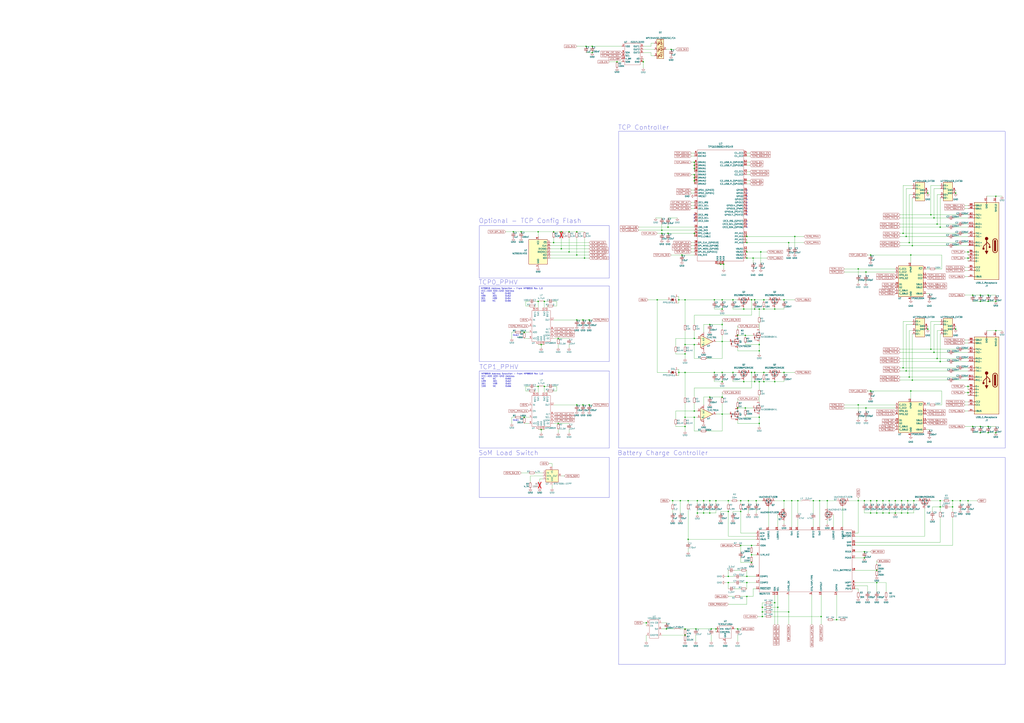
<source format=kicad_sch>
(kicad_sch (version 20231120) (generator "eeschema") (generator_version "8.0")
  (paper "A1")
  (title_block (title "MediaCow Touch 2 \"Curitiba\" - Power") (date "2025-03-23 - 2025-05-24") (company "CTCL 2021-2025"))
  (junction (at 636.27 254))
  (junction (at 772.16 411.48))
  (junction (at 735.33 411.48))
  (junction (at 617.22 246.38))
  (junction (at 598.17 420.37))
  (junction (at 613.41 473.71))
  (junction (at 627.38 306.07))
  (junction (at 720.09 478.79))
  (junction (at 447.04 247.65))
  (junction (at 593.09 246.38))
  (junction (at 650.24 411.48))
  (junction (at 715.01 321.31))
  (junction (at 715.01 209.55))
  (junction (at 454.66 190.5))
  (junction (at 725.17 421.64))
  (junction (at 506.73 50.8))
  (junction (at 562.61 516.89))
  (junction (at 655.32 411.48))
  (junction (at 571.5 516.89))
  (junction (at 467.36 207.01))
  (junction (at 749.3 201.93))
  (junction (at 480.06 212.09))
  (junction (at 570.23 148.59))
  (junction (at 444.5 283.21))
  (junction (at 562.61 283.21))
  (junction (at 613.41 194.31))
  (junction (at 593.09 326.39))
  (junction (at 636.27 495.3))
  (junction (at 741.68 302.26))
  (junction (at 623.57 288.29))
  (junction (at 740.41 421.64))
  (junction (at 617.22 306.07))
  (junction (at 704.85 220.98))
  (junction (at 582.93 266.7))
  (junction (at 795.02 322.58))
  (junction (at 427.99 190.5))
  (junction (at 586.74 246.38))
  (junction (at 570.23 283.21))
  (junction (at 673.1 411.48))
  (junction (at 614.68 411.48))
  (junction (at 577.85 411.48))
  (junction (at 572.77 411.48))
  (junction (at 593.09 266.7))
  (junction (at 562.61 306.07))
  (junction (at 772.16 186.69))
  (junction (at 817.88 355.6))
  (junction (at 811.53 242.57))
  (junction (at 643.89 246.38))
  (junction (at 798.83 350.52))
  (junction (at 483.87 332.74))
  (junction (at 805.18 355.6))
  (junction (at 605.79 516.89))
  (junction (at 547.37 516.89))
  (junction (at 570.23 342.9))
  (junction (at 584.2 516.89))
  (junction (at 627.38 313.69))
  (junction (at 610.87 254))
  (junction (at 570.23 143.51))
  (junction (at 643.89 411.48))
  (junction (at 748.03 209.55))
  (junction (at 608.33 411.48))
  (junction (at 795.02 212.09))
  (junction (at 467.36 190.5))
  (junction (at 744.22 194.31))
  (junction (at 608.33 420.37))
  (junction (at 709.93 411.48))
  (junction (at 626.11 499.11))
  (junction (at 528.32 50.8))
  (junction (at 784.86 270.51))
  (junction (at 430.53 342.9))
  (junction (at 767.08 289.56))
  (junction (at 486.41 38.1))
  (junction (at 798.83 242.57))
  (junction (at 447.04 317.5))
  (junction (at 711.2 223.52))
  (junction (at 627.38 246.38))
  (junction (at 782.32 411.48))
  (junction (at 562.61 290.83))
  (junction (at 623.57 342.9))
  (junction (at 709.93 453.39))
  (junction (at 548.64 191.77))
  (junction (at 552.45 411.48))
  (junction (at 767.08 179.07))
  (junction (at 619.76 313.69))
  (junction (at 601.98 306.07))
  (junction (at 744.22 304.8))
  (junction (at 557.53 306.07))
  (junction (at 430.53 273.05))
  (junction (at 591.82 217.17))
  (junction (at 605.79 335.28))
  (junction (at 562.61 521.97))
  (junction (at 795.02 207.01))
  (junction (at 746.76 309.88))
  (junction (at 613.41 207.01))
  (junction (at 715.01 411.48))
  (junction (at 572.77 421.64))
  (junction (at 619.76 306.07))
  (junction (at 588.01 411.48))
  (junction (at 551.18 40.64))
  (junction (at 750.57 411.48))
  (junction (at 605.79 275.59))
  (junction (at 570.23 133.35))
  (junction (at 720.09 468.63))
  (junction (at 788.67 411.48))
  (junction (at 441.96 190.5))
  (junction (at 562.61 342.9))
  (junction (at 626.11 506.73))
  (junction (at 570.23 138.43))
  (junction (at 795.02 317.5))
  (junction (at 593.09 280.67))
  (junction (at 562.61 246.38))
  (junction (at 612.14 335.28))
  (junction (at 769.62 294.64))
  (junction (at 735.33 421.64))
  (junction (at 741.68 191.77))
  (junction (at 617.22 462.28))
  (junction (at 570.23 146.05))
  (junction (at 627.38 254))
  (junction (at 621.03 411.48))
  (junction (at 539.75 246.38))
  (junction (at 730.25 421.64))
  (junction (at 709.93 458.47))
  (junction (at 473.71 209.55))
  (junction (at 613.41 212.09))
  (junction (at 811.53 355.6))
  (junction (at 638.81 499.11))
  (junction (at 558.8 411.48))
  (junction (at 473.71 190.5))
  (junction (at 454.66 199.39))
  (junction (at 421.64 190.5))
  (junction (at 762 270.51))
  (junction (at 473.71 332.74))
  (junction (at 548.64 186.69))
  (junction (at 668.02 411.48))
  (junction (at 570.23 135.89))
  (junction (at 725.17 411.48))
  (junction (at 617.22 455.93))
  (junction (at 588.01 516.89))
  (junction (at 461.01 204.47))
  (junction (at 782.32 416.56))
  (junction (at 619.76 254))
  (junction (at 624.84 207.01))
  (junction (at 481.33 38.1))
  (junction (at 461.01 190.5))
  (junction (at 617.22 448.31))
  (junction (at 582.93 421.64))
  (junction (at 745.49 411.48))
  (junction (at 746.76 199.39))
  (junction (at 647.7 502.92))
  (junction (at 715.01 421.64))
  (junction (at 636.27 313.69))
  (junction (at 764.54 176.53))
  (junction (at 570.23 191.77))
  (junction (at 764.54 287.02))
  (junction (at 623.57 347.98))
  (junction (at 817.88 271.78))
  (junction (at 601.98 246.38))
  (junction (at 458.47 278.13))
  (junction (at 565.15 443.23))
  (junction (at 817.88 247.65))
  (junction (at 623.57 283.21))
  (junction (at 473.71 262.89))
  (junction (at 769.62 184.15))
  (junction (at 704.85 332.74))
  (junction (at 674.37 506.73))
  (junction (at 598.17 411.48))
  (junction (at 811.53 247.65))
  (junction (at 748.03 321.31))
  (junction (at 441.96 317.5))
  (junction (at 593.09 306.07))
  (junction (at 582.93 411.48))
  (junction (at 740.41 411.48))
  (junction (at 593.09 254))
  (junction (at 643.89 306.07))
  (junction (at 458.47 347.98))
  (junction (at 805.18 242.57))
  (junction (at 795.02 411.48))
  (junction (at 598.17 473.71))
  (junction (at 720.09 411.48))
  (junction (at 608.33 448.31))
  (junction (at 543.56 191.77))
  (junction (at 478.79 262.89))
  (junction (at 679.45 411.48))
  (junction (at 613.41 199.39))
  (junction (at 478.79 332.74))
  (junction (at 762 158.75))
  (junction (at 687.07 509.27))
  (junction (at 483.87 262.89))
  (junction (at 582.93 326.39))
  (junction (at 619.76 246.38))
  (junction (at 805.18 350.52))
  (junction (at 593.09 340.36))
  (junction (at 772.16 297.18))
  (junction (at 610.87 313.69))
  (junction (at 704.85 411.48))
  (junction (at 623.57 254))
  (junction (at 557.53 246.38))
  (junction (at 805.18 247.65))
  (junction (at 560.07 209.55))
  (junction (at 626.11 502.92))
  (junction (at 586.74 306.07))
  (junction (at 593.09 313.69))
  (junction (at 652.78 194.31))
  (junction (at 565.15 411.48))
  (junction (at 784.86 158.75))
  (junction (at 613.41 478.79))
  (junction (at 594.36 217.17))
  (junction (at 749.3 312.42))
  (junction (at 562.61 350.52))
  (junction (at 577.85 421.64))
  (junction (at 811.53 350.52))
  (junction (at 444.5 353.06))
  (junction (at 613.41 490.22))
  (junction (at 486.41 43.18))
  (junction (at 570.23 337.82))
  (junction (at 612.14 275.59))
  (junction (at 570.23 278.13))
  (junction (at 530.86 511.81))
  (junction (at 618.49 212.09))
  (junction (at 772.16 416.56))
  (junction (at 543.56 189.23))
  (junction (at 745.49 421.64))
  (junction (at 441.96 247.65))
  (junction (at 730.25 411.48))
  (junction (at 647.7 199.39))
  (junction (at 598.17 478.79))
  (junction (at 623.57 313.69))
  (junction (at 711.2 335.28))
  (junction (at 817.88 161.29))
  (junction (at 720.09 421.64))
  (no_connect (at 613.41 176.53))
  (no_connect (at 570.23 181.61))
  (no_connect (at 613.41 184.15))
  (no_connect (at 613.41 181.61))
  (no_connect (at 613.41 163.83))
  (no_connect (at 613.41 171.45))
  (no_connect (at 613.41 186.69))
  (no_connect (at 613.41 166.37))
  (no_connect (at 613.41 173.99))
  (no_connect (at 613.41 156.21))
  (no_connect (at 613.41 168.91))
  (no_connect (at 570.23 176.53))
  (no_connect (at 613.41 161.29))
  (no_connect (at 613.41 158.75))
  (no_connect (at 570.23 179.07))
  (wire (pts (xy 795.02 414.02) (xy 795.02 411.48)))
  (wire (pts (xy 619.76 306.07) (xy 627.38 306.07)))
  (wire (pts (xy 610.87 254) (xy 610.87 252.73)))
  (wire (pts (xy 746.76 309.88) (xy 786.13 309.88)))
  (wire (pts (xy 614.68 421.64) (xy 614.68 419.1)))
  (wire (pts (xy 580.39 354.33) (xy 593.09 354.33)))
  (wire (pts (xy 643.89 252.73) (xy 643.89 254)))
  (wire (pts (xy 711.2 335.28) (xy 735.33 335.28)))
  (wire (pts (xy 626.11 506.73) (xy 626.11 502.92)))
  (wire (pts (xy 444.5 355.6) (xy 444.5 353.06)))
  (wire (pts (xy 617.22 449.58) (xy 617.22 448.31)))
  (wire (pts (xy 772.16 416.56) (xy 774.7 416.56)))
  (wire (pts (xy 626.11 495.3) (xy 628.65 495.3)))
  (wire (pts (xy 749.3 160.02) (xy 746.76 160.02)))
  (wire (pts (xy 740.41 414.02) (xy 740.41 411.48)))
  (wire (pts (xy 795.02 212.09) (xy 795.02 214.63)))
  (wire (pts (xy 749.3 264.16) (xy 741.68 264.16)))
  (wire (pts (xy 534.67 45.72) (xy 534.67 43.18)))
  (wire (pts (xy 615.95 148.59) (xy 613.41 148.59)))
  (wire (pts (xy 739.14 294.64) (xy 769.62 294.64)))
  (wire (pts (xy 570.23 266.7) (xy 570.23 259.08)))
  (wire (pts (xy 461.01 204.47) (xy 483.87 204.47)))
  (wire (pts (xy 614.68 411.48) (xy 614.68 414.02)))
  (wire (pts (xy 741.68 191.77) (xy 741.68 152.4)))
  (wire (pts (xy 709.93 411.48) (xy 715.01 411.48)))
  (wire (pts (xy 593.09 280.67) (xy 599.44 280.67)))
  (wire (pts (xy 740.41 419.1) (xy 740.41 421.64)))
  (wire (pts (xy 586.74 306.07) (xy 562.61 306.07)))
  (wire (pts (xy 450.85 381) (xy 453.39 381)))
  (wire (pts (xy 420.37 273.05) (xy 422.91 273.05)))
  (wire (pts (xy 739.14 186.69) (xy 772.16 186.69)))
  (wire (pts (xy 570.23 326.39) (xy 570.23 318.77)))
  (wire (pts (xy 704.85 342.9) (xy 704.85 344.17)))
  (wire (pts (xy 601.98 307.34) (xy 601.98 306.07)))
  (wire (pts (xy 467.36 285.75) (xy 467.36 283.21)))
  (wire (pts (xy 749.3 162.56) (xy 749.3 201.93)))
  (wire (pts (xy 767.08 266.7) (xy 767.08 289.56)))
  (wire (pts (xy 704.85 408.94) (xy 704.85 411.48)))
  (wire (pts (xy 791.21 309.88) (xy 795.02 309.88)))
  (wire (pts (xy 483.87 262.89) (xy 478.79 262.89)))
  (wire (pts (xy 704.85 438.15) (xy 702.31 438.15)))
  (wire (pts (xy 773.43 209.55) (xy 748.03 209.55)))
  (wire (pts (xy 480.06 212.09) (xy 483.87 212.09)))
  (wire (pts (xy 621.03 411.48) (xy 621.03 414.02)))
  (wire (pts (xy 772.16 274.32) (xy 772.16 297.18)))
  (wire (pts (xy 458.47 355.6) (xy 458.47 353.06)))
  (wire (pts (xy 454.66 278.13) (xy 458.47 278.13)))
  (wire (pts (xy 591.82 420.37) (xy 598.17 420.37)))
  (wire (pts (xy 704.85 332.74) (xy 735.33 332.74)))
  (wire (pts (xy 693.42 223.52) (xy 711.2 223.52)))
  (wire (pts (xy 739.14 184.15) (xy 769.62 184.15)))
  (wire (pts (xy 435.61 396.24) (xy 435.61 391.16)))
  (wire (pts (xy 534.67 35.56) (xy 534.67 38.1)))
  (wire (pts (xy 478.79 262.89) (xy 473.71 262.89)))
  (wire (pts (xy 467.36 207.01) (xy 483.87 207.01)))
  (wire (pts (xy 449.58 251.46) (xy 449.58 252.73)))
  (wire (pts (xy 730.25 421.64) (xy 725.17 421.64)))
  (wire (pts (xy 534.67 38.1) (xy 528.32 38.1)))
  (wire (pts (xy 615.95 128.27) (xy 613.41 128.27)))
  (wire (pts (xy 528.32 50.8) (xy 528.32 55.88)))
  (wire (pts (xy 570.23 278.13) (xy 554.99 278.13)))
  (wire (pts (xy 618.49 212.09) (xy 629.92 212.09)))
  (wire (pts (xy 595.63 478.79) (xy 598.17 478.79)))
  (wire (pts (xy 608.33 411.48) (xy 614.68 411.48)))
  (wire (pts (xy 745.49 414.02) (xy 745.49 411.48)))
  (wire (pts (xy 679.45 427.99) (xy 679.45 430.53)))
  (wire (pts (xy 613.41 194.31) (xy 652.78 194.31)))
  (wire (pts (xy 772.16 162.56) (xy 772.16 186.69)))
  (wire (pts (xy 784.86 156.21) (xy 784.86 158.75)))
  (wire (pts (xy 570.23 133.35) (xy 570.23 135.89)))
  (wire (pts (xy 617.22 246.38) (xy 617.22 259.08)))
  (wire (pts (xy 458.47 278.13) (xy 467.36 278.13)))
  (wire (pts (xy 593.09 294.64) (xy 593.09 280.67)))
  (wire (pts (xy 768.35 220.98) (xy 773.43 220.98)))
  (wire (pts (xy 615.95 143.51) (xy 613.41 143.51)))
  (wire (pts (xy 805.18 247.65) (xy 811.53 247.65)))
  (wire (pts (xy 749.3 152.4) (xy 741.68 152.4)))
  (wire (pts (xy 655.32 411.48) (xy 655.32 421.64)))
  (wire (pts (xy 715.01 419.1) (xy 715.01 421.64)))
  (wire (pts (xy 441.96 194.31) (xy 441.96 190.5)))
  (wire (pts (xy 570.23 135.89) (xy 570.23 138.43)))
  (wire (pts (xy 577.85 326.39) (xy 582.93 326.39)))
  (wire (pts (xy 643.89 312.42) (xy 643.89 313.69)))
  (wire (pts (xy 765.81 420.37) (xy 765.81 416.56)))
  (wire (pts (xy 702.31 448.31) (xy 782.32 448.31)))
  (wire (pts (xy 643.89 247.65) (xy 643.89 246.38)))
  (wire (pts (xy 598.17 440.69) (xy 598.17 420.37)))
  (wire (pts (xy 593.09 312.42) (xy 593.09 313.69)))
  (wire (pts (xy 593.09 306.07) (xy 601.98 306.07)))
  (wire (pts (xy 577.85 411.48) (xy 577.85 414.02)))
  (wire (pts (xy 745.49 421.64) (xy 740.41 421.64)))
  (wire (pts (xy 626.11 506.73) (xy 628.65 506.73)))
  (wire (pts (xy 528.32 40.64) (xy 537.21 40.64)))
  (wire (pts (xy 636.27 254) (xy 636.27 252.73)))
  (wire (pts (xy 524.51 186.69) (xy 548.64 186.69)))
  (wire (pts (xy 572.77 411.48) (xy 572.77 414.02)))
  (wire (pts (xy 613.41 496.57) (xy 613.41 490.22)))
  (wire (pts (xy 633.73 499.11) (xy 638.81 499.11)))
  (wire (pts (xy 582.93 421.64) (xy 588.01 421.64)))
  (wire (pts (xy 623.57 340.36) (xy 623.57 342.9)))
  (wire (pts (xy 782.32 416.56) (xy 782.32 420.37)))
  (wire (pts (xy 593.09 252.73) (xy 593.09 254)))
  (wire (pts (xy 709.93 419.1) (xy 709.93 421.64)))
  (wire (pts (xy 615.95 246.38) (xy 617.22 246.38)))
  (wire (pts (xy 427.99 342.9) (xy 430.53 342.9)))
  (wire (pts (xy 558.8 411.48) (xy 558.8 421.64)))
  (wire (pts (xy 447.04 247.65) (xy 449.58 247.65)))
  (wire (pts (xy 554.99 337.82) (xy 554.99 344.17)))
  (wire (pts (xy 763.27 332.74) (xy 760.73 332.74)))
  (wire (pts (xy 572.77 422.91) (xy 572.77 421.64)))
  (wire (pts (xy 769.62 294.64) (xy 769.62 271.78)))
  (wire (pts (xy 567.69 168.91) (xy 570.23 168.91)))
  (wire (pts (xy 617.22 455.93) (xy 617.22 457.2)))
  (wire (pts (xy 792.48 212.09) (xy 795.02 212.09)))
  (wire (pts (xy 764.54 264.16) (xy 764.54 287.02)))
  (wire (pts (xy 782.32 448.31) (xy 782.32 425.45)))
  (wire (pts (xy 567.69 143.51) (xy 570.23 143.51)))
  (wire (pts (xy 562.61 344.17) (xy 562.61 342.9)))
  (wire (pts (xy 567.69 158.75) (xy 570.23 158.75)))
  (wire (pts (xy 626.11 502.92) (xy 628.65 502.92)))
  (wire (pts (xy 439.42 321.31) (xy 439.42 322.58)))
  (wire (pts (xy 636.27 313.69) (xy 643.89 313.69)))
  (wire (pts (xy 741.68 302.26) (xy 786.13 302.26)))
  (wire (pts (xy 791.21 184.15) (xy 795.02 184.15)))
  (wire (pts (xy 548.64 179.07) (xy 556.26 179.07)))
  (wire (pts (xy 570.23 331.47) (xy 570.23 337.82)))
  (wire (pts (xy 454.66 332.74) (xy 473.71 332.74)))
  (wire (pts (xy 739.14 191.77) (xy 741.68 191.77)))
  (wire (pts (xy 720.09 478.79) (xy 727.71 478.79)))
  (wire (pts (xy 627.38 252.73) (xy 627.38 254)))
  (wire (pts (xy 473.71 195.58) (xy 473.71 209.55)))
  (wire (pts (xy 500.38 50.8) (xy 506.73 50.8)))
  (wire (pts (xy 562.61 349.25) (xy 562.61 350.52)))
  (wire (pts (xy 704.85 332.74) (xy 704.85 337.82)))
  (wire (pts (xy 570.23 143.51) (xy 570.23 146.05)))
  (wire (pts (xy 767.08 289.56) (xy 778.51 289.56)))
  (wire (pts (xy 539.75 246.38) (xy 548.64 246.38)))
  (wire (pts (xy 454.66 321.31) (xy 457.2 321.31)))
  (wire (pts (xy 598.17 490.22) (xy 603.25 490.22)))
  (wire (pts (xy 711.2 335.28) (xy 711.2 337.82)))
  (wire (pts (xy 613.41 207.01) (xy 624.84 207.01)))
  (wire (pts (xy 668.02 426.72) (xy 668.02 433.07)))
  (wire (pts (xy 439.42 247.65) (xy 441.96 247.65)))
  (wire (pts (xy 427.99 388.62) (xy 434.34 388.62)))
  (wire (pts (xy 627.38 313.69) (xy 636.27 313.69)))
  (wire (pts (xy 624.84 207.01) (xy 624.84 215.9)))
  (wire (pts (xy 551.18 40.64) (xy 547.37 40.64)))
  (wire (pts (xy 619.76 254) (xy 623.57 254)))
  (wire (pts (xy 483.87 332.74) (xy 478.79 332.74)))
  (wire (pts (xy 704.85 220.98) (xy 735.33 220.98)))
  (wire (pts (xy 647.7 199.39) (xy 660.4 199.39)))
  (wire (pts (xy 613.41 478.79) (xy 621.03 478.79)))
  (wire (pts (xy 622.3 506.73) (xy 626.11 506.73)))
  (wire (pts (xy 431.8 321.31) (xy 431.8 317.5)))
  (wire (pts (xy 764.54 411.48) (xy 772.16 411.48)))
  (wire (pts (xy 702.31 468.63) (xy 720.09 468.63)))
  (wire (pts (xy 702.31 445.77) (xy 772.16 445.77)))
  (wire (pts (xy 711.2 223.52) (xy 735.33 223.52)))
  (wire (pts (xy 454.66 195.58) (xy 454.66 199.39)))
  (wire (pts (xy 562.61 271.78) (xy 562.61 283.21)))
  (wire (pts (xy 652.78 194.31) (xy 660.4 194.31)))
  (wire (pts (xy 769.62 184.15) (xy 769.62 160.02)))
  (wire (pts (xy 636.27 513.08) (xy 636.27 495.3)))
  (wire (pts (xy 558.8 516.89) (xy 562.61 516.89)))
  (wire (pts (xy 478.79 332.74) (xy 473.71 332.74)))
  (wire (pts (xy 570.23 278.13) (xy 572.77 278.13)))
  (wire (pts (xy 647.7 199.39) (xy 647.7 203.2)))
  (wire (pts (xy 618.49 483.87) (xy 621.03 483.87)))
  (wire (pts (xy 621.03 438.15) (xy 608.33 438.15)))
  (wire (pts (xy 704.85 220.98) (xy 704.85 226.06)))
  (wire (pts (xy 575.31 354.33) (xy 570.23 354.33)))
  (wire (pts (xy 720.09 414.02) (xy 720.09 411.48)))
  (wire (pts (xy 439.42 388.62) (xy 445.77 388.62)))
  (wire (pts (xy 795.02 322.58) (xy 795.02 325.12)))
  (wire (pts (xy 586.74 247.65) (xy 586.74 246.38)))
  (wire (pts (xy 431.8 251.46) (xy 431.8 247.65)))
  (wire (pts (xy 453.39 401.32) (xy 453.39 398.78)))
  (wire (pts (xy 577.85 421.64) (xy 582.93 421.64)))
  (wire (pts (xy 636.27 495.3) (xy 636.27 488.95)))
  (wire (pts (xy 687.07 509.27) (xy 689.61 509.27)))
  (wire (pts (xy 623.57 265.43) (xy 623.57 270.51)))
  (wire (pts (xy 791.21 191.77) (xy 795.02 191.77)))
  (wire (pts (xy 735.33 419.1) (xy 735.33 421.64)))
  (wire (pts (xy 610.87 254) (xy 619.76 254)))
  (wire (pts (xy 817.88 161.29) (xy 822.96 161.29)))
  (wire (pts (xy 772.16 416.56) (xy 772.16 420.37)))
  (wire (pts (xy 565.15 419.1) (xy 565.15 443.23)))
  (wire (pts (xy 623.57 254) (xy 623.57 260.35)))
  (wire (pts (xy 652.78 306.07) (xy 643.89 306.07)))
  (wire (pts (xy 588.01 411.48) (xy 598.17 411.48)))
  (wire (pts (xy 792.48 337.82) (xy 795.02 337.82)))
  (wire (pts (xy 735.33 421.64) (xy 730.25 421.64)))
  (wire (pts (xy 441.96 190.5) (xy 454.66 190.5)))
  (wire (pts (xy 617.22 246.38) (xy 619.76 246.38)))
  (wire (pts (xy 554.99 278.13) (xy 554.99 284.48)))
  (wire (pts (xy 486.41 332.74) (xy 483.87 332.74)))
  (wire (pts (xy 643.89 411.48) (xy 643.89 417.83)))
  (wire (pts (xy 739.14 297.18) (xy 772.16 297.18)))
  (wire (pts (xy 534.67 45.72) (xy 537.21 45.72)))
  (wire (pts (xy 584.2 516.89) (xy 588.01 516.89)))
  (wire (pts (xy 560.07 209.55) (xy 570.23 209.55)))
  (wire (pts (xy 623.57 280.67) (xy 623.57 283.21)))
  (wire (pts (xy 461.01 190.5) (xy 467.36 190.5)))
  (wire (pts (xy 615.95 306.07) (xy 617.22 306.07)))
  (wire (pts (xy 693.42 335.28) (xy 711.2 335.28)))
  (wire (pts (xy 613.41 191.77) (xy 613.41 194.31)))
  (wire (pts (xy 591.82 217.17) (xy 594.36 217.17)))
  (wire (pts (xy 593.09 246.38) (xy 601.98 246.38)))
  (wire (pts (xy 744.22 304.8) (xy 778.51 304.8)))
  (wire (pts (xy 623.57 313.69) (xy 627.38 313.69)))
  (wire (pts (xy 444.5 283.21) (xy 447.04 283.21)))
  (wire (pts (xy 570.23 271.78) (xy 570.23 278.13)))
  (wire (pts (xy 764.54 176.53) (xy 786.13 176.53)))
  (wire (pts (xy 570.23 342.9) (xy 572.77 342.9)))
  (wire (pts (xy 570.23 138.43) (xy 570.23 140.97)))
  (wire (pts (xy 739.14 176.53) (xy 764.54 176.53)))
  (wire (pts (xy 791.21 287.02) (xy 795.02 287.02)))
  (wire (pts (xy 610.87 313.69) (xy 619.76 313.69)))
  (wire (pts (xy 593.09 262.89) (xy 593.09 266.7)))
  (wire (pts (xy 441.96 353.06) (xy 444.5 353.06)))
  (wire (pts (xy 623.57 347.98) (xy 623.57 350.52)))
  (wire (pts (xy 543.56 189.23) (xy 570.23 189.23)))
  (wire (pts (xy 567.69 207.01) (xy 570.23 207.01)))
  (wire (pts (xy 603.25 483.87) (xy 608.33 483.87)))
  (wire (pts (xy 572.77 421.64) (xy 577.85 421.64)))
  (wire (pts (xy 530.86 521.97) (xy 530.86 527.05)))
  (wire (pts (xy 580.39 294.64) (xy 593.09 294.64)))
  (wire (pts (xy 481.33 38.1) (xy 486.41 38.1)))
  (wire (pts (xy 557.53 243.84) (xy 556.26 243.84)))
  (wire (pts (xy 783.59 179.07) (xy 795.02 179.07)))
  (wire (pts (xy 572.77 411.48) (xy 577.85 411.48)))
  (wire (pts (xy 739.14 287.02) (xy 764.54 287.02)))
  (wire (pts (xy 643.89 427.99) (xy 643.89 430.53)))
  (wire (pts (xy 617.22 306.07) (xy 619.76 306.07)))
  (wire (pts (xy 567.69 199.39) (xy 570.23 199.39)))
  (wire (pts (xy 615.95 125.73) (xy 613.41 125.73)))
  (wire (pts (xy 582.93 414.02) (xy 582.93 411.48)))
  (wire (pts (xy 783.59 186.69) (xy 795.02 186.69)))
  (wire (pts (xy 772.16 266.7) (xy 767.08 266.7)))
  (wire (pts (xy 557.53 303.53) (xy 556.26 303.53)))
  (wire (pts (xy 615.95 135.89) (xy 613.41 135.89)))
  (wire (pts (xy 439.42 317.5) (xy 441.96 317.5)))
  (wire (pts (xy 562.61 284.48) (xy 562.61 283.21)))
  (wire (pts (xy 588.01 411.48) (xy 588.01 414.02)))
  (wire (pts (xy 792.48 332.74) (xy 795.02 332.74)))
  (wire (pts (xy 598.17 414.02) (xy 598.17 411.48)))
  (wire (pts (xy 725.17 411.48) (xy 730.25 411.48)))
  (wire (pts (xy 817.88 271.78) (xy 822.96 271.78)))
  (wire (pts (xy 744.22 266.7) (xy 744.22 304.8)))
  (wire (pts (xy 441.96 247.65) (xy 441.96 252.73)))
  (wire (pts (xy 712.47 209.55) (xy 715.01 209.55)))
  (wire (pts (xy 613.41 478.79) (xy 613.41 483.87)))
  (wire (pts (xy 452.12 199.39) (xy 454.66 199.39)))
  (wire (pts (xy 562.61 331.47) (xy 562.61 342.9)))
  (wire (pts (xy 567.69 133.35) (xy 570.23 133.35)))
  (wire (pts (xy 711.2 344.17) (xy 711.2 342.9)))
  (wire (pts (xy 548.64 191.77) (xy 570.23 191.77)))
  (wire (pts (xy 792.48 279.4) (xy 795.02 279.4)))
  (wire (pts (xy 750.57 411.48) (xy 754.38 411.48)))
  (wire (pts (xy 709.93 411.48) (xy 709.93 414.02)))
  (wire (pts (xy 772.16 154.94) (xy 767.08 154.94)))
  (wire (pts (xy 748.03 215.9) (xy 748.03 209.55)))
  (wire (pts (xy 763.27 220.98) (xy 760.73 220.98)))
  (wire (pts (xy 554.99 350.52) (xy 562.61 350.52)))
  (wire (pts (xy 769.62 160.02) (xy 772.16 160.02)))
  (wire (pts (xy 617.22 454.66) (xy 617.22 455.93)))
  (wire (pts (xy 613.41 473.71) (xy 621.03 473.71)))
  (wire (pts (xy 763.27 241.3) (xy 760.73 241.3)))
  (wire (pts (xy 557.53 246.38) (xy 557.53 243.84)))
  (wire (pts (xy 598.17 483.87) (xy 598.17 478.79)))
  (wire (pts (xy 549.91 411.48) (xy 552.45 411.48)))
  (wire (pts (xy 554.99 290.83) (xy 554.99 289.56)))
  (wire (pts (xy 674.37 506.73) (xy 674.37 513.08)))
  (wire (pts (xy 749.3 271.78) (xy 746.76 271.78)))
  (wire (pts (xy 570.23 354.33) (xy 570.23 342.9)))
  (wire (pts (xy 427.99 273.05) (xy 430.53 273.05)))
  (wire (pts (xy 430.53 347.98) (xy 434.34 347.98)))
  (wire (pts (xy 791.21 199.39) (xy 795.02 199.39)))
  (wire (pts (xy 720.09 411.48) (xy 725.17 411.48)))
  (wire (pts (xy 430.53 278.13) (xy 434.34 278.13)))
  (wire (pts (xy 452.12 204.47) (xy 461.01 204.47)))
  (wire (pts (xy 586.74 313.69) (xy 593.09 313.69)))
  (wire (pts (xy 769.62 294.64) (xy 786.13 294.64)))
  (wire (pts (xy 539.75 306.07) (xy 539.75 246.38)))
  (wire (pts (xy 612.14 335.28) (xy 618.49 335.28)))
  (wire (pts (xy 486.41 38.1) (xy 510.54 38.1)))
  (wire (pts (xy 570.23 146.05) (xy 570.23 148.59)))
  (wire (pts (xy 558.8 411.48) (xy 565.15 411.48)))
  (wire (pts (xy 805.18 355.6) (xy 811.53 355.6)))
  (wire (pts (xy 608.33 453.39) (xy 608.33 448.31)))
  (wire (pts (xy 601.98 254) (xy 610.87 254)))
  (wire (pts (xy 621.03 440.69) (xy 598.17 440.69)))
  (wire (pts (xy 665.48 411.48) (xy 668.02 411.48)))
  (wire (pts (xy 784.86 267.97) (xy 784.86 270.51)))
  (wire (pts (xy 739.14 304.8) (xy 744.22 304.8)))
  (wire (pts (xy 702.31 481.33) (xy 712.47 481.33)))
  (wire (pts (xy 792.48 350.52) (xy 798.83 350.52)))
  (wire (pts (xy 443.23 396.24) (xy 443.23 393.7)))
  (wire (pts (xy 749.3 266.7) (xy 744.22 266.7)))
  (wire (pts (xy 444.5 285.75) (xy 444.5 283.21)))
  (wire (pts (xy 449.58 321.31) (xy 449.58 322.58)))
  (wire (pts (xy 765.81 416.56) (xy 772.16 416.56)))
  (wire (pts (xy 605.79 288.29) (xy 623.57 288.29)))
  (wire (pts (xy 548.64 306.07) (xy 539.75 306.07)))
  (wire (pts (xy 798.83 242.57) (xy 805.18 242.57)))
  (wire (pts (xy 783.59 289.56) (xy 795.02 289.56)))
  (wire (pts (xy 570.23 294.64) (xy 570.23 283.21)))
  (wire (pts (xy 473.71 209.55) (xy 483.87 209.55)))
  (wire (pts (xy 582.93 326.39) (xy 593.09 326.39)))
  (wire (pts (xy 562.61 289.56) (xy 562.61 290.83)))
  (wire (pts (xy 764.54 287.02) (xy 786.13 287.02)))
  (wire (pts (xy 441.96 317.5) (xy 441.96 322.58)))
  (wire (pts (xy 720.09 461.01) (xy 720.09 463.55)))
  (wire (pts (xy 744.22 194.31) (xy 778.51 194.31)))
  (wire (pts (xy 772.16 264.16) (xy 764.54 264.16)))
  (wire (pts (xy 626.11 502.92) (xy 626.11 499.11)))
  (wire (pts (xy 769.62 184.15) (xy 786.13 184.15)))
  (wire (pts (xy 792.48 168.91) (xy 795.02 168.91)))
  (wire (pts (xy 619.76 307.34) (xy 619.76 306.07)))
  (wire (pts (xy 792.48 207.01) (xy 795.02 207.01)))
  (wire (pts (xy 612.14 283.21) (xy 612.14 281.94)))
  (wire (pts (xy 608.33 478.79) (xy 613.41 478.79)))
  (wire (pts (xy 534.67 43.18) (xy 528.32 43.18)))
  (wire (pts (xy 481.33 43.18) (xy 486.41 43.18)))
  (wire (pts (xy 588.01 411.48) (xy 582.93 411.48)))
  (wire (pts (xy 783.59 312.42) (xy 795.02 312.42)))
  (wire (pts (xy 443.23 393.7) (xy 445.77 393.7)))
  (wire (pts (xy 633.73 495.3) (xy 636.27 495.3)))
  (wire (pts (xy 715.01 411.48) (xy 720.09 411.48)))
  (wire (pts (xy 609.6 199.39) (xy 613.41 199.39)))
  (wire (pts (xy 461.01 195.58) (xy 461.01 204.47)))
  (wire (pts (xy 623.57 254) (xy 627.38 254)))
  (wire (pts (xy 617.22 306.07) (xy 617.22 318.77)))
  (wire (pts (xy 608.33 516.89) (xy 605.79 516.89)))
  (wire (pts (xy 612.14 276.86) (xy 612.14 275.59)))
  (wire (pts (xy 454.66 347.98) (xy 458.47 347.98)))
  (wire (pts (xy 643.89 411.48) (xy 650.24 411.48)))
  (wire (pts (xy 746.76 271.78) (xy 746.76 309.88)))
  (wire (pts (xy 762 156.21) (xy 762 158.75)))
  (wire (pts (xy 441.96 283.21) (xy 444.5 283.21)))
  (wire (pts (xy 586.74 254) (xy 586.74 252.73)))
  (wire (pts (xy 621.03 455.93) (xy 617.22 455.93)))
  (wire (pts (xy 593.09 340.36) (xy 599.44 340.36)))
  (wire (pts (xy 582.93 266.7) (xy 593.09 266.7)))
  (wire (pts (xy 613.41 204.47) (xy 613.41 207.01)))
  (wire (pts (xy 627.38 247.65) (xy 627.38 246.38)))
  (wire (pts (xy 788.67 414.02) (xy 788.67 411.48)))
  (wire (pts (xy 673.1 433.07) (xy 673.1 411.48)))
  (wire (pts (xy 791.21 176.53) (xy 795.02 176.53)))
  (wire (pts (xy 605.79 347.98) (xy 623.57 347.98)))
  (wire (pts (xy 528.32 48.26) (xy 528.32 50.8)))
  (wire (pts (xy 619.76 247.65) (xy 619.76 246.38)))
  (wire (pts (xy 749.3 201.93) (xy 778.51 201.93)))
  (wire (pts (xy 621.03 411.48) (xy 626.11 411.48)))
  (wire (pts (xy 772.16 411.48) (xy 772.16 416.56)))
  (wire (pts (xy 570.23 148.59) (xy 570.23 151.13)))
  (wire (pts (xy 745.49 411.48) (xy 750.57 411.48)))
  (wire (pts (xy 643.89 246.38) (xy 652.78 246.38)))
  (wire (pts (xy 420.37 273.05) (xy 420.37 278.13)))
  (wire (pts (xy 772.16 411.48) (xy 774.7 411.48)))
  (wire (pts (xy 582.93 411.48) (xy 577.85 411.48)))
  (wire (pts (xy 697.23 411.48) (xy 704.85 411.48)))
  (wire (pts (xy 562.61 350.52) (xy 562.61 354.33)))
  (wire (pts (xy 666.75 488.95) (xy 666.75 513.08)))
  (wire (pts (xy 643.89 307.34) (xy 643.89 306.07)))
  (wire (pts (xy 593.09 270.51) (xy 593.09 266.7)))
  (wire (pts (xy 605.79 267.97) (xy 605.79 270.51)))
  (wire (pts (xy 712.47 321.31) (xy 715.01 321.31)))
  (wire (pts (xy 745.49 419.1) (xy 745.49 421.64)))
  (wire (pts (xy 739.14 309.88) (xy 746.76 309.88)))
  (wire (pts (xy 704.85 231.14) (xy 704.85 232.41)))
  (wire (pts (xy 444.5 353.06) (xy 447.04 353.06)))
  (wire (pts (xy 458.47 347.98) (xy 467.36 347.98)))
  (wire (pts (xy 570.23 283.21) (xy 572.77 283.21)))
  (wire (pts (xy 735.33 411.48) (xy 740.41 411.48)))
  (wire (pts (xy 741.68 302.26) (xy 741.68 264.16)))
  (wire (pts (xy 810.26 161.29) (xy 817.88 161.29)))
  (wire (pts (xy 598.17 496.57) (xy 613.41 496.57)))
  (wire (pts (xy 739.14 302.26) (xy 741.68 302.26)))
  (wire (pts (xy 548.64 184.15) (xy 548.64 186.69)))
  (wire (pts (xy 457.2 247.65) (xy 454.66 247.65)))
  (wire (pts (xy 792.48 227.33) (xy 795.02 227.33)))
  (wire (pts (xy 467.36 195.58) (xy 467.36 207.01)))
  (wire (pts (xy 720.09 478.79) (xy 702.31 478.79)))
  (wire (pts (xy 783.59 201.93) (xy 795.02 201.93)))
  (wire (pts (xy 552.45 421.64) (xy 552.45 419.1)))
  (wire (pts (xy 588.01 516.89) (xy 588.01 519.43)))
  (wire (pts (xy 627.38 306.07) (xy 631.19 306.07)))
  (wire (pts (xy 746.76 199.39) (xy 786.13 199.39)))
  (wire (pts (xy 447.04 317.5) (xy 449.58 317.5)))
  (wire (pts (xy 709.93 421.64) (xy 715.01 421.64)))
  (wire (pts (xy 792.48 219.71) (xy 795.02 219.71)))
  (wire (pts (xy 565.15 450.85) (xy 565.15 453.39)))
  (wire (pts (xy 744.22 154.94) (xy 744.22 194.31)))
  (wire (pts (xy 601.98 420.37) (xy 608.33 420.37)))
  (wire (pts (xy 779.78 416.56) (xy 782.32 416.56)))
  (wire (pts (xy 633.73 502.92) (xy 647.7 502.92)))
  (wire (pts (xy 452.12 209.55) (xy 473.71 209.55)))
  (wire (pts (xy 762 267.97) (xy 762 270.51)))
  (wire (pts (xy 618.49 490.22) (xy 618.49 483.87)))
  (wire (pts (xy 638.81 499.11) (xy 638.81 488.95)))
  (wire (pts (xy 715.01 321.31) (xy 748.03 321.31)))
  (wire (pts (xy 570.23 337.82) (xy 572.77 337.82)))
  (wire (pts (xy 601.98 312.42) (xy 601.98 313.69)))
  (wire (pts (xy 693.42 332.74) (xy 704.85 332.74)))
  (wire (pts (xy 601.98 306.07) (xy 605.79 306.07)))
  (wire (pts (xy 613.41 490.22) (xy 618.49 490.22)))
  (wire (pts (xy 693.42 220.98) (xy 704.85 220.98)))
  (wire (pts (xy 593.09 354.33) (xy 593.09 340.36)))
  (wire (pts (xy 562.61 246.38) (xy 562.61 266.7)))
  (wire (pts (xy 626.11 499.11) (xy 628.65 499.11)))
  (wire (pts (xy 593.09 275.59) (xy 593.09 280.67)))
  (wire (pts (xy 720.09 419.1) (xy 720.09 421.64)))
  (wire (pts (xy 619.76 312.42) (xy 619.76 313.69)))
  (wire (pts (xy 562.61 290.83) (xy 562.61 294.64)))
  (wire (pts (xy 712.47 481.33) (xy 712.47 486.41)))
  (wire (pts (xy 557.53 306.07) (xy 562.61 306.07)))
  (wire (pts (xy 593.09 340.36) (xy 588.01 340.36)))
  (wire (pts (xy 657.86 411.48) (xy 655.32 411.48)))
  (wire (pts (xy 617.22 448.31) (xy 621.03 448.31)))
  (wire (pts (xy 788.67 411.48) (xy 795.02 411.48)))
  (wire (pts (xy 605.79 527.05) (xy 605.79 521.97)))
  (wire (pts (xy 749.3 274.32) (xy 749.3 312.42)))
  (wire (pts (xy 593.09 322.58) (xy 593.09 326.39)))
  (wire (pts (xy 684.53 509.27) (xy 687.07 509.27)))
  (wire (pts (xy 473.71 38.1) (xy 481.33 38.1)))
  (wire (pts (xy 745.49 411.48) (xy 740.41 411.48)))
  (wire (pts (xy 420.37 342.9) (xy 422.91 342.9)))
  (wire (pts (xy 552.45 414.02) (xy 552.45 411.48)))
  (wire (pts (xy 570.23 318.77) (xy 617.22 318.77)))
  (wire (pts (xy 601.98 252.73) (xy 601.98 254)))
  (wire (pts (xy 557.53 306.07) (xy 557.53 308.61)))
  (wire (pts (xy 811.53 242.57) (xy 817.88 242.57)))
  (wire (pts (xy 805.18 242.57) (xy 811.53 242.57)))
  (wire (pts (xy 528.32 511.81) (xy 530.86 511.81)))
  (wire (pts (xy 594.36 220.98) (xy 594.36 217.17)))
  (wire (pts (xy 480.06 212.09) (xy 452.12 212.09)))
  (wire (pts (xy 447.04 317.5) (xy 447.04 322.58)))
  (wire (pts (xy 567.69 171.45) (xy 570.23 171.45)))
  (wire (pts (xy 740.41 421.64) (xy 735.33 421.64)))
  (wire (pts (xy 577.85 421.64) (xy 577.85 419.1)))
  (wire (pts (xy 795.02 207.01) (xy 795.02 209.55)))
  (wire (pts (xy 783.59 297.18) (xy 795.02 297.18)))
  (wire (pts (xy 452.12 201.93) (xy 483.87 201.93)))
  (wire (pts (xy 557.53 308.61) (xy 556.26 308.61)))
  (wire (pts (xy 454.66 199.39) (xy 483.87 199.39)))
  (wire (pts (xy 730.25 411.48) (xy 735.33 411.48)))
  (wire (pts (xy 439.42 251.46) (xy 439.42 252.73)))
  (wire (pts (xy 798.83 247.65) (xy 805.18 247.65)))
  (wire (pts (xy 782.32 416.56) (xy 782.32 411.48)))
  (wire (pts (xy 704.85 411.48) (xy 709.93 411.48)))
  (wire (pts (xy 624.84 207.01) (xy 629.92 207.01)))
  (wire (pts (xy 746.76 160.02) (xy 746.76 199.39)))
  (wire (pts (xy 431.8 317.5) (xy 434.34 317.5)))
  (wire (pts (xy 551.18 209.55) (xy 560.07 209.55)))
  (wire (pts (xy 791.21 302.26) (xy 795.02 302.26)))
  (wire (pts (xy 772.16 297.18) (xy 778.51 297.18)))
  (wire (pts (xy 609.6 194.31) (xy 613.41 194.31)))
  (wire (pts (xy 636.27 411.48) (xy 643.89 411.48)))
  (wire (pts (xy 702.31 458.47) (xy 709.93 458.47)))
  (wire (pts (xy 593.09 331.47) (xy 593.09 340.36)))
  (wire (pts (xy 543.56 191.77) (xy 548.64 191.77)))
  (wire (pts (xy 554.99 40.64) (xy 551.18 40.64)))
  (wire (pts (xy 538.48 179.07) (xy 543.56 179.07)))
  (wire (pts (xy 473.71 190.5) (xy 480.06 190.5)))
  (wire (pts (xy 595.63 473.71) (xy 598.17 473.71)))
  (wire (pts (xy 567.69 156.21) (xy 570.23 156.21)))
  (wire (pts (xy 679.45 417.83) (xy 679.45 411.48)))
  (wire (pts (xy 739.14 194.31) (xy 744.22 194.31)))
  (wire (pts (xy 605.79 327.66) (xy 605.79 330.2)))
  (wire (pts (xy 543.56 184.15) (xy 543.56 189.23)))
  (wire (pts (xy 586.74 306.07) (xy 593.09 306.07)))
  (wire (pts (xy 603.25 468.63) (xy 608.33 468.63)))
  (wire (pts (xy 575.31 294.64) (xy 570.23 294.64)))
  (wire (pts (xy 750.57 414.02) (xy 750.57 411.48)))
  (wire (pts (xy 608.33 490.22) (xy 613.41 490.22)))
  (wire (pts (xy 614.68 411.48) (xy 621.03 411.48)))
  (wire (pts (xy 593.09 280.67) (xy 588.01 280.67)))
  (wire (pts (xy 627.38 246.38) (xy 631.19 246.38)))
  (wire (pts (xy 709.93 453.39) (xy 715.01 453.39)))
  (wire (pts (xy 539.75 191.77) (xy 543.56 191.77)))
  (wire (pts (xy 554.99 350.52) (xy 554.99 349.25)))
  (wire (pts (xy 621.03 421.64) (xy 621.03 419.1)))
  (wire (pts (xy 605.79 347.98) (xy 605.79 345.44)))
  (wire (pts (xy 605.79 411.48) (xy 608.33 411.48)))
  (wire (pts (xy 571.5 516.89) (xy 584.2 516.89)))
  (wire (pts (xy 613.41 199.39) (xy 647.7 199.39)))
  (wire (pts (xy 750.57 421.64) (xy 745.49 421.64)))
  (wire (pts (xy 457.2 251.46) (xy 457.2 247.65)))
  (wire (pts (xy 567.69 204.47) (xy 570.23 204.47)))
  (wire (pts (xy 506.73 50.8) (xy 510.54 50.8)))
  (wire (pts (xy 636.27 254) (xy 643.89 254)))
  (wire (pts (xy 636.27 313.69) (xy 636.27 312.42)))
  (wire (pts (xy 586.74 246.38) (xy 593.09 246.38)))
  (wire (pts (xy 601.98 421.64) (xy 601.98 420.37)))
  (wire (pts (xy 631.19 416.56) (xy 631.19 433.07)))
  (wire (pts (xy 739.14 201.93) (xy 749.3 201.93)))
  (wire (pts (xy 650.24 433.07) (xy 650.24 411.48)))
  (wire (pts (xy 524.51 189.23) (xy 543.56 189.23)))
  (wire (pts (xy 795.02 317.5) (xy 795.02 320.04)))
  (wire (pts (xy 430.53 342.9) (xy 434.34 342.9)))
  (wire (pts (xy 547.37 516.89) (xy 553.72 516.89)))
  (wire (pts (xy 598.17 468.63) (xy 598.17 473.71)))
  (wire (pts (xy 764.54 152.4) (xy 764.54 176.53)))
  (wire (pts (xy 811.53 350.52) (xy 817.88 350.52)))
  (wire (pts (xy 792.48 222.25) (xy 795.02 222.25)))
  (wire (pts (xy 615.95 151.13) (xy 613.41 151.13)))
  (wire (pts (xy 798.83 355.6) (xy 805.18 355.6)))
  (wire (pts (xy 805.18 350.52) (xy 811.53 350.52)))
  (wire (pts (xy 427.99 190.5) (xy 421.64 190.5)))
  (wire (pts (xy 586.74 307.34) (xy 586.74 306.07)))
  (wire (pts (xy 612.14 342.9) (xy 612.14 341.63)))
  (wire (pts (xy 711.2 223.52) (xy 711.2 226.06)))
  (wire (pts (xy 792.48 330.2) (xy 795.02 330.2)))
  (wire (pts (xy 684.53 422.91) (xy 684.53 433.07)))
  (wire (pts (xy 767.08 154.94) (xy 767.08 179.07)))
  (wire (pts (xy 730.25 419.1) (xy 730.25 421.64)))
  (wire (pts (xy 548.64 186.69) (xy 570.23 186.69)))
  (wire (pts (xy 591.82 421.64) (xy 591.82 420.37)))
  (wire (pts (xy 601.98 246.38) (xy 605.79 246.38)))
  (wire (pts (xy 768.35 332.74) (xy 773.43 332.74)))
  (wire (pts (xy 452.12 207.01) (xy 467.36 207.01)))
  (wire (pts (xy 702.31 453.39) (xy 709.93 453.39)))
  (wire (pts (xy 457.2 317.5) (xy 454.66 317.5)))
  (wire (pts (xy 687.07 488.95) (xy 687.07 509.27)))
  (wire (pts (xy 565.15 443.23) (xy 565.15 445.77)))
  (wire (pts (xy 562.61 283.21) (xy 570.23 283.21)))
  (wire (pts (xy 586.74 254) (xy 593.09 254)))
  (wire (pts (xy 673.1 411.48) (xy 668.02 411.48)))
  (wire (pts (xy 570.23 191.77) (xy 570.23 194.31)))
  (wire (pts (xy 791.21 294.64) (xy 795.02 294.64)))
  (wire (pts (xy 772.16 152.4) (xy 764.54 152.4)))
  (wire (pts (xy 619.76 254) (xy 619.76 252.73)))
  (wire (pts (xy 619.76 313.69) (xy 623.57 313.69)))
  (wire (pts (xy 567.69 201.93) (xy 570.23 201.93)))
  (wire (pts (xy 562.61 516.89) (xy 571.5 516.89)))
  (wire (pts (xy 605.79 335.28) (xy 612.14 335.28)))
  (wire (pts (xy 769.62 271.78) (xy 772.16 271.78)))
  (wire (pts (xy 582.93 421.64) (xy 582.93 419.1)))
  (wire (pts (xy 434.34 321.31) (xy 431.8 321.31)))
  (wire (pts (xy 633.73 506.73) (xy 674.37 506.73)))
  (wire (pts (xy 679.45 411.48) (xy 673.1 411.48)))
  (wire (pts (xy 431.8 247.65) (xy 434.34 247.65)))
  (wire (pts (xy 749.3 312.42) (xy 778.51 312.42)))
  (wire (pts (xy 798.83 350.52) (xy 805.18 350.52)))
  (wire (pts (xy 623.57 313.69) (xy 623.57 320.04)))
  (wire (pts (xy 739.14 289.56) (xy 767.08 289.56)))
  (wire (pts (xy 567.69 166.37) (xy 570.23 166.37)))
  (wire (pts (xy 725.17 414.02) (xy 725.17 411.48)))
  (wire (pts (xy 627.38 312.42) (xy 627.38 313.69)))
  (wire (pts (xy 735.33 414.02) (xy 735.33 411.48)))
  (wire (pts (xy 584.2 527.05) (xy 584.2 521.97)))
  (wire (pts (xy 552.45 411.48) (xy 558.8 411.48)))
  (wire (pts (xy 647.7 502.92) (xy 647.7 488.95)))
  (wire (pts (xy 589.28 217.17) (xy 591.82 217.17)))
  (wire (pts (xy 715.01 209.55) (xy 748.03 209.55)))
  (wire (pts (xy 454.66 190.5) (xy 461.01 190.5)))
  (wire (pts (xy 562.61 342.9) (xy 570.23 342.9)))
  (wire (pts (xy 610.87 313.69) (xy 610.87 312.42)))
  (wire (pts (xy 447.04 247.65) (xy 447.04 252.73)))
  (wire (pts (xy 601.98 247.65) (xy 601.98 246.38)))
  (wire (pts (xy 704.85 411.48) (xy 704.85 438.15)))
  (wire (pts (xy 792.48 317.5) (xy 795.02 317.5)))
  (wire (pts (xy 593.09 247.65) (xy 593.09 246.38)))
  (wire (pts (xy 454.66 262.89) (xy 473.71 262.89)))
  (wire (pts (xy 641.35 306.07) (xy 643.89 306.07)))
  (wire (pts (xy 782.32 411.48) (xy 788.67 411.48)))
  (wire (pts (xy 626.11 499.11) (xy 626.11 495.3)))
  (wire (pts (xy 811.53 355.6) (xy 817.88 355.6)))
  (wire (pts (xy 792.48 322.58) (xy 795.02 322.58)))
  (wire (pts (xy 565.15 411.48) (xy 565.15 414.02)))
  (wire (pts (xy 679.45 411.48) (xy 687.07 411.48)))
  (wire (pts (xy 532.13 246.38) (xy 539.75 246.38)))
  (wire (pts (xy 627.38 254) (xy 636.27 254)))
  (wire (pts (xy 598.17 420.37) (xy 598.17 419.1)))
  (wire (pts (xy 704.85 486.41) (xy 704.85 483.87)))
  (wire (pts (xy 593.09 307.34) (xy 593.09 306.07)))
  (wire (pts (xy 623.57 325.12) (xy 623.57 330.2)))
  (wire (pts (xy 613.41 209.55) (xy 613.41 212.09)))
  (wire (pts (xy 772.16 425.45) (xy 772.16 445.77)))
  (wire (pts (xy 454.66 251.46) (xy 457.2 251.46)))
  (wire (pts (xy 782.32 411.48) (xy 779.78 411.48)))
  (wire (pts (xy 570.23 337.82) (xy 554.99 337.82)))
  (wire (pts (xy 623.57 283.21) (xy 623.57 288.29)))
  (wire (pts (xy 612.14 336.55) (xy 612.14 335.28)))
  (wire (pts (xy 598.17 411.48) (xy 600.71 411.48)))
  (wire (pts (xy 810.26 271.78) (xy 817.88 271.78)))
  (wire (pts (xy 773.43 209.55) (xy 773.43 220.98)))
  (wire (pts (xy 598.17 473.71) (xy 603.25 473.71)))
  (wire (pts (xy 612.14 283.21) (xy 623.57 283.21)))
  (wire (pts (xy 565.15 411.48) (xy 572.77 411.48)))
  (wire (pts (xy 613.41 468.63) (xy 613.41 473.71)))
  (wire (pts (xy 577.85 332.74) (xy 577.85 326.39)))
  (wire (pts (xy 748.03 327.66) (xy 748.03 321.31)))
  (wire (pts (xy 543.56 511.81) (xy 547.37 511.81)))
  (wire (pts (xy 773.43 321.31) (xy 773.43 332.74)))
  (wire (pts (xy 795.02 411.48) (xy 802.64 411.48)))
  (wire (pts (xy 641.35 246.38) (xy 643.89 246.38)))
  (wire (pts (xy 759.46 417.83) (xy 759.46 440.69)))
  (wire (pts (xy 623.57 288.29) (xy 623.57 290.83)))
  (wire (pts (xy 567.69 128.27) (xy 570.23 128.27)))
  (wire (pts (xy 608.33 473.71) (xy 613.41 473.71)))
  (wire (pts (xy 598.17 478.79) (xy 603.25 478.79)))
  (wire (pts (xy 420.37 342.9) (xy 420.37 347.98)))
  (wire (pts (xy 577.85 266.7) (xy 582.93 266.7)))
  (wire (pts (xy 652.78 194.31) (xy 652.78 203.2)))
  (wire (pts (xy 792.48 281.94) (xy 795.02 281.94)))
  (wire (pts (xy 668.02 411.48) (xy 668.02 421.64)))
  (wire (pts (xy 720.09 486.41) (xy 720.09 478.79)))
  (wire (pts (xy 615.95 140.97) (xy 613.41 140.97)))
  (wire (pts (xy 543.56 516.89) (xy 547.37 516.89)))
  (wire (pts (xy 557.53 248.92) (xy 557.53 246.38)))
  (wire (pts (xy 453.39 381) (xy 453.39 383.54)))
  (wire (pts (xy 792.48 242.57) (xy 798.83 242.57)))
  (wire (pts (xy 647.7 513.08) (xy 647.7 502.92)))
  (wire (pts (xy 615.95 133.35) (xy 613.41 133.35)))
  (wire (pts (xy 588.01 421.64) (xy 588.01 419.1)))
  (wire (pts (xy 725.17 421.64) (xy 720.09 421.64)))
  (wire (pts (xy 715.01 421.64) (xy 720.09 421.64)))
  (wire (pts (xy 565.15 443.23) (xy 621.03 443.23)))
  (wire (pts (xy 586.74 313.69) (xy 586.74 312.42)))
  (wire (pts (xy 605.79 516.89) (xy 603.25 516.89)))
  (wire (pts (xy 467.36 190.5) (xy 473.71 190.5)))
  (wire (pts (xy 608.33 419.1) (xy 608.33 420.37)))
  (wire (pts (xy 783.59 194.31) (xy 795.02 194.31)))
  (wire (pts (xy 730.25 414.02) (xy 730.25 411.48)))
  (wire (pts (xy 534.67 35.56) (xy 537.21 35.56)))
  (wire (pts (xy 763.27 353.06) (xy 760.73 353.06)))
  (wire (pts (xy 572.77 421.64) (xy 572.77 419.1)))
  (wire (pts (xy 739.14 199.39) (xy 746.76 199.39)))
  (wire (pts (xy 605.79 275.59) (xy 612.14 275.59)))
  (wire (pts (xy 650.24 411.48) (xy 655.32 411.48)))
  (wire (pts (xy 741.68 191.77) (xy 786.13 191.77)))
  (wire (pts (xy 623.57 342.9) (xy 623.57 347.98)))
  (wire (pts (xy 608.33 448.31) (xy 617.22 448.31)))
  (wire (pts (xy 704.85 483.87) (xy 702.31 483.87)))
  (wire (pts (xy 530.86 511.81) (xy 530.86 514.35)))
  (wire (pts (xy 608.33 438.15) (xy 608.33 420.37)))
  (wire (pts (xy 619.76 246.38) (xy 627.38 246.38)))
  (wire (pts (xy 458.47 285.75) (xy 458.47 283.21)))
  (wire (pts (xy 711.2 232.41) (xy 711.2 231.14)))
  (wire (pts (xy 457.2 321.31) (xy 457.2 317.5)))
  (wire (pts (xy 543.56 521.97) (xy 562.61 521.97)))
  (wire (pts (xy 463.55 391.16) (xy 461.01 391.16)))
  (wire (pts (xy 554.99 290.83) (xy 562.61 290.83)))
  (wire (pts (xy 601.98 313.69) (xy 610.87 313.69)))
  (wire (pts (xy 480.06 195.58) (xy 480.06 212.09)))
  (wire (pts (xy 571.5 521.97) (xy 571.5 527.05)))
  (wire (pts (xy 692.15 416.56) (xy 692.15 433.07)))
  (wire (pts (xy 421.64 190.5) (xy 415.29 190.5)))
  (wire (pts (xy 792.48 171.45) (xy 795.02 171.45)))
  (wire (pts (xy 605.79 288.29) (xy 605.79 285.75)))
  (wire (pts (xy 783.59 304.8) (xy 795.02 304.8)))
  (wire (pts (xy 608.33 462.28) (xy 617.22 462.28)))
  (wire (pts (xy 702.31 440.69) (xy 759.46 440.69)))
  (wire (pts (xy 750.57 419.1) (xy 750.57 421.64)))
  (wire (pts (xy 486.41 262.89) (xy 483.87 262.89)))
  (wire (pts (xy 811.53 247.65) (xy 817.88 247.65)))
  (wire (pts (xy 562.61 306.07) (xy 562.61 326.39)))
  (wire (pts (xy 557.53 246.38) (xy 562.61 246.38)))
  (wire (pts (xy 570.23 259.08) (xy 617.22 259.08)))
  (wire (pts (xy 727.71 486.41) (xy 727.71 478.79)))
  (wire (pts (xy 608.33 411.48) (xy 608.33 414.02)))
  (wire (pts (xy 772.16 186.69) (xy 778.51 186.69)))
  (wire (pts (xy 435.61 391.16) (xy 445.77 391.16)))
  (wire (pts (xy 773.43 321.31) (xy 748.03 321.31)))
  (wire (pts (xy 613.41 212.09) (xy 618.49 212.09)))
  (wire (pts (xy 638.81 513.08) (xy 638.81 499.11)))
  (wire (pts (xy 434.34 251.46) (xy 431.8 251.46)))
  (wire (pts (xy 627.38 307.34) (xy 627.38 306.07)))
  (wire (pts (xy 467.36 355.6) (xy 467.36 353.06)))
  (wire (pts (xy 715.01 411.48) (xy 715.01 414.02)))
  (wire (pts (xy 577.85 273.05) (xy 577.85 266.7)))
  (wire (pts (xy 739.14 179.07) (xy 767.08 179.07)))
  (wire (pts (xy 556.26 248.92) (xy 557.53 248.92)))
  (wire (pts (xy 749.3 154.94) (xy 744.22 154.94)))
  (wire (pts (xy 608.33 458.47) (xy 608.33 462.28)))
  (wire (pts (xy 612.14 275.59) (xy 618.49 275.59)))
  (wire (pts (xy 655.32 426.72) (xy 655.32 433.07)))
  (wire (pts (xy 612.14 342.9) (xy 623.57 342.9)))
  (wire (pts (xy 613.41 196.85) (xy 613.41 199.39)))
  (wire (pts (xy 567.69 125.73) (xy 570.23 125.73)))
  (wire (pts (xy 427.99 190.5) (xy 441.96 190.5)))
  (wire (pts (xy 725.17 419.1) (xy 725.17 421.64)))
  (wire (pts (xy 674.37 488.95) (xy 674.37 506.73)))
  (wire (pts (xy 618.49 212.09) (xy 618.49 215.9)))
  (wire (pts (xy 430.53 273.05) (xy 434.34 273.05)))
  (wire (pts (xy 638.81 422.91) (xy 638.81 433.07)))
  (wire (pts (xy 739.14 312.42) (xy 749.3 312.42)))
  (wire (pts (xy 586.74 246.38) (xy 562.61 246.38)))
  (wire (pts (xy 557.53 303.53) (xy 557.53 306.07)))
  (wire (pts (xy 767.08 179.07) (xy 778.51 179.07)))
  (rectangle (start 393.7 185.42) (end 500.38 228.6))
  (rectangle (start 393.7 234.95) (end 500.38 297.18))
  (rectangle (start 393.7 304.8) (end 500.38 368.3))
  (rectangle (start 508 107.95) (end 825.5 368.3))
  (rectangle (start 393.7 375.92) (end 500.38 408.94))
  (rectangle (start 508 375.92) (end 825.5 546.1))
  (text "Optional - TCP Config Flash" (at 435.356 181.61 0) (effects (font (size 3.81 3.81))))
  (text "Battery Charge Controller" (at 544.322 372.364 0) (effects (font (size 3.81 3.81))))
  (text "TCP1_PPHV" (at 409.702 301.752 0) (effects (font (size 3.81 3.81))))
  (text "0x64" (at 423.672 345.44 0) (effects (font (size 1.27 1.27))))
  (text "SoM Load Switch" (at 417.576 372.364 0) (effects (font (size 3.81 3.81))))
  (text "TCP Controller\n" (at 528.574 104.902 0) (effects (font (size 3.81 3.81))))
  (text "TCP0_PPHV" (at 409.194 232.156 0) (effects (font (size 3.81 3.81))))
  (text "MP8859 Address Selection - From MP8859 Rev 1.0\nVCC-ADD ADD-GND Address\nNC       NC        0x60\n499      301       0x62\n301      499       0x64\n100      NC        0x66" (at 394.97 242.316 0) (effects (font (size 1.27 1.27)) (justify left)))
  (text "MP8859 Address Selection - From MP8859 Rev 1.0\nVCC-ADD ADD-GND Address\nNC       NC        0x60\n499      301       0x62\n301      499       0x64\n100      NC        0x66" (at 395.224 312.42 0) (effects (font (size 1.27 1.27)) (justify left)))
  (text "0x62" (at 423.672 275.59 0) (effects (font (size 1.27 1.27))))
  (global_label "TCP0_VBUS" (shape input) (at 629.92 207.01 0) (property "Intersheetrefs" "${INTERSHEET_REFS}" (effects (hide yes))))
  (global_label "TCP0_SBU2_CN" (shape input) (at 760.73 347.98 0) (property "Intersheetrefs" "${INTERSHEET_REFS}" (effects (hide yes))))
  (global_label "TCP1_DP" (shape input) (at 792.48 207.01 180) (property "Intersheetrefs" "${INTERSHEET_REFS}" (effects (hide yes))))
  (global_label "TCP0_TX0_P" (shape input) (at 739.14 302.26 180) (property "Intersheetrefs" "${INTERSHEET_REFS}" (effects (hide yes))))
  (global_label "TCP1_TX0_P" (shape input) (at 739.14 191.77 180) (property "Intersheetrefs" "${INTERSHEET_REFS}" (effects (hide yes))))
  (global_label "EC_PM_I2C_ALT" (shape input) (at 454.66 340.36 0) (property "Intersheetrefs" "${INTERSHEET_REFS}" (effects (hide yes))))
  (global_label "EC_PM_I2C_SDA" (shape input) (at 567.69 171.45 180) (property "Intersheetrefs" "${INTERSHEET_REFS}" (effects (hide yes))))
  (global_label "TCP1_CC1_CN" (shape input) (at 792.48 222.25 180) (property "Intersheetrefs" "${INTERSHEET_REFS}" (effects (hide yes))))
  (global_label "TCP1_TX1_N" (shape input) (at 739.14 179.07 180) (property "Intersheetrefs" "${INTERSHEET_REFS}" (effects (hide yes))))
  (global_label "TCP_PP_5V" (shape input) (at 539.75 191.77 180) (property "Intersheetrefs" "${INTERSHEET_REFS}" (effects (hide yes))))
  (global_label "TCP1_CC1" (shape input) (at 693.42 220.98 180) (property "Intersheetrefs" "${INTERSHEET_REFS}" (effects (hide yes))))
  (global_label "TCP_SPI_HOLD" (shape input) (at 483.87 212.09 0) (property "Intersheetrefs" "${INTERSHEET_REFS}" (effects (hide yes))))
  (global_label "LED_VBM" (shape input) (at 510.54 48.26 180) (property "Intersheetrefs" "${INTERSHEET_REFS}" (effects (hide yes))))
  (global_label "VSYS_SW_EN" (shape input) (at 427.99 388.62 180) (property "Intersheetrefs" "${INTERSHEET_REFS}" (effects (hide yes))))
  (global_label "EC_PM_I2C_ALT" (shape input) (at 567.69 166.37 180) (property "Intersheetrefs" "${INTERSHEET_REFS}" (effects (hide yes))))
  (global_label "EC_PM_I2C_SCL" (shape input) (at 454.66 342.9 0) (property "Intersheetrefs" "${INTERSHEET_REFS}" (effects (hide yes))))
  (global_label "EC_PM_I2C_SDA" (shape input) (at 454.66 275.59 0) (property "Intersheetrefs" "${INTERSHEET_REFS}" (effects (hide yes))))
  (global_label "VBUS" (shape input) (at 549.91 411.48 180) (property "Intersheetrefs" "${INTERSHEET_REFS}" (effects (hide yes))))
  (global_label "TCP1_SBU2_CN" (shape input) (at 792.48 171.45 180) (property "Intersheetrefs" "${INTERSHEET_REFS}" (effects (hide yes))))
  (global_label "TCP1_SBU2_CN" (shape input) (at 760.73 236.22 0) (property "Intersheetrefs" "${INTERSHEET_REFS}" (effects (hide yes))))
  (global_label "TCP0_SBU1_CN" (shape input) (at 615.95 125.73 0) (property "Intersheetrefs" "${INTERSHEET_REFS}" (effects (hide yes))))
  (global_label "TCP_SPI_WP" (shape input) (at 483.87 209.55 0) (property "Intersheetrefs" "${INTERSHEET_REFS}" (effects (hide yes))))
  (global_label "TCP1_DN" (shape input) (at 615.95 148.59 0) (property "Intersheetrefs" "${INTERSHEET_REFS}" (effects (hide yes))))
  (global_label "TCP_LDO_3V3" (shape input) (at 712.47 321.31 180) (property "Intersheetrefs" "${INTERSHEET_REFS}" (effects (hide yes))))
  (global_label "TCP0_PPHV" (shape input) (at 660.4 194.31 0) (property "Intersheetrefs" "${INTERSHEET_REFS}" (effects (hide yes))))
  (global_label "TCP0_TXRX0_P" (shape input) (at 739.14 309.88 180) (property "Intersheetrefs" "${INTERSHEET_REFS}" (effects (hide yes))))
  (global_label "TCP_DRAIN1" (shape input) (at 567.69 133.35 180) (property "Intersheetrefs" "${INTERSHEET_REFS}" (effects (hide yes))))
  (global_label "TCP0_CC1_CN" (shape input) (at 760.73 337.82 0) (property "Intersheetrefs" "${INTERSHEET_REFS}" (effects (hide yes))))
  (global_label "EC_PM_I2C_SCL" (shape input) (at 567.69 168.91 180) (property "Intersheetrefs" "${INTERSHEET_REFS}" (effects (hide yes))))
  (global_label "TCP0_DP" (shape input) (at 792.48 317.5 180) (property "Intersheetrefs" "${INTERSHEET_REFS}" (effects (hide yes))))
  (global_label "TCP1_CC1_CN" (shape input) (at 760.73 226.06 0) (property "Intersheetrefs" "${INTERSHEET_REFS}" (effects (hide yes))))
  (global_label "TCP1_SBU1" (shape input) (at 735.33 238.76 180) (property "Intersheetrefs" "${INTERSHEET_REFS}" (effects (hide yes))))
  (global_label "TCP_LDO_1V8" (shape input) (at 524.51 186.69 180) (property "Intersheetrefs" "${INTERSHEET_REFS}" (effects (hide yes))))
  (global_label "TCP1_DP" (shape input) (at 615.95 151.13 0) (property "Intersheetrefs" "${INTERSHEET_REFS}" (effects (hide yes))))
  (global_label "TCP_SPI_MISO" (shape input) (at 567.69 201.93 180) (property "Intersheetrefs" "${INTERSHEET_REFS}" (effects (hide yes))))
  (global_label "TCP1_SBU2" (shape input) (at 735.33 241.3 180) (property "Intersheetrefs" "${INTERSHEET_REFS}" (effects (hide yes))))
  (global_label "TCP0_DN" (shape input) (at 615.95 133.35 0) (property "Intersheetrefs" "${INTERSHEET_REFS}" (effects (hide yes))))
  (global_label "TCP_LDO_3V3" (shape input) (at 593.09 322.58 0) (property "Intersheetrefs" "${INTERSHEET_REFS}" (effects (hide yes))))
  (global_label "TCP0_SBU2_CN" (shape input) (at 792.48 279.4 180) (property "Intersheetrefs" "${INTERSHEET_REFS}" (effects (hide yes))))
  (global_label "TCP1_TXRX0_P" (shape input) (at 739.14 199.39 180) (property "Intersheetrefs" "${INTERSHEET_REFS}" (effects (hide yes))))
  (global_label "TCP0_CC1_CN" (shape input) (at 792.48 332.74 180) (property "Intersheetrefs" "${INTERSHEET_REFS}" (effects (hide yes))))
  (global_label "EC_PM_I2C_SCL" (shape input) (at 510.54 45.72 180) (property "Intersheetrefs" "${INTERSHEET_REFS}" (effects (hide yes))))
  (global_label "TCP_SPI_CLK" (shape input) (at 567.69 199.39 180) (property "Intersheetrefs" "${INTERSHEET_REFS}" (effects (hide yes))))
  (global_label "TCP1_TXRX0_N" (shape input) (at 739.14 201.93 180) (property "Intersheetrefs" "${INTERSHEET_REFS}" (effects (hide yes))))
  (global_label "TCP0_CC2_CN" (shape input) (at 792.48 330.2 180) (property "Intersheetrefs" "${INTERSHEET_REFS}" (effects (hide yes))))
  (global_label "TCP1_SBU1_CN" (shape input) (at 760.73 233.68 0) (property "Intersheetrefs" "${INTERSHEET_REFS}" (effects (hide yes))))
  (global_label "EC_BM_I2C_SDA" (shape input) (at 636.27 513.08 270) (property "Intersheetrefs" "${INTERSHEET_REFS}" (effects (hide yes))))
  (global_label "TCP1_VBUS" (shape input) (at 652.78 246.38 0) (property "Intersheetrefs" "${INTERSHEET_REFS}" (effects (hide yes))))
  (global_label "VSYS" (shape input) (at 528.32 511.81 180) (property "Intersheetrefs" "${INTERSHEET_REFS}" (effects (hide yes))))
  (global_label "TCP1_TXRX1_P" (shape input) (at 739.14 184.15 180) (property "Intersheetrefs" "${INTERSHEET_REFS}" (effects (hide yes))))
  (global_label "TCP_LDO_3V3" (shape input) (at 593.09 262.89 0) (property "Intersheetrefs" "${INTERSHEET_REFS}" (effects (hide yes))))
  (global_label "TCP0_TXRX0_N" (shape input) (at 739.14 312.42 180) (property "Intersheetrefs" "${INTERSHEET_REFS}" (effects (hide yes))))
  (global_label "TCP1_PPHV" (shape input) (at 660.4 199.39 0) (property "Intersheetrefs" "${INTERSHEET_REFS}" (effects (hide yes))))
  (global_label "TCP_ADCIN2" (shape input) (at 567.69 128.27 180) (property "Intersheetrefs" "${INTERSHEET_REFS}" (effects (hide yes))))
  (global_label "TCP_PA_EXT_EN" (shape input) (at 605.79 327.66 0) (property "Intersheetrefs" "${INTERSHEET_REFS}" (effects (hide yes))))
  (global_label "VSYS" (shape input) (at 450.85 381 180) (property "Intersheetrefs" "${INTERSHEET_REFS}" (effects (hide yes))))
  (global_label "LED_3V3" (shape input) (at 473.71 38.1 180) (property "Intersheetrefs" "${INTERSHEET_REFS}" (effects (hide yes))))
  (global_label "TCP0_TX1_P" (shape input) (at 739.14 287.02 180) (property "Intersheetrefs" "${INTERSHEET_REFS}" (effects (hide yes))))
  (global_label "TCP0_CC2" (shape input) (at 693.42 335.28 180) (property "Intersheetrefs" "${INTERSHEET_REFS}" (effects (hide yes))))
  (global_label "VSYS" (shape input) (at 704.85 408.94 90) (property "Intersheetrefs" "${INTERSHEET_REFS}" (effects (hide yes))))
  (global_label "TCP1_TX0_N" (shape input) (at 739.14 194.31 180) (property "Intersheetrefs" "${INTERSHEET_REFS}" (effects (hide yes))))
  (global_label "EC_BM_I2C_SCL" (shape input) (at 638.81 513.08 270) (property "Intersheetrefs" "${INTERSHEET_REFS}" (effects (hide yes))))
  (global_label "EC_PM_I2C_ALT" (shape input) (at 454.66 270.51 0) (property "Intersheetrefs" "${INTERSHEET_REFS}" (effects (hide yes))))
  (global_label "TCP1_SBU1_CN" (shape input) (at 792.48 168.91 180) (property "Intersheetrefs" "${INTERSHEET_REFS}" (effects (hide yes))))
  (global_label "TCP_SPI_MISO" (shape input) (at 483.87 207.01 0) (property "Intersheetrefs" "${INTERSHEET_REFS}" (effects (hide yes))))
  (global_label "TCP0_HPD" (shape input) (at 567.69 156.21 180) (property "Intersheetrefs" "${INTERSHEET_REFS}" (effects (hide yes))))
  (global_label "BM_1V05" (shape input) (at 608.33 516.89 0) (property "Intersheetrefs" "${INTERSHEET_REFS}" (effects (hide yes))))
  (global_label "BM_REGN" (shape input) (at 715.01 453.39 0) (property "Intersheetrefs" "${INTERSHEET_REFS}" (effects (hide yes))))
  (global_label "VSYS_SOM" (shape input) (at 463.55 391.16 0) (property "Intersheetrefs" "${INTERSHEET_REFS}" (effects (hide yes))))
  (global_label "TCP0_CC2_CN" (shape input) (at 735.33 340.36 180) (property "Intersheetrefs" "${INTERSHEET_REFS}" (effects (hide yes))))
  (global_label "TCP0_TXRX1_P" (shape input) (at 739.14 294.64 180) (property "Intersheetrefs" "${INTERSHEET_REFS}" (effects (hide yes))))
  (global_label "TCP_DRAIN2" (shape input) (at 567.69 143.51 180) (property "Intersheetrefs" "${INTERSHEET_REFS}" (effects (hide yes))))
  (global_label "TCP1_PPHV_EN" (shape input) (at 434.34 337.82 180) (property "Intersheetrefs" "${INTERSHEET_REFS}" (effects (hide yes))))
  (global_label "TCP1_CC1_CN" (shape input) (at 735.33 226.06 180) (property "Intersheetrefs" "${INTERSHEET_REFS}" (effects (hide yes))))
  (global_label "EC_IOVDD" (shape input) (at 622.3 506.73 180) (property "Intersheetrefs" "${INTERSHEET_REFS}" (effects (hide yes))))
  (global_label "TCP_SPI_CS" (shape input) (at 483.87 199.39 0) (property "Intersheetrefs" "${INTERSHEET_REFS}" (effects (hide yes))))
  (global_label "TCP0_SBU2" (shape input) (at 735.33 353.06 180) (property "Intersheetrefs" "${INTERSHEET_REFS}" (effects (hide yes))))
  (global_label "TCP0_SBU1" (shape input) (at 735.33 350.52 180) (property "Intersheetrefs" "${INTERSHEET_REFS}" (effects (hide yes))))
  (global_label "TCP1_PPHV" (shape input) (at 486.41 332.74 0) (property "Intersheetrefs" "${INTERSHEET_REFS}" (effects (hide yes))))
  (global_label "EC_PM_I2C_SCL" (shape input) (at 454.66 273.05 0) (property "Intersheetrefs" "${INTERSHEET_REFS}" (effects (hide yes))))
  (global_label "TCP_ADCIN1" (shape input) (at 567.69 125.73 180) (property "Intersheetrefs" "${INTERSHEET_REFS}" (effects (hide yes))))
  (global_label "SOM_PROCHOT" (shape input) (at 598.17 496.57 180) (property "Intersheetrefs" "${INTERSHEET_REFS}" (effects (hide yes))))
  (global_label "TCP_SPI_CS" (shape input) (at 567.69 207.01 180) (property "Intersheetrefs" "${INTERSHEET_REFS}" (effects (hide yes))))
  (global_label "BM_REGN" (shape input) (at 603.25 448.31 180) (property "Intersheetrefs" "${INTERSHEET_REFS}" (effects (hide yes))))
  (global_label "TCP_PB_EXT_EN" (shape input) (at 605.79 267.97 0) (property "Intersheetrefs" "${INTERSHEET_REFS}" (effects (hide yes))))
  (global_label "TCP0_PPHV" (shape input) (at 486.41 262.89 0) (property "Intersheetrefs" "${INTERSHEET_REFS}" (effects (hide yes))))
  (global_label "TCP1_VBUS" (shape input) (at 792.48 227.33 180) (property "Intersheetrefs" "${INTERSHEET_REFS}" (effects (hide yes))))
  (global_label "EC_PM_I2C_SDA" (shape input) (at 454.66 345.44 0) (property "Intersheetrefs" "${INTERSHEET_REFS}" (effects (hide yes))))
  (global_label "TCP1_VBUS" (shape input) (at 629.92 212.09 0) (property "Intersheetrefs" "${INTERSHEET_REFS}" (effects (hide yes))))
  (global_label "TCP1_CC2_CN" (shape input) (at 792.48 219.71 180) (property "Intersheetrefs" "${INTERSHEET_REFS}" (effects (hide yes))))
  (global_label "VSYS" (shape input) (at 434.34 332.74 180) (property "Intersheetrefs" "${INTERSHEET_REFS}" (effects (hide yes))))
  (global_label "TCP0_DP" (shape input) (at 735.33 345.44 180) (property "Intersheetrefs" "${INTERSHEET_REFS}" (effects (hide yes))))
  (global_label "TCP1_TXRX1_N" (shape input) (at 739.14 186.69 180) (property "Intersheetrefs" "${INTERSHEET_REFS}" (effects (hide yes))))
  (global_label "TCP0_SBU1_CN" (shape input) (at 792.48 281.94 180) (property "Intersheetrefs" "${INTERSHEET_REFS}" (effects (hide yes))))
  (global_label "TCP0_TX0_N" (shape input) (at 739.14 304.8 180) (property "Intersheetrefs" "${INTERSHEET_REFS}" (effects (hide yes))))
  (global_label "TCP1_CC2_CN" (shape input) (at 735.33 228.6 180) (property "Intersheetrefs" "${INTERSHEET_REFS}" (effects (hide yes))))
  (global_label "TCP1_TX1_P" (shape input) (at 739.14 176.53 180) (property "Intersheetrefs" "${INTERSHEET_REFS}" (effects (hide yes))))
  (global_label "LED_EN" (shape input) (at 500.38 50.8 180) (property "Intersheetrefs" "${INTERSHEET_REFS}" (effects (hide yes))))
  (global_label "TCP1_DN" (shape input) (at 792.48 212.09 180) (property "Intersheetrefs" "${INTERSHEET_REFS}" (effects (hide yes))))
  (global_label "TCP_LDO_3V3" (shape input) (at 524.51 189.23 180) (property "Intersheetrefs" "${INTERSHEET_REFS}" (effects (hide yes))))
  (global_label "TCP0_SBU1_CN" (shape input) (at 760.73 345.44 0) (property "Intersheetrefs" "${INTERSHEET_REFS}" (effects (hide yes))))
  (global_label "TCP1_DN" (shape input) (at 735.33 236.22 180) (property "Intersheetrefs" "${INTERSHEET_REFS}" (effects (hide yes))))
  (global_label "TCP0_DP" (shape input) (at 615.95 135.89 0) (property "Intersheetrefs" "${INTERSHEET_REFS}" (effects (hide yes))))
  (global_label "TCP1_CC1_CN" (shape input) (at 615.95 140.97 0) (property "Intersheetrefs" "${INTERSHEET_REFS}" (effects (hide yes))))
  (global_label "TCP0_CC2_CN" (shape input) (at 760.73 340.36 0) (property "Intersheetrefs" "${INTERSHEET_REFS}" (effects (hide yes))))
  (global_label "TCP_SPI_3V3" (shape input) (at 415.29 190.5 180) (property "Intersheetrefs" "${INTERSHEET_REFS}" (effects (hide yes))))
  (global_label "BM_CMPOUT" (shape input) (at 674.37 513.08 270) (property "Intersheetrefs" "${INTERSHEET_REFS}" (effects (hide yes))))
  (global_label "VBUS" (shape input) (at 532.13 246.38 180) (property "Intersheetrefs" "${INTERSHEET_REFS}" (effects (hide yes))))
  (global_label "TCP_VIN_3V3" (shape input) (at 551.18 209.55 180) (property "Intersheetrefs" "${INTERSHEET_REFS}" (effects (hide yes))))
  (global_label "TCP_SPI_CLK" (shape input) (at 483.87 201.93 0) (property "Intersheetrefs" "${INTERSHEET_REFS}" (effects (hide yes))))
  (global_label "VSYS" (shape input) (at 434.34 262.89 180) (property "Intersheetrefs" "${INTERSHEET_REFS}" (effects (hide yes))))
  (global_label "TCP_LDO_3V3" (shape input) (at 712.47 209.55 180) (property "Intersheetrefs" "${INTERSHEET_REFS}" (effects (hide yes))))
  (global_label "TCP0_SBU2_CN" (shape input) (at 615.95 128.27 0) (property "Intersheetrefs" "${INTERSHEET_REFS}" (effects (hide yes))))
  (global_label "TCP0_PPHV_EN" (shape input) (at 434.34 267.97 180) (property "Intersheetrefs" "${INTERSHEET_REFS}" (effects (hide yes))))
  (global_label "TCP1_CC2_CN" (shape input) (at 615.95 143.51 0) (property "Intersheetrefs" "${INTERSHEET_REFS}" (effects (hide yes))))
  (global_label "TCP0_CC1" (shape input) (at 693.42 332.74 180) (property "Intersheetrefs" "${INTERSHEET_REFS}" (effects (hide yes))))
  (global_label "TCP0_DN" (shape input) (at 735.33 347.98 180) (property "Intersheetrefs" "${INTERSHEET_REFS}" (effects (hide yes))))
  (global_label "TCP0_DN" (shape input) (at 792.48 322.58 180) (property "Intersheetrefs" "${INTERSHEET_REFS}" (effects (hide yes))))
  (global_label "TCP1_CC2_CN" (shape input) (at 760.73 228.6 0) (property "Intersheetrefs" "${INTERSHEET_REFS}" (effects (hide yes))))
  (global_label "TCP0_VBUS" (shape input) (at 652.78 306.07 0) (property "Intersheetrefs" "${INTERSHEET_REFS}" (effects (hide yes))))
  (global_label "TCP1_DP" (shape input) (at 735.33 233.68 180) (property "Intersheetrefs" "${INTERSHEET_REFS}" (effects (hide yes))))
  (global_label "LED_3V3" (shape input) (at 554.99 40.64 0) (property "Intersheetrefs" "${INTERSHEET_REFS}" (effects (hide yes))))
  (global_label "TCP1_VBUS" (shape input) (at 792.48 242.57 180) (property "Intersheetrefs" "${INTERSHEET_REFS}" (effects (hide yes))))
  (global_label "VBAT" (shape input) (at 802.64 411.48 0) (property "Intersheetrefs" "${INTERSHEET_REFS}" (effects (hide yes))))
  (global_label "BM_CHRGOK" (shape input) (at 647.7 513.08 270) (property "Intersheetrefs" "${INTERSHEET_REFS}" (effects (hide yes))))
  (global_label "TCP0_VBUS" (shape input) (at 792.48 350.52 180) (property "Intersheetrefs" "${INTERSHEET_REFS}" (effects (hide yes))))
  (global_label "TCP0_CC1_CN" (shape input) (at 735.33 337.82 180) (property "Intersheetrefs" "${INTERSHEET_REFS}" (effects (hide yes))))
  (global_label "BM_1V05" (shape input) (at 598.17 490.22 180) (property "Intersheetrefs" "${INTERSHEET_REFS}" (effects (hide yes))))
  (global_label "TCP0_TXRX1_N" (shape input) (at 739.14 297.18 180) (property "Intersheetrefs" "${INTERSHEET_REFS}" (effects (hide yes))))
  (global_label "TCP0_VBUS" (shape input) (at 792.48 337.82 180) (property "Intersheetrefs" "${INTERSHEET_REFS}" (effects (hide yes))))
  (global_label "BM_VDDA" (shape input) (at 720.09 461.01 0) (property "Intersheetrefs" "${INTERSHEET_REFS}" (effects (hide yes))))
  (global_label "TCP1_HPD" (shape input) (at 567.69 158.75 180) (property "Intersheetrefs" "${INTERSHEET_REFS}" (effects (hide yes))))
  (global_label "BM_OTG_VAP_FRS" (shape input) (at 666.75 513.08 270) (property "Intersheetrefs" "${INTERSHEET_REFS}" (effects (hide yes))))
  (global_label "TCP_SPI_MOSI" (shape input) (at 483.87 204.47 0) (property "Intersheetrefs" "${INTERSHEET_REFS}" (effects (hide yes))))
  (global_label "TCP_SPI_MOSI" (shape input) (at 567.69 204.47 180) (property "Intersheetrefs" "${INTERSHEET_REFS}" (effects (hide yes))))
  (global_label "EC_PM_I2C_SDA" (shape input) (at 510.54 43.18 180) (property "Intersheetrefs" "${INTERSHEET_REFS}" (effects (hide yes))))
  (global_label "TCP0_TX1_N" (shape input) (at 739.14 289.56 180) (property "Intersheetrefs" "${INTERSHEET_REFS}" (effects (hide yes))))
  (global_label "TCP1_CC2" (shape input) (at 693.42 223.52 180) (property "Intersheetrefs" "${INTERSHEET_REFS}" (effects (hide yes))))
  (symbol (lib_id "Device:C_Small") (at 795.02 416.56 0) (unit 1)
    (property "Reference" "C?" (at 795.274 415.036 0) (effects (justify left)))
    (property "Value" "10uF" (at 795.274 418.338 0) (effects (justify left)))
    (property "Footprint" "Capacitor_SMD:C_1206_3216Metric" (effects (hide yes)))
    (property "Description" "Unpolarized capacitor, small symbol" (effects (hide yes)))
  )
  (symbol (lib_id "Device:R_Small") (at 562.61 346.71 0) (unit 1)
    (property "Reference" "R?" (at 563.372 345.694 0) (effects (justify left)))
    (property "Value" "60.4K" (at 563.372 347.726 0) (effects (justify left)))
    (property "Footprint" "Resistor_SMD:R_0603_1608Metric" (effects (hide yes)))
    (property "Description" "Resistor, small symbol" (effects (hide yes)))
  )
  (symbol (lib_id "power:GND") (at 570.23 161.29 270) (unit 1)
    (property "Reference" "#PWR114" (effects (hide yes)))
    (property "Value" "GND" (at 566.42 161.2899 90) (effects (justify right)))
    (property "Description" "Power symbol creates a global label with name \"GND\" , ground" (effects (hide yes)))
  )
  (symbol (lib_id "Device:R_Small") (at 608.33 416.56 0) (unit 1)
    (property "Reference" "R?" (at 609.092 415.036 0) (effects (justify left)))
    (property "Value" "4.99" (at 609.092 418.338 0) (effects (justify left)))
    (property "Footprint" "Resistor_SMD:R_0603_1608Metric" (effects (hide yes)))
    (property "Description" "Resistor, small symbol" (effects (hide yes)))
  )
  (symbol (lib_id "Device:C_Small") (at 781.05 289.56 90) (unit 1)
    (property "Reference" "C?" (at 779.018 288.544 90))
    (property "Value" "220nF" (at 784.86 288.544 90))
    (property "Footprint" "Capacitor_SMD:C_0603_1608Metric" (effects (hide yes)))
    (property "Description" "Unpolarized capacitor, small symbol" (effects (hide yes)))
  )
  (symbol (lib_id "Device:C_Small") (at 730.25 416.56 0) (unit 1)
    (property "Reference" "C?" (at 730.504 415.036 0) (effects (justify left)))
    (property "Value" "10uF" (at 730.504 418.338 0) (effects (justify left)))
    (property "Footprint" "Capacitor_SMD:C_1206_3216Metric" (effects (hide yes)))
    (property "Description" "Unpolarized capacitor, small symbol" (effects (hide yes)))
  )
  (symbol (lib_id "Device:R_Small") (at 562.61 328.93 0) (unit 1)
    (property "Reference" "R?" (at 563.372 327.914 0) (effects (justify left)))
    (property "Value" "10K" (at 563.372 329.946 0) (effects (justify left)))
    (property "Footprint" "Resistor_SMD:R_0603_1608Metric" (effects (hide yes)))
    (property "Description" "Resistor, small symbol" (effects (hide yes)))
  )
  (symbol (lib_id "power:GND") (at 748.03 358.14 0) (unit 1)
    (property "Reference" "#PWR028" (effects (hide yes)))
    (property "Value" "GND" (at 748.03 363.22 0))
    (property "Description" "Power symbol creates a global label with name \"GND\" , ground" (effects (hide yes)))
  )
  (symbol (lib_id "Device:C_Small") (at 788.67 302.26 90) (unit 1)
    (property "Reference" "C?" (at 786.638 301.244 90))
    (property "Value" "220nF" (at 792.48 301.244 90))
    (property "Footprint" "Capacitor_SMD:C_0603_1608Metric" (effects (hide yes)))
    (property "Description" "Unpolarized capacitor, small symbol" (effects (hide yes)))
  )
  (symbol (lib_id "power:GND") (at 614.68 421.64 0) (unit 1)
    (property "Reference" "#PWR82" (effects (hide yes)))
    (property "Value" "GND" (at 614.68 424.942 0))
    (property "Description" "Power symbol creates a global label with name \"GND\" , ground" (effects (hide yes)))
  )
  (symbol (lib_name "mediacow:TPD4EUSB30") (lib_id "mediacow:TPD4EUSB30") (at 755.65 269.24 0) (unit 1)
    (property "Reference" "U?" (at 750.824 260.604 0))
    (property "Value" "TPD4USB_EXT30" (at 759.968 260.604 0))
    (property "Footprint" "Package_SON:USON-10_2.5x1.0mm_P0.5mm" (effects (hide yes)))
    (property "Datasheet" "http://www.ti.com/lit/ds/symlink/tpd2eusb30a.pdf" (effects (hide yes)))
    (property "Description" "4-Channel ESD Protection for Super-Speed USB 3.0 Interface, USON-10" (effects (hide yes)))
  )
  (symbol (lib_id "Device:C_Small") (at 547.37 514.35 180) (unit 1)
    (property "Reference" "C?" (at 548.64 512.826 0))
    (property "Value" "100nF" (at 550.672 515.874 0))
    (property "Footprint" "Capacitor_SMD:C_0603_1608Metric" (effects (hide yes)))
    (property "Description" "Unpolarized capacitor, small symbol" (effects (hide yes)))
  )
  (symbol (lib_id "Device:L_Small") (at 556.26 516.89 90) (unit 1)
    (property "Reference" "L?" (at 554.99 515.366 90))
    (property "Value" "10uH" (at 558.8 515.366 90))
    (property "Description" "Inductor, small symbol" (effects (hide yes)))
  )
  (symbol (lib_id "Device:C_Small") (at 584.2 519.43 180) (unit 1)
    (property "Reference" "C?" (at 582.93 517.906 0))
    (property "Value" "1uF" (at 582.422 520.954 0))
    (property "Footprint" "Capacitor_SMD:C_0805_2012Metric" (effects (hide yes)))
    (property "Description" "Unpolarized capacitor, small symbol" (effects (hide yes)))
  )
  (symbol (lib_id "Device:C_Small") (at 565.15 448.31 0) (unit 1)
    (property "Reference" "C?" (at 565.404 446.786 0) (effects (justify left)))
    (property "Value" "470nF" (at 565.658 450.088 0) (effects (justify left)))
    (property "Footprint" "Capacitor_SMD:C_0603_1608Metric" (effects (hide yes)))
    (property "Description" "Unpolarized capacitor, small symbol" (effects (hide yes)))
  )
  (symbol (lib_id "mediacow:BTS7006-1EPP") (at 453.39 391.16 0) (unit 1)
    (property "Reference" "U?" (at 449.326 397.51 0))
    (property "Value" "BTS7006-1EPP" (at 462.026 397.51 0))
    (property "Footprint" "Package_SO:Infineon_PG-TSDSO-14-22" (effects (hide yes)))
    (property "Datasheet" "https://www.infineon.com/dgdl/Infineon-BTS7006-1EPP-DataSheet-v01_10-EN.pdf?fileId=5546d462636cc8fb016421dbf056112b" (effects (hide yes)))
    (property "Description" "Smart High-Side Power Switch, PROFET, One Channel, 12V, 15A, Rds(on) 6.6mΩ, PG-TSDSO-14-22" (effects (hide yes)))
  )
  (symbol (lib_id "mediacow:BSC084P03NS3G") (at 759.46 412.75 0) (mirror y) (unit 1)
    (property "Reference" "Q?" (at 762.762 416.306 0))
    (property "Value" "BSC084P03NS3G" (at 759.46 408.432 0))
    (property "Footprint" "Package_SON:Infineon_PG-TDSON-8_6.15x5.15mm" (effects (hide yes)))
  )
  (symbol (lib_id "Device:C_Small") (at 715.01 212.09 0) (unit 1)
    (property "Reference" "C?" (at 715.01 210.566 0) (effects (justify left)))
    (property "Value" "1uF" (at 715.01 213.614 0) (effects (justify left)))
    (property "Footprint" "Capacitor_SMD:C_0805_2012Metric" (effects (hide yes)))
    (property "Description" "Unpolarized capacitor, small symbol" (effects (hide yes)))
  )
  (symbol (lib_id "mediacow:TLV1701") (at 580.39 280.67 0) (unit 1)
    (property "Reference" "U?" (at 581.914 284.226 0))
    (property "Value" "TLV1701" (at 584.454 277.368 0))
    (property "Footprint" "Package_TO_SOT_SMD:SOT-353_SC-70-5" (effects (hide yes)))
  )
  (symbol (lib_id "Device:C_Small") (at 715.01 323.85 0) (unit 1)
    (property "Reference" "C?" (at 715.01 322.326 0) (effects (justify left)))
    (property "Value" "1uF" (at 715.01 325.374 0) (effects (justify left)))
    (property "Footprint" "Capacitor_SMD:C_0805_2012Metric" (effects (hide yes)))
    (property "Description" "Unpolarized capacitor, small symbol" (effects (hide yes)))
  )
  (symbol (lib_id "Device:C_Small") (at 608.33 455.93 180) (unit 1)
    (property "Reference" "C?" (at 609.854 454.406 0))
    (property "Value" "1uF" (at 610.362 457.708 0))
    (property "Footprint" "Capacitor_SMD:C_0805_2012Metric" (effects (hide yes)))
    (property "Description" "Unpolarized capacitor, small symbol" (effects (hide yes)))
  )
  (symbol (lib_id "Device:R_Small") (at 435.61 398.78 0) (unit 1)
    (property "Reference" "R?" (at 433.324 397.764 0))
    (property "Value" "4.7K" (at 432.308 399.796 0))
    (property "Footprint" "Resistor_SMD:R_0603_1608Metric" (effects (hide yes)))
    (property "Description" "Resistor, small symbol" (effects (hide yes)))
  )
  (symbol (lib_id "Device:C_Small") (at 577.85 416.56 0) (unit 1)
    (property "Reference" "C?" (at 578.104 415.036 0) (effects (justify left)))
    (property "Value" "10uF" (at 578.104 418.338 0) (effects (justify left)))
    (property "Footprint" "Capacitor_SMD:C_1206_3216Metric" (effects (hide yes)))
    (property "Description" "Unpolarized capacitor, small symbol" (effects (hide yes)))
  )
  (symbol (lib_id "power:GND") (at 595.63 478.79 270) (unit 1)
    (property "Reference" "#PWR87" (effects (hide yes)))
    (property "Value" "GND" (at 592.836 478.79 90) (effects (justify right)))
    (property "Description" "Power symbol creates a global label with name \"GND\" , ground" (effects (hide yes)))
  )
  (symbol (lib_id "power:GND") (at 443.23 401.32 0) (unit 1)
    (property "Reference" "#PWR5" (effects (hide yes)))
    (property "Value" "GND" (at 443.23 404.876 0))
    (property "Description" "Power symbol creates a global label with name \"GND\" , ground" (effects (hide yes)))
  )
  (symbol (lib_id "Device:R_Small") (at 631.19 506.73 90) (unit 1)
    (property "Reference" "R?" (at 628.904 504.952 90))
    (property "Value" "10K" (at 632.968 504.952 90))
    (property "Footprint" "Resistor_SMD:R_0603_1608Metric" (effects (hide yes)))
    (property "Description" "Resistor, small symbol" (effects (hide yes)))
  )
  (symbol (lib_id "power:GND") (at 704.85 232.41 0) (unit 1)
    (property "Reference" "#PWR020" (effects (hide yes)))
    (property "Value" "GND" (at 704.85 235.966 0))
    (property "Description" "Power symbol creates a global label with name \"GND\" , ground" (effects (hide yes)))
  )
  (symbol (lib_id "Device:R_Small") (at 577.85 294.64 90) (unit 1)
    (property "Reference" "R?" (at 574.548 293.624 90))
    (property "Value" "590K" (at 582.422 293.624 90))
    (property "Footprint" "Resistor_SMD:R_0603_1608Metric" (effects (hide yes)))
    (property "Description" "Resistor, small symbol" (effects (hide yes)))
  )
  (symbol (lib_id "Device:C_Small") (at 593.09 309.88 0) (unit 1)
    (property "Reference" "C?" (at 593.344 308.356 0) (effects (justify left)))
    (property "Value" "22uF" (at 593.344 311.658 0) (effects (justify left)))
    (property "Footprint" "Capacitor_SMD:C_2220_5750Metric" (effects (hide yes)))
    (property "Description" "Unpolarized capacitor, small symbol" (effects (hide yes)))
  )
  (symbol (lib_id "Device:C_Small") (at 704.85 228.6 0) (unit 1)
    (property "Reference" "C?" (at 704.85 227.076 0) (effects (justify left)))
    (property "Value" "220pF" (at 704.85 230.124 0) (effects (justify left)))
    (property "Footprint" "Capacitor_SMD:C_0603_1608Metric" (effects (hide yes)))
    (property "Description" "Unpolarized capacitor, small symbol" (effects (hide yes)))
  )
  (symbol (lib_id "power:GND") (at 647.7 208.28 0) (unit 1)
    (property "Reference" "#PWR118" (effects (hide yes)))
    (property "Value" "GND" (at 647.7 212.09 0))
    (property "Description" "Power symbol creates a global label with name \"GND\" , ground" (effects (hide yes)))
  )
  (symbol (lib_id "Device:C_Small") (at 605.79 473.71 270) (unit 1)
    (property "Reference" "C?" (at 603.504 472.44 90))
    (property "Value" "33pF" (at 609.092 472.44 90))
    (property "Footprint" "Capacitor_SMD:C_0603_1608Metric" (effects (hide yes)))
    (property "Description" "Unpolarized capacitor, small symbol" (effects (hide yes)))
  )
  (symbol (lib_id "Device:R_Small") (at 473.71 193.04 0) (unit 1)
    (property "Reference" "R?" (at 474.726 192.024 0) (effects (justify left)))
    (property "Value" "3.3K" (at 474.472 194.056 0) (effects (justify left)))
    (property "Footprint" "Resistor_SMD:R_0603_1608Metric" (effects (hide yes)))
    (property "Description" "Resistor, small symbol" (effects (hide yes)))
  )
  (symbol (lib_id "Device:R_Small") (at 623.57 322.58 0) (unit 1)
    (property "Reference" "R?" (at 624.332 321.564 0) (effects (justify left)))
    (property "Value" "10K" (at 624.332 323.596 0) (effects (justify left)))
    (property "Footprint" "Resistor_SMD:R_0603_1608Metric" (effects (hide yes)))
    (property "Description" "Resistor, small symbol" (effects (hide yes)))
  )
  (symbol (lib_id "power:GND") (at 652.78 208.28 0) (unit 1)
    (property "Reference" "#PWR119" (effects (hide yes)))
    (property "Value" "GND" (at 652.78 212.09 0))
    (property "Description" "Power symbol creates a global label with name \"GND\" , ground" (effects (hide yes)))
  )
  (symbol (lib_id "Device:R_Small") (at 627.38 250.19 0) (unit 1)
    (property "Reference" "R?" (at 628.396 248.666 0) (effects (justify left)))
    (property "Value" "10K" (at 628.396 251.968 0) (effects (justify left)))
    (property "Footprint" "Resistor_SMD:R_0603_1608Metric" (effects (hide yes)))
    (property "Description" "Resistor, small symbol" (effects (hide yes)))
  )
  (symbol (lib_id "Device:C_Small") (at 781.05 312.42 90) (unit 1)
    (property "Reference" "C?" (at 779.018 311.404 90))
    (property "Value" "220nF" (at 784.86 311.404 90))
    (property "Footprint" "Capacitor_SMD:C_0603_1608Metric" (effects (hide yes)))
    (property "Description" "Unpolarized capacitor, small symbol" (effects (hide yes)))
  )
  (symbol (lib_id "power:GND") (at 822.96 271.78 0) (unit 1)
    (property "Reference" "#PWR041" (effects (hide yes)))
    (property "Value" "GND" (at 822.96 275.082 0))
    (property "Description" "Power symbol creates a global label with name \"GND\" , ground" (effects (hide yes)))
  )
  (symbol (lib_id "Device:C_Small") (at 473.71 265.43 0) (unit 1)
    (property "Reference" "C?" (at 473.71 263.906 0) (effects (justify left)))
    (property "Value" "10uF" (at 473.964 267.208 0) (effects (justify left)))
    (property "Footprint" "Capacitor_SMD:C_1206_3216Metric" (effects (hide yes)))
    (property "Description" "Unpolarized capacitor, small symbol" (effects (hide yes)))
  )
  (symbol (lib_id "Device:C_Small") (at 619.76 309.88 0) (unit 1)
    (property "Reference" "C?" (at 620.014 308.356 0) (effects (justify left)))
    (property "Value" "100nF" (at 620.014 311.658 0) (effects (justify left)))
    (property "Footprint" "Capacitor_SMD:C_0603_1608Metric" (effects (hide yes)))
    (property "Description" "Unpolarized capacitor, small symbol" (effects (hide yes)))
  )
  (symbol (lib_id "power:GND") (at 593.09 254 0) (unit 1)
    (property "Reference" "#PWR016" (effects (hide yes)))
    (property "Value" "GND" (at 593.09 257.556 0))
    (property "Description" "Power symbol creates a global label with name \"GND\" , ground" (effects (hide yes)))
  )
  (symbol (lib_id "Device:C_Small") (at 788.67 309.88 90) (unit 1)
    (property "Reference" "C?" (at 786.638 308.864 90))
    (property "Value" "220nF" (at 792.48 308.864 90))
    (property "Footprint" "Capacitor_SMD:C_0603_1608Metric" (effects (hide yes)))
    (property "Description" "Unpolarized capacitor, small symbol" (effects (hide yes)))
  )
  (symbol (lib_id "Connector:USB_C_Receptacle") (at 810.26 201.93 180) (unit 1)
    (property "Reference" "J?" (at 810.26 234.95 0))
    (property "Value" "USB_C_Receptacle" (at 810.26 232.41 0))
    (property "Footprint" "Connector_USB:USB_C_Receptacle_Molex_105450-0101" (effects (hide yes)))
    (property "Datasheet" "https://www.usb.org/sites/default/files/documents/usb_type-c.zip" (effects (hide yes)))
    (property "Description" "USB Full-Featured Type-C Receptacle connector" (effects (hide yes)))
  )
  (symbol (lib_id "Device:C_Small") (at 600.71 483.87 270) (unit 1)
    (property "Reference" "C?" (at 602.742 482.854 90))
    (property "Value" "1.2nF" (at 600.71 486.664 90))
    (property "Footprint" "Capacitor_SMD:C_0603_1608Metric" (effects (hide yes)))
    (property "Description" "Unpolarized capacitor, small symbol" (effects (hide yes)))
  )
  (symbol (lib_id "mediacow:BQ25723") (at 661.67 461.01 0) (unit 1)
    (property "Reference" "U?" (at 623.062 434.594 0) (effects (justify left)))
    (property "Value" "BQ25723" (at 623.57 487.934 0) (effects (justify left)))
    (property "Footprint" "Package_DFN_QFN:Texas_RSN_WQFN-32-1EP_4x4mm_P0.4mm_EP2.8x2.8mm_ThermalVias" (effects (hide yes)))
  )
  (symbol (lib_name "IAUCN04S7L028_3") (lib_id "mediacow:IAUCN04S7L028") (at 680.72 422.91 90) (unit 1)
    (property "Reference" "Q?" (at 683.006 426.974 90) (effects (justify left)))
    (property "Value" "IAUCN04S7L028" (at 695.198 418.846 90) (effects (justify left)))
    (property "Footprint" "mediacow:Infineon_PG-TDSON-8-33" (effects (hide yes)))
  )
  (symbol (lib_id "Power_Protection:TPD6S300A") (at 748.03 342.9 0) (unit 1)
    (property "Reference" "U?" (at 737.616 356.87 0) (effects (justify left)))
    (property "Value" "TPD6S300A" (at 748.284 356.87 0) (effects (justify left)))
    (property "Footprint" "Package_DFN_QFN:WQFN-20-1EP_3x3mm_P0.4mm_EP1.7x1.7mm_ThermalVias" (effects (hide yes)))
    (property "Datasheet" "https://www.ti.com/lit/ds/symlink/tpd6s300a.pdf" (effects (hide yes)))
    (property "Description" "USB Type-C Port Protector: Short-to-VBUS Overvoltage and IEC ESD Protection, WQFN-20" (effects (hide yes)))
  )
  (symbol (lib_id "Device:R_Small") (at 506.73 53.34 0) (unit 1)
    (property "Reference" "R?" (at 507.746 52.324 0) (effects (justify left)))
    (property "Value" "100K" (at 507.746 54.356 0) (effects (justify left)))
    (property "Footprint" "Resistor_SMD:R_0603_1608Metric" (effects (hide yes)))
    (property "Description" "Resistor, small symbol" (effects (hide yes)))
  )
  (symbol (lib_id "Device:C_Small") (at 712.47 488.95 0) (unit 1)
    (property "Reference" "C?" (at 712.47 487.172 0) (effects (justify left)))
    (property "Value" "100pF" (at 712.724 490.728 0) (effects (justify left)))
    (property "Footprint" "Capacitor_SMD:C_0603_1608Metric" (effects (hide yes)))
    (property "Description" "Unpolarized capacitor, small symbol" (effects (hide yes)))
  )
  (symbol (lib_id "Device:C_Small") (at 715.01 416.56 0) (unit 1)
    (property "Reference" "C?" (at 715.264 415.036 0) (effects (justify left)))
    (property "Value" "22uF" (at 715.264 418.338 0) (effects (justify left)))
    (property "Footprint" "Capacitor_Tantalum_SMD:CP_EIA-3528-15_AVX-H" (effects (hide yes)))
    (property "Description" "Unpolarized capacitor, small symbol" (effects (hide yes)))
  )
  (symbol (lib_id "power:GND") (at 822.96 161.29 0) (unit 1)
    (property "Reference" "#PWR040" (effects (hide yes)))
    (property "Value" "GND" (at 822.96 164.592 0))
    (property "Description" "Power symbol creates a global label with name \"GND\" , ground" (effects (hide yes)))
  )
  (symbol (lib_id "Device:R_Small") (at 554.99 346.71 0) (unit 1)
    (property "Reference" "R?" (at 555.752 345.694 0) (effects (justify left)))
    (property "Value" "60.4K" (at 555.752 347.726 0) (effects (justify left)))
    (property "Footprint" "Resistor_SMD:R_0603_1608Metric" (effects (hide yes)))
    (property "Description" "Resistor, small symbol" (effects (hide yes)))
  )
  (symbol (lib_id "power:GND") (at 727.71 491.49 0) (unit 1)
    (property "Reference" "#PWR93" (effects (hide yes)))
    (property "Value" "GND" (at 727.71 495.046 0))
    (property "Description" "Power symbol creates a global label with name \"GND\" , ground" (effects (hide yes)))
  )
  (symbol (lib_id "Device:R_Small") (at 480.06 193.04 0) (unit 1)
    (property "Reference" "R?" (at 481.076 192.024 0) (effects (justify left)))
    (property "Value" "3.3K" (at 480.822 194.056 0) (effects (justify left)))
    (property "Footprint" "Resistor_SMD:R_0603_1608Metric" (effects (hide yes)))
    (property "Description" "Resistor, small symbol" (effects (hide yes)))
  )
  (symbol (lib_id "Device:C_Small") (at 588.01 416.56 0) (unit 1)
    (property "Reference" "C?" (at 588.264 415.036 0) (effects (justify left)))
    (property "Value" "10uF" (at 588.264 418.338 0) (effects (justify left)))
    (property "Footprint" "Capacitor_SMD:C_1206_3216Metric" (effects (hide yes)))
    (property "Description" "Unpolarized capacitor, small symbol" (effects (hide yes)))
  )
  (symbol (lib_id "power:GND") (at 478.79 267.97 0) (unit 1)
    (property "Reference" "#PWR067" (effects (hide yes)))
    (property "Value" "GND" (at 478.79 271.526 0))
    (property "Description" "Power symbol creates a global label with name \"GND\" , ground" (effects (hide yes)))
  )
  (symbol (lib_id "Device:C_Small") (at 552.45 424.18 0) (unit 1)
    (property "Reference" "C?" (at 552.704 422.656 0) (effects (justify left)))
    (property "Value" "1uF" (at 552.704 425.958 0) (effects (justify left)))
    (property "Footprint" "Capacitor_SMD:C_0805_2012Metric" (effects (hide yes)))
    (property "Description" "Unpolarized capacitor, small symbol" (effects (hide yes)))
  )
  (symbol (lib_id "Device:C_Small") (at 711.2 228.6 0) (unit 1)
    (property "Reference" "C?" (at 711.2 227.076 0) (effects (justify left)))
    (property "Value" "220pF" (at 711.2 230.124 0) (effects (justify left)))
    (property "Footprint" "Capacitor_SMD:C_0603_1608Metric" (effects (hide yes)))
    (property "Description" "Unpolarized capacitor, small symbol" (effects (hide yes)))
  )
  (symbol (lib_id "mediacow:PPS1045") (at 552.45 306.07 0) (mirror y) (unit 1)
    (property "Reference" "D?" (at 552.196 303.276 0))
    (property "Value" "PPS1045" (at 548.64 308.356 0))
    (property "Footprint" "Package_TO_SOT_SMD:TO-277B" (effects (hide yes)))
    (property "Description" "45V 10A Schottky Diode" (effects (hide yes)))
  )
  (symbol (lib_id "power:GND") (at 427.99 195.58 0) (unit 1)
    (property "Reference" "#PWR073" (effects (hide yes)))
    (property "Value" "GND" (at 427.99 198.882 0))
    (property "Description" "Power symbol creates a global label with name \"GND\" , ground" (effects (hide yes)))
  )
  (symbol (lib_id "Device:R_Small") (at 777.24 411.48 90) (unit 1)
    (property "Reference" "R?" (at 777.24 407.416 90))
    (property "Value" "10m" (at 777.24 409.448 90))
    (property "Footprint" "Resistor_SMD:R_1206_3216Metric" (effects (hide yes)))
    (property "Description" "Resistor, small symbol" (effects (hide yes)))
  )
  (symbol (lib_id "power:GND") (at 530.86 527.05 0) (unit 1)
    (property "Reference" "#PWR112" (effects (hide yes)))
    (property "Value" "GND" (at 532.892 530.86 0) (effects (justify right)))
    (property "Description" "Power symbol creates a global label with name \"GND\" , ground" (effects (hide yes)))
  )
  (symbol (lib_id "power:GND") (at 735.33 421.64 0) (unit 1)
    (property "Reference" "#PWR106" (effects (hide yes)))
    (property "Value" "GND" (at 735.33 424.942 0))
    (property "Description" "Power symbol creates a global label with name \"GND\" , ground" (effects (hide yes)))
  )
  (symbol (lib_id "power:GND") (at 709.93 458.47 0) (unit 1)
    (property "Reference" "#PWR78" (effects (hide yes)))
    (property "Value" "GND" (at 709.93 461.772 0))
    (property "Description" "Power symbol creates a global label with name \"GND\" , ground" (effects (hide yes)))
  )
  (symbol (lib_id "Device:R_Small") (at 598.17 416.56 0) (unit 1)
    (property "Reference" "R?" (at 598.932 415.036 0) (effects (justify left)))
    (property "Value" "4.99" (at 598.932 418.338 0) (effects (justify left)))
    (property "Footprint" "Resistor_SMD:R_0603_1608Metric" (effects (hide yes)))
    (property "Description" "Resistor, small symbol" (effects (hide yes)))
  )
  (symbol (lib_id "Device:R_Small") (at 554.99 287.02 0) (unit 1)
    (property "Reference" "R?" (at 555.752 286.004 0) (effects (justify left)))
    (property "Value" "60.4K" (at 555.752 288.036 0) (effects (justify left)))
    (property "Footprint" "Resistor_SMD:R_0603_1608Metric" (effects (hide yes)))
    (property "Description" "Resistor, small symbol" (effects (hide yes)))
  )
  (symbol (lib_id "power:GND") (at 558.8 426.72 0) (unit 1)
    (property "Reference" "#PWR95" (effects (hide yes)))
    (property "Value" "GND" (at 558.8 430.022 0))
    (property "Description" "Power symbol creates a global label with name \"GND\" , ground" (effects (hide yes)))
  )
  (symbol (lib_id "power:GND") (at 565.15 453.39 0) (unit 1)
    (property "Reference" "#PWR96" (effects (hide yes)))
    (property "Value" "GND" (at 565.15 456.692 0))
    (property "Description" "Power symbol creates a global label with name \"GND\" , ground" (effects (hide yes)))
  )
  (symbol (lib_name "IAUCN04S7L028_2") (lib_id "mediacow:IAUCN04S7L028") (at 692.15 412.75 0) (unit 1)
    (property "Reference" "Q?" (at 684.784 410.464 0) (effects (justify left)))
    (property "Value" "IAUCN04S7L028" (at 684.784 408.432 0) (effects (justify left)))
    (property "Footprint" "mediacow:Infineon_PG-TDSON-8-33" (effects (hide yes)))
  )
  (symbol (lib_id "power:GND") (at 562.61 294.64 0) (unit 1)
    (property "Reference" "#PWR09" (effects (hide yes)))
    (property "Value" "GND" (at 562.61 298.196 0))
    (property "Description" "Power symbol creates a global label with name \"GND\" , ground" (effects (hide yes)))
  )
  (symbol (lib_id "Device:R_Small") (at 631.19 502.92 90) (unit 1)
    (property "Reference" "R?" (at 628.904 501.142 90))
    (property "Value" "10K" (at 632.968 501.142 90))
    (property "Footprint" "Resistor_SMD:R_0603_1608Metric" (effects (hide yes)))
    (property "Description" "Resistor, small symbol" (effects (hide yes)))
  )
  (symbol (lib_id "Device:R_Small") (at 562.61 519.43 0) (unit 1)
    (property "Reference" "R?" (at 563.88 518.1599 0) (effects (justify left)))
    (property "Value" "47K" (at 563.88 520.6999 0) (effects (justify left)))
    (property "Footprint" "Resistor_SMD:R_0603_1608Metric" (effects (hide yes)))
    (property "Description" "Resistor, small symbol" (effects (hide yes)))
  )
  (symbol (lib_id "power:GND") (at 601.98 426.72 0) (unit 1)
    (property "Reference" "#PWR84" (effects (hide yes)))
    (property "Value" "GND" (at 601.98 430.022 0))
    (property "Description" "Power symbol creates a global label with name \"GND\" , ground" (effects (hide yes)))
  )
  (symbol (lib_id "Device:R_Small") (at 692.15 509.27 90) (unit 1)
    (property "Reference" "R?" (at 689.864 507.492 90))
    (property "Value" "300K" (at 693.928 507.492 90))
    (property "Footprint" "Resistor_SMD:R_0603_1608Metric" (effects (hide yes)))
    (property "Description" "Resistor, small symbol" (effects (hide yes)))
  )
  (symbol (lib_id "power:GND") (at 458.47 285.75 0) (unit 1)
    (property "Reference" "#PWR061" (effects (hide yes)))
    (property "Value" "GND" (at 458.47 289.306 0))
    (property "Description" "Power symbol creates a global label with name \"GND\" , ground" (effects (hide yes)))
  )
  (symbol (lib_id "Device:C_Small") (at 745.49 416.56 0) (unit 1)
    (property "Reference" "C?" (at 745.744 415.036 0) (effects (justify left)))
    (property "Value" "10uF" (at 745.744 418.338 0) (effects (justify left)))
    (property "Footprint" "Capacitor_SMD:C_1206_3216Metric" (effects (hide yes)))
    (property "Description" "Unpolarized capacitor, small symbol" (effects (hide yes)))
  )
  (symbol (lib_id "Device:R_Small") (at 436.88 321.31 90) (unit 1)
    (property "Reference" "R?" (at 434.086 320.294 90))
    (property "Value" "0" (at 439.42 320.294 90))
    (property "Footprint" "Resistor_SMD:R_0603_1608Metric" (effects (hide yes)))
    (property "Description" "Resistor, small symbol" (effects (hide yes)))
  )
  (symbol (lib_id "power:GND") (at 704.85 491.49 0) (unit 1)
    (property "Reference" "#PWR90" (effects (hide yes)))
    (property "Value" "GND" (at 704.85 495.046 0))
    (property "Description" "Power symbol creates a global label with name \"GND\" , ground" (effects (hide yes)))
  )
  (symbol (lib_id "mediacow:BSZ086P03NS3E") (at 610.87 247.65 0) (unit 1)
    (property "Reference" "Q?" (at 610.87 240.03 0))
    (property "Value" "BSZ086P03NS3E" (at 610.87 242.57 0))
    (property "Footprint" "mediacow:Infineon_PG-TSDSON-8" (effects (hide yes)))
  )
  (symbol (lib_id "power:GND") (at 562.61 527.05 0) (unit 1)
    (property "Reference" "#PWR7" (effects (hide yes)))
    (property "Value" "GND" (at 564.642 530.86 0) (effects (justify right)))
    (property "Description" "Power symbol creates a global label with name \"GND\" , ground" (effects (hide yes)))
  )
  (symbol (lib_id "Device:R_Small") (at 623.57 262.89 0) (unit 1)
    (property "Reference" "R?" (at 624.332 261.874 0) (effects (justify left)))
    (property "Value" "10K" (at 624.332 263.906 0) (effects (justify left)))
    (property "Footprint" "Resistor_SMD:R_0603_1608Metric" (effects (hide yes)))
    (property "Description" "Resistor, small symbol" (effects (hide yes)))
  )
  (symbol (lib_id "power:GND") (at 582.93 331.47 0) (unit 1)
    (property "Reference" "#PWR015" (effects (hide yes)))
    (property "Value" "GND" (at 582.93 334.772 0))
    (property "Description" "Power symbol creates a global label with name \"GND\" , ground" (effects (hide yes)))
  )
  (symbol (lib_id "mediacow:T2N7002BK") (at 604.52 340.36 270) (mirror x) (unit 1)
    (property "Reference" "Q?" (at 608.076 340.36 0))
    (property "Value" "T2N7002BK" (at 611.632 344.17 90))
    (property "Footprint" "Package_TO_SOT_SMD:SOT-23" (effects (hide yes)))
  )
  (symbol (lib_id "power:GND") (at 562.61 354.33 0) (unit 1)
    (property "Reference" "#PWR010" (effects (hide yes)))
    (property "Value" "GND" (at 562.61 357.632 0))
    (property "Description" "Power symbol creates a global label with name \"GND\" , ground" (effects (hide yes)))
  )
  (symbol (lib_id "Device:C_Small") (at 548.64 194.31 0) (unit 1)
    (property "Reference" "C?" (at 548.894 192.786 0) (effects (justify left)))
    (property "Value" "22uF" (at 548.894 196.088 0) (effects (justify left)))
    (property "Footprint" "Capacitor_SMD:C_2220_5750Metric" (effects (hide yes)))
    (property "Description" "Unpolarized capacitor, small symbol" (effects (hide yes)))
  )
  (symbol (lib_id "mediacow:T2N7002BK") (at 604.52 280.67 270) (mirror x) (unit 1)
    (property "Reference" "Q?" (at 608.076 280.67 0))
    (property "Value" "T2N7002BK" (at 611.632 284.48 90))
    (property "Footprint" "Package_TO_SOT_SMD:SOT-23" (effects (hide yes)))
  )
  (symbol (lib_id "power:GND") (at 720.09 473.71 0) (unit 1)
    (property "Reference" "#PWR86" (effects (hide yes)))
    (property "Value" "GND" (at 720.09 477.266 0))
    (property "Description" "Power symbol creates a global label with name \"GND\" , ground" (effects (hide yes)))
  )
  (symbol (lib_id "Device:C_Small") (at 781.05 297.18 90) (unit 1)
    (property "Reference" "C?" (at 779.018 296.164 90))
    (property "Value" "220nF" (at 784.86 296.164 90))
    (property "Footprint" "Capacitor_SMD:C_0603_1608Metric" (effects (hide yes)))
    (property "Description" "Unpolarized capacitor, small symbol" (effects (hide yes)))
  )
  (symbol (lib_id "power:GND") (at 788.67 419.1 0) (unit 1)
    (property "Reference" "#PWR80" (effects (hide yes)))
    (property "Value" "GND" (at 788.67 422.402 0))
    (property "Description" "Power symbol creates a global label with name \"GND\" , ground" (effects (hide yes)))
  )
  (symbol (lib_id "Device:R_Small") (at 425.45 273.05 90) (unit 1)
    (property "Reference" "R?" (at 422.402 271.78 90))
    (property "Value" "301K" (at 429.768 271.78 90))
    (property "Footprint" "Resistor_SMD:R_0603_1608Metric" (effects (hide yes)))
    (property "Description" "Resistor, small symbol" (effects (hide yes)))
  )
  (symbol (lib_id "power:GND") (at 591.82 426.72 0) (unit 1)
    (property "Reference" "#PWR85" (effects (hide yes)))
    (property "Value" "GND" (at 591.82 430.022 0))
    (property "Description" "Power symbol creates a global label with name \"GND\" , ground" (effects (hide yes)))
  )
  (symbol (lib_id "Power_Protection:TPD6S300A") (at 748.03 231.14 0) (unit 1)
    (property "Reference" "U?" (at 737.616 245.11 0) (effects (justify left)))
    (property "Value" "TPD6S300A" (at 748.284 245.11 0) (effects (justify left)))
    (property "Footprint" "Package_DFN_QFN:WQFN-20-1EP_3x3mm_P0.4mm_EP1.7x1.7mm_ThermalVias" (effects (hide yes)))
    (property "Datasheet" "https://www.ti.com/lit/ds/symlink/tpd6s300a.pdf" (effects (hide yes)))
    (property "Description" "USB Type-C Port Protector: Short-to-VBUS Overvoltage and IEC ESD Protection, WQFN-20" (effects (hide yes)))
  )
  (symbol (lib_id "power:GND") (at 784.86 270.51 0) (unit 1)
    (property "Reference" "#PWR036" (effects (hide yes)))
    (property "Value" "GND" (at 784.86 275.59 0))
    (property "Description" "Power symbol creates a global label with name \"GND\" , ground" (effects (hide yes)))
  )
  (symbol (lib_id "Device:R_Small") (at 467.36 193.04 0) (unit 1)
    (property "Reference" "R?" (at 468.376 192.024 0) (effects (justify left)))
    (property "Value" "3.3K" (at 468.122 194.056 0) (effects (justify left)))
    (property "Footprint" "Resistor_SMD:R_0603_1608Metric" (effects (hide yes)))
    (property "Description" "Resistor, small symbol" (effects (hide yes)))
  )
  (symbol (lib_id "Device:C_Small") (at 582.93 328.93 0) (unit 1)
    (property "Reference" "C?" (at 582.93 327.406 0) (effects (justify left)))
    (property "Value" "100nF" (at 582.93 330.708 0) (effects (justify left)))
    (property "Footprint" "Capacitor_SMD:C_0603_1608Metric" (effects (hide yes)))
    (property "Description" "Unpolarized capacitor, small symbol" (effects (hide yes)))
  )
  (symbol (lib_id "power:GND") (at 817.88 355.6 0) (unit 1)
    (property "Reference" "#PWR039" (effects (hide yes)))
    (property "Value" "GND" (at 817.88 359.156 0))
    (property "Description" "Power symbol creates a global label with name \"GND\" , ground" (effects (hide yes)))
  )
  (symbol (lib_id "Device:R_Small") (at 430.53 275.59 0) (unit 1)
    (property "Reference" "R?" (at 427.228 274.574 0) (effects (justify left)))
    (property "Value" "499K" (at 424.688 277.368 0) (effects (justify left)))
    (property "Footprint" "Resistor_SMD:R_0603_1608Metric" (effects (hide yes)))
    (property "Description" "Resistor, small symbol" (effects (hide yes)))
  )
  (symbol (lib_id "Device:C_Small") (at 605.79 519.43 180) (unit 1)
    (property "Reference" "C?" (at 607.314 517.906 0))
    (property "Value" "1uF" (at 607.822 521.208 0))
    (property "Footprint" "Capacitor_SMD:C_0805_2012Metric" (effects (hide yes)))
    (property "Description" "Unpolarized capacitor, small symbol" (effects (hide yes)))
  )
  (symbol (lib_id "Device:C_Small") (at 781.05 194.31 90) (unit 1)
    (property "Reference" "C?" (at 778.256 193.294 90))
    (property "Value" "220nF" (at 784.86 193.294 90))
    (property "Footprint" "Capacitor_SMD:C_0603_1608Metric" (effects (hide yes)))
    (property "Description" "Unpolarized capacitor, small symbol" (effects (hide yes)))
  )
  (symbol (lib_id "Device:R_Small") (at 565.15 416.56 0) (unit 1)
    (property "Reference" "R?" (at 565.912 415.036 0) (effects (justify left)))
    (property "Value" "1" (at 565.912 418.338 0) (effects (justify left)))
    (property "Footprint" "Resistor_SMD:R_0603_1608Metric" (effects (hide yes)))
    (property "Description" "Resistor, small symbol" (effects (hide yes)))
  )
  (symbol (lib_id "power:GND") (at 623.57 350.52 0) (unit 1)
    (property "Reference" "#PWR019" (effects (hide yes)))
    (property "Value" "GND" (at 623.57 354.076 0))
    (property "Description" "Power symbol creates a global label with name \"GND\" , ground" (effects (hide yes)))
  )
  (symbol (lib_id "Device:C_Small") (at 601.98 309.88 0) (unit 1)
    (property "Reference" "C?" (at 602.234 308.356 0) (effects (justify left)))
    (property "Value" "100nF" (at 602.234 311.658 0) (effects (justify left)))
    (property "Footprint" "Capacitor_SMD:C_0603_1608Metric" (effects (hide yes)))
    (property "Description" "Unpolarized capacitor, small symbol" (effects (hide yes)))
  )
  (symbol (lib_name "BSZ086P03NS3E_1") (lib_id "mediacow:BSZ086P03NS3E") (at 610.87 307.34 0) (unit 1)
    (property "Reference" "Q?" (at 610.87 299.72 0))
    (property "Value" "BSZ086P03NS3E" (at 610.87 302.26 0))
    (property "Footprint" "mediacow:Infineon_PG-TSDSON-8" (effects (hide yes)))
  )
  (symbol (lib_id "Device:R_Small") (at 454.66 193.04 0) (unit 1)
    (property "Reference" "R?" (at 455.422 192.024 0) (effects (justify left)))
    (property "Value" "3.3K" (at 455.676 194.056 0) (effects (justify left)))
    (property "Footprint" "Resistor_SMD:R_0603_1608Metric" (effects (hide yes)))
    (property "Description" "Resistor, small symbol" (effects (hide yes)))
  )
  (symbol (lib_id "power:GND") (at 444.5 285.75 0) (unit 1)
    (property "Reference" "#PWR059" (effects (hide yes)))
    (property "Value" "GND" (at 444.5 289.306 0))
    (property "Description" "Power symbol creates a global label with name \"GND\" , ground" (effects (hide yes)))
  )
  (symbol (lib_id "power:GND") (at 595.63 527.05 0) (unit 1)
    (property "Reference" "#PWR110" (effects (hide yes)))
    (property "Value" "GND" (at 597.662 530.86 0) (effects (justify right)))
    (property "Description" "Power symbol creates a global label with name \"GND\" , ground" (effects (hide yes)))
  )
  (symbol (lib_id "Device:C_Small") (at 709.93 455.93 0) (unit 1)
    (property "Reference" "C?" (at 709.93 454.152 0) (effects (justify left)))
    (property "Value" "3.3uF" (at 710.184 457.708 0) (effects (justify left)))
    (property "Footprint" "Capacitor_SMD:C_0805_2012Metric" (effects (hide yes)))
    (property "Description" "Unpolarized capacitor, small symbol" (effects (hide yes)))
  )
  (symbol (lib_id "Device:C_Small") (at 788.67 416.56 0) (unit 1)
    (property "Reference" "C?" (at 788.924 415.036 0) (effects (justify left)))
    (property "Value" "10uF" (at 788.924 418.338 0) (effects (justify left)))
    (property "Footprint" "Capacitor_SMD:C_1206_3216Metric" (effects (hide yes)))
    (property "Description" "Unpolarized capacitor, small symbol" (effects (hide yes)))
  )
  (symbol (lib_id "power:GND") (at 711.2 344.17 0) (unit 1)
    (property "Reference" "#PWR023" (effects (hide yes)))
    (property "Value" "GND" (at 711.2 347.726 0))
    (property "Description" "Power symbol creates a global label with name \"GND\" , ground" (effects (hide yes)))
  )
  (symbol (lib_id "mediacow:MP8859GQ") (at 444.5 337.82 0) (unit 1)
    (property "Reference" "U?" (at 436.626 351.79 0) (effects (justify left)))
    (property "Value" "MPS8859" (at 447.548 351.79 0) (effects (justify left)))
    (property "Footprint" "mediacow:QFN-16_MP8859" (effects (hide yes)))
  )
  (symbol (lib_id "Device:C_Small") (at 805.18 245.11 0) (unit 1)
    (property "Reference" "C?" (at 805.18 243.586 0) (effects (justify left)))
    (property "Value" "10nF" (at 805.18 246.888 0) (effects (justify left)))
    (property "Footprint" "Capacitor_SMD:C_0603_1608Metric" (effects (hide yes)))
    (property "Description" "Unpolarized capacitor, small symbol" (effects (hide yes)))
  )
  (symbol (lib_id "Device:C_Small") (at 436.88 247.65 270) (unit 1)
    (property "Reference" "C?" (at 438.912 246.634 90))
    (property "Value" "100nF" (at 433.07 246.634 90))
    (property "Footprint" "Capacitor_SMD:C_0603_1608Metric" (effects (hide yes)))
    (property "Description" "Unpolarized capacitor, small symbol" (effects (hide yes)))
  )
  (symbol (lib_id "Device:C_Small") (at 655.32 424.18 0) (unit 1)
    (property "Reference" "C?" (at 655.574 422.656 0) (effects (justify left)))
    (property "Value" "47nF" (at 655.828 425.958 0) (effects (justify left)))
    (property "Footprint" "Capacitor_SMD:C_0603_1608Metric" (effects (hide yes)))
    (property "Description" "Unpolarized capacitor, small symbol" (effects (hide yes)))
  )
  (symbol (lib_id "Device:C_Small") (at 811.53 353.06 0) (unit 1)
    (property "Reference" "C?" (at 811.53 351.536 0) (effects (justify left)))
    (property "Value" "10nF" (at 811.53 354.838 0) (effects (justify left)))
    (property "Footprint" "Capacitor_SMD:C_0603_1608Metric" (effects (hide yes)))
    (property "Description" "Unpolarized capacitor, small symbol" (effects (hide yes)))
  )
  (symbol (lib_id "mediacow:PPS1045") (at 552.45 246.38 0) (mirror y) (unit 1)
    (property "Reference" "D?" (at 552.196 243.586 0))
    (property "Value" "PPS1045" (at 548.64 248.666 0))
    (property "Footprint" "Package_TO_SOT_SMD:TO-277B" (effects (hide yes)))
    (property "Description" "45V 10A Schottky Diode" (effects (hide yes)))
  )
  (symbol (lib_id "Device:C_Small") (at 605.79 478.79 270) (unit 1)
    (property "Reference" "C?" (at 603.504 477.52 90))
    (property "Value" "15pF" (at 609.092 477.52 90))
    (property "Footprint" "Capacitor_SMD:C_0603_1608Metric" (effects (hide yes)))
    (property "Description" "Unpolarized capacitor, small symbol" (effects (hide yes)))
  )
  (symbol (lib_id "Device:C_Small") (at 483.87 265.43 0) (unit 1)
    (property "Reference" "C?" (at 483.87 263.906 0) (effects (justify left)))
    (property "Value" "100uF" (at 484.124 267.208 0) (effects (justify left)))
    (property "Description" "Unpolarized capacitor, small symbol" (effects (hide yes)))
  )
  (symbol (lib_id "mediacow:MP8859GQ") (at 444.5 267.97 0) (unit 1)
    (property "Reference" "U?" (at 436.626 281.94 0) (effects (justify left)))
    (property "Value" "MPS8859" (at 447.548 281.94 0) (effects (justify left)))
    (property "Footprint" "mediacow:QFN-16_MP8859" (effects (hide yes)))
  )
  (symbol (lib_id "Device:R_Small") (at 765.81 332.74 270) (unit 1)
    (property "Reference" "R?" (at 762.508 331.724 90))
    (property "Value" "100K" (at 770.128 331.724 90))
    (property "Footprint" "Resistor_SMD:R_0603_1608Metric" (effects (hide yes)))
    (property "Description" "Resistor, small symbol" (effects (hide yes)))
  )
  (symbol (lib_id "Device:R_Small") (at 570.23 328.93 0) (unit 1)
    (property "Reference" "R?" (at 570.992 327.914 0) (effects (justify left)))
    (property "Value" "10K" (at 570.992 329.946 0) (effects (justify left)))
    (property "Footprint" "Resistor_SMD:R_0603_1608Metric" (effects (hide yes)))
    (property "Description" "Resistor, small symbol" (effects (hide yes)))
  )
  (symbol (lib_id "Device:C_Small") (at 788.67 184.15 90) (unit 1)
    (property "Reference" "C?" (at 785.876 183.134 90))
    (property "Value" "220nF" (at 792.48 183.134 90))
    (property "Footprint" "Capacitor_SMD:C_0603_1608Metric" (effects (hide yes)))
    (property "Description" "Unpolarized capacitor, small symbol" (effects (hide yes)))
  )
  (symbol (lib_id "mediacow:TPS560430") (at 537.21 516.89 0) (unit 1)
    (property "Reference" "U?" (at 537.21 506.73 0))
    (property "Value" "TPS560430" (at 537.21 508.254 0))
    (property "Footprint" "Package_TO_SOT_SMD:SOT-23-6" (effects (hide yes)))
    (property "Datasheet" "https://www.ti.com/lit/ds/symlink/tps560430.pdf" (effects (hide yes)))
  )
  (symbol (lib_id "Device:R_Small") (at 704.85 488.95 0) (unit 1)
    (property "Reference" "R?" (at 706.12 487.172 0) (effects (justify left)))
    (property "Value" "30K" (at 706.12 490.728 0) (effects (justify left)))
    (property "Footprint" "Resistor_SMD:R_0603_1608Metric" (effects (hide yes)))
    (property "Description" "Resistor, small symbol" (effects (hide yes)))
  )
  (symbol (lib_id "Device:R_Small") (at 461.01 193.04 0) (unit 1) (dnp yes)
    (property "Reference" "R?" (at 462.026 192.024 0) (effects (justify left)))
    (property "Value" "3.3K" (at 461.772 194.056 0) (effects (justify left)))
    (property "Footprint" "Resistor_SMD:R_0603_1608Metric" (effects (hide yes)))
    (property "Description" "Resistor, small symbol" (effects (hide yes)))
  )
  (symbol (lib_id "Device:C_Small") (at 720.09 416.56 0) (unit 1)
    (property "Reference" "C?" (at 720.344 415.036 0) (effects (justify left)))
    (property "Value" "10uF" (at 720.344 418.338 0) (effects (justify left)))
    (property "Footprint" "Capacitor_SMD:C_1206_3216Metric" (effects (hide yes)))
    (property "Description" "Unpolarized capacitor, small symbol" (effects (hide yes)))
  )
  (symbol (lib_id "mediacow:IS31FL3193") (at 519.43 44.45 0) (unit 1)
    (property "Reference" "U?" (at 513.842 34.544 0))
    (property "Value" "IS31FL3193" (at 523.494 34.544 0))
    (property "Footprint" "Package_DFN_QFN:DFN-10-1EP_3x3mm_P0.5mm_EP1.75x2.7mm" (effects (hide yes)))
    (property "Datasheet" "https://www.mouser.com/datasheet/2/1534/IS31FL3193_DS-3394902.pdf" (effects (hide yes)))
    (property "Description" "3-CHANNEL FUN LED DRIVER" (effects (hide yes)))
  )
  (symbol (lib_id "power:GND") (at 483.87 337.82 0) (unit 1)
    (property "Reference" "#PWR068" (effects (hide yes)))
    (property "Value" "GND" (at 483.87 341.376 0))
    (property "Description" "Power symbol creates a global label with name \"GND\" , ground" (effects (hide yes)))
  )
  (symbol (lib_id "Device:C_Small") (at 704.85 340.36 0) (unit 1)
    (property "Reference" "C?" (at 704.85 338.836 0) (effects (justify left)))
    (property "Value" "220pF" (at 704.85 341.884 0) (effects (justify left)))
    (property "Footprint" "Capacitor_SMD:C_0603_1608Metric" (effects (hide yes)))
    (property "Description" "Unpolarized capacitor, small symbol" (effects (hide yes)))
  )
  (symbol (lib_id "Device:C_Small") (at 600.71 468.63 270) (unit 1)
    (property "Reference" "C?" (at 598.424 467.614 90))
    (property "Value" "3.3nF" (at 600.964 465.836 90))
    (property "Footprint" "Capacitor_SMD:C_0603_1608Metric" (effects (hide yes)))
    (property "Description" "Unpolarized capacitor, small symbol" (effects (hide yes)))
  )
  (symbol (lib_id "power:GND") (at 762 158.75 0) (unit 1)
    (property "Reference" "#PWR030" (effects (hide yes)))
    (property "Value" "GND" (at 762 163.83 0))
    (property "Description" "Power symbol creates a global label with name \"GND\" , ground" (effects (hide yes)))
  )
  (symbol (lib_id "Device:R_Small") (at 720.09 471.17 0) (unit 1)
    (property "Reference" "R?" (at 721.106 469.9 0) (effects (justify left)))
    (property "Value" "250K" (at 721.106 472.44 0) (effects (justify left)))
    (property "Footprint" "Resistor_SMD:R_0603_1608Metric" (effects (hide yes)))
    (property "Description" "Resistor, small symbol" (effects (hide yes)))
  )
  (symbol (lib_id "Device:C_Small") (at 571.5 519.43 180) (unit 1)
    (property "Reference" "C?" (at 572.77 517.906 0))
    (property "Value" "22uF" (at 574.04 521.208 0))
    (property "Footprint" "Capacitor_SMD:C_2220_5750Metric" (effects (hide yes)))
    (property "Description" "Unpolarized capacitor, small symbol" (effects (hide yes)))
  )
  (symbol (lib_id "Device:C_Small") (at 543.56 181.61 0) (unit 1)
    (property "Reference" "C?" (at 543.56 180.086 0) (effects (justify left)))
    (property "Value" "10uF" (at 543.56 183.388 0) (effects (justify left)))
    (property "Footprint" "Capacitor_SMD:C_1206_3216Metric" (effects (hide yes)))
    (property "Description" "Unpolarized capacitor, small symbol" (effects (hide yes)))
  )
  (symbol (lib_id "power:GND") (at 582.93 271.78 0) (unit 1)
    (property "Reference" "#PWR014" (effects (hide yes)))
    (property "Value" "GND" (at 582.93 275.082 0))
    (property "Description" "Power symbol creates a global label with name \"GND\" , ground" (effects (hide yes)))
  )
  (symbol (lib_id "power:GND") (at 593.09 313.69 0) (unit 1)
    (property "Reference" "#PWR017" (effects (hide yes)))
    (property "Value" "GND" (at 593.09 317.246 0))
    (property "Description" "Power symbol creates a global label with name \"GND\" , ground" (effects (hide yes)))
  )
  (symbol (lib_id "power:GND") (at 748.03 246.38 0) (unit 1)
    (property "Reference" "#PWR027" (effects (hide yes)))
    (property "Value" "GND" (at 748.03 251.46 0))
    (property "Description" "Power symbol creates a global label with name \"GND\" , ground" (effects (hide yes)))
  )
  (symbol (lib_id "Memory_Flash:W25Q16JVSS") (at 441.96 207.01 0) (mirror y) (unit 1)
    (property "Reference" "U?" (at 433.07 205.7399 0) (effects (justify left)))
    (property "Value" "W25Q16JVSS" (at 433.07 208.2799 0) (effects (justify left)))
    (property "Footprint" "Package_SO:SOIC-8_5.23x5.23mm_P1.27mm" (effects (hide yes)))
    (property "Datasheet" "https://www.winbond.com/hq/support/documentation/levelOne.jsp?__locale=en&DocNo=DA00-W25Q16JV.1" (effects (hide yes)))
    (property "Description" "16Mb Serial Flash Memory, Standard/Dual/Quad SPI, SOIC-8" (effects (hide yes)))
  )
  (symbol (lib_id "Device:C_Small") (at 427.99 193.04 0) (unit 1)
    (property "Reference" "C?" (at 428.244 191.516 0) (effects (justify left)))
    (property "Value" "100nF" (at 428.498 194.818 0) (effects (justify left)))
    (property "Footprint" "Capacitor_SMD:C_0603_1608Metric" (effects (hide yes)))
    (property "Description" "Unpolarized capacitor, small symbol" (effects (hide yes)))
  )
  (symbol (lib_id "Device:C_Small") (at 788.67 294.64 90) (unit 1)
    (property "Reference" "C?" (at 786.638 293.624 90))
    (property "Value" "220nF" (at 792.48 293.624 90))
    (property "Footprint" "Capacitor_SMD:C_0603_1608Metric" (effects (hide yes)))
    (property "Description" "Unpolarized capacitor, small symbol" (effects (hide yes)))
  )
  (symbol (lib_id "Device:C_Small") (at 619.76 250.19 0) (unit 1)
    (property "Reference" "C?" (at 620.014 248.666 0) (effects (justify left)))
    (property "Value" "100nF" (at 620.014 251.968 0) (effects (justify left)))
    (property "Footprint" "Capacitor_SMD:C_0603_1608Metric" (effects (hide yes)))
    (property "Description" "Unpolarized capacitor, small symbol" (effects (hide yes)))
  )
  (symbol (lib_id "power:GND") (at 577.85 288.29 0) (unit 1)
    (property "Reference" "#PWR012" (effects (hide yes)))
    (property "Value" "GND" (at 577.85 291.592 0))
    (property "Description" "Power symbol creates a global label with name \"GND\" , ground" (effects (hide yes)))
  )
  (symbol (lib_id "Device:R_Small") (at 610.87 483.87 90) (unit 1)
    (property "Reference" "R?" (at 607.822 482.854 90))
    (property "Value" "10K" (at 610.616 485.902 90))
    (property "Footprint" "Resistor_SMD:R_0603_1608Metric" (effects (hide yes)))
    (property "Description" "Resistor, small symbol" (effects (hide yes)))
  )
  (symbol (lib_id "power:GND") (at 711.2 232.41 0) (unit 1)
    (property "Reference" "#PWR022" (effects (hide yes)))
    (property "Value" "GND" (at 711.2 235.966 0))
    (property "Description" "Power symbol creates a global label with name \"GND\" , ground" (effects (hide yes)))
  )
  (symbol (lib_id "Device:C_Small") (at 811.53 245.11 0) (unit 1)
    (property "Reference" "C?" (at 811.53 243.586 0) (effects (justify left)))
    (property "Value" "10nF" (at 811.53 246.888 0) (effects (justify left)))
    (property "Footprint" "Capacitor_SMD:C_0603_1608Metric" (effects (hide yes)))
    (property "Description" "Unpolarized capacitor, small symbol" (effects (hide yes)))
  )
  (symbol (lib_id "power:GND") (at 556.26 179.07 0) (unit 1)
    (property "Reference" "#PWR123" (effects (hide yes)))
    (property "Value" "GND" (at 556.26 182.88 0))
    (property "Description" "Power symbol creates a global label with name \"GND\" , ground" (effects (hide yes)))
  )
  (symbol (lib_id "Device:R_Small") (at 631.19 499.11 90) (unit 1)
    (property "Reference" "R?" (at 628.904 497.332 90))
    (property "Value" "10K" (at 632.968 497.332 90))
    (property "Footprint" "Resistor_SMD:R_0603_1608Metric" (effects (hide yes)))
    (property "Description" "Resistor, small symbol" (effects (hide yes)))
  )
  (symbol (lib_id "Device:C_Small") (at 436.88 317.5 270) (unit 1)
    (property "Reference" "C?" (at 438.912 316.484 90))
    (property "Value" "100nF" (at 433.07 316.484 90))
    (property "Footprint" "Capacitor_SMD:C_0603_1608Metric" (effects (hide yes)))
    (property "Description" "Unpolarized capacitor, small symbol" (effects (hide yes)))
  )
  (symbol (lib_id "power:GND") (at 571.5 527.05 0) (unit 1)
    (property "Reference" "#PWR111" (effects (hide yes)))
    (property "Value" "GND" (at 573.532 530.86 0) (effects (justify right)))
    (property "Description" "Power symbol creates a global label with name \"GND\" , ground" (effects (hide yes)))
  )
  (symbol (lib_id "power:GND") (at 435.61 401.32 0) (unit 1)
    (property "Reference" "#PWR6" (effects (hide yes)))
    (property "Value" "GND" (at 435.61 404.876 0))
    (property "Description" "Power symbol creates a global label with name \"GND\" , ground" (effects (hide yes)))
  )
  (symbol (lib_id "power:GND") (at 444.5 355.6 0) (unit 1)
    (property "Reference" "#PWR058" (effects (hide yes)))
    (property "Value" "GND" (at 444.5 359.156 0))
    (property "Description" "Power symbol creates a global label with name \"GND\" , ground" (effects (hide yes)))
  )
  (symbol (lib_id "Device:C_Small") (at 798.83 245.11 0) (unit 1)
    (property "Reference" "C?" (at 798.83 243.586 0) (effects (justify left)))
    (property "Value" "10nF" (at 798.83 246.888 0) (effects (justify left)))
    (property "Footprint" "Capacitor_SMD:C_0603_1608Metric" (effects (hide yes)))
    (property "Description" "Unpolarized capacitor, small symbol" (effects (hide yes)))
  )
  (symbol (lib_id "mediacow:IAUCN04S7L028") (at 631.19 412.75 0) (mirror y) (unit 1)
    (property "Reference" "Q?" (at 636.27 415.036 0) (effects (justify left)))
    (property "Value" "IAUCN04S7L028" (at 638.556 408.432 0) (effects (justify left)))
    (property "Footprint" "mediacow:Infineon_PG-TDSON-8-33" (effects (hide yes)))
  )
  (symbol (lib_id "power:GND") (at 715.01 326.39 0) (unit 1)
    (property "Reference" "#PWR025" (effects (hide yes)))
    (property "Value" "GND" (at 715.01 329.946 0))
    (property "Description" "Power symbol creates a global label with name \"GND\" , ground" (effects (hide yes)))
  )
  (symbol (lib_id "power:GND") (at 817.88 247.65 0) (unit 1)
    (property "Reference" "#PWR038" (effects (hide yes)))
    (property "Value" "GND" (at 817.88 251.206 0))
    (property "Description" "Power symbol creates a global label with name \"GND\" , ground" (effects (hide yes)))
  )
  (symbol (lib_id "Device:C_Small") (at 735.33 416.56 0) (unit 1)
    (property "Reference" "C?" (at 735.584 415.036 0) (effects (justify left)))
    (property "Value" "10uF" (at 735.584 418.338 0) (effects (justify left)))
    (property "Footprint" "Capacitor_SMD:C_1206_3216Metric" (effects (hide yes)))
    (property "Description" "Unpolarized capacitor, small symbol" (effects (hide yes)))
  )
  (symbol (lib_id "power:GND") (at 712.47 491.49 0) (unit 1)
    (property "Reference" "#PWR91" (effects (hide yes)))
    (property "Value" "GND" (at 712.47 495.046 0))
    (property "Description" "Power symbol creates a global label with name \"GND\" , ground" (effects (hide yes)))
  )
  (symbol (lib_id "Device:C_Small") (at 601.98 424.18 0) (unit 1)
    (property "Reference" "C?" (at 602.234 422.656 0) (effects (justify left)))
    (property "Value" "33nF" (at 602.488 425.958 0) (effects (justify left)))
    (property "Footprint" "Capacitor_SMD:C_0603_1608Metric" (effects (hide yes)))
    (property "Description" "Unpolarized capacitor, small symbol" (effects (hide yes)))
  )
  (symbol (lib_id "Device:R_Small") (at 605.79 332.74 0) (unit 1)
    (property "Reference" "R?" (at 606.552 331.47 0) (effects (justify left)))
    (property "Value" "1K" (at 606.552 334.01 0) (effects (justify left)))
    (property "Footprint" "Resistor_SMD:R_0603_1608Metric" (effects (hide yes)))
    (property "Description" "Resistor, small symbol" (effects (hide yes)))
  )
  (symbol (lib_id "Device:C_Small") (at 765.81 422.91 0) (unit 1)
    (property "Reference" "C?" (at 767.842 421.386 0))
    (property "Value" "1uF" (at 762.762 421.386 0))
    (property "Footprint" "Capacitor_SMD:C_0805_2012Metric" (effects (hide yes)))
    (property "Description" "Unpolarized capacitor, small symbol" (effects (hide yes)))
  )
  (symbol (lib_id "Device:R_Small") (at 458.47 280.67 0) (unit 1)
    (property "Reference" "R?" (at 459.232 279.146 0) (effects (justify left)))
    (property "Value" "21.5K" (at 459.232 282.448 0) (effects (justify left)))
    (property "Footprint" "Resistor_SMD:R_0603_1608Metric" (effects (hide yes)))
    (property "Description" "Resistor, small symbol" (effects (hide yes)))
  )
  (symbol (lib_id "Device:R_Small") (at 612.14 279.4 0) (unit 1)
    (property "Reference" "R?" (at 612.902 278.384 0) (effects (justify left)))
    (property "Value" "100K" (at 612.902 280.416 0) (effects (justify left)))
    (property "Footprint" "Resistor_SMD:R_0603_1608Metric" (effects (hide yes)))
    (property "Description" "Resistor, small symbol" (effects (hide yes)))
  )
  (symbol (lib_id "Device:C_Small") (at 763.27 355.6 0) (unit 1)
    (property "Reference" "C?" (at 763.27 354.076 0) (effects (justify left)))
    (property "Value" "100nF" (at 763.27 357.124 0) (effects (justify left)))
    (property "Footprint" "Capacitor_SMD:C_0603_1608Metric" (effects (hide yes)))
    (property "Description" "Unpolarized capacitor, small symbol" (effects (hide yes)))
  )
  (symbol (lib_id "Device:C_Small") (at 643.89 309.88 0) (unit 1)
    (property "Reference" "C?" (at 644.144 308.356 0) (effects (justify left)))
    (property "Value" "100nF" (at 644.144 311.658 0) (effects (justify left)))
    (property "Footprint" "Capacitor_SMD:C_0603_1608Metric" (effects (hide yes)))
    (property "Description" "Unpolarized capacitor, small symbol" (effects (hide yes)))
  )
  (symbol (lib_id "Device:C_Small") (at 452.12 247.65 270) (unit 1)
    (property "Reference" "C?" (at 450.342 246.634 90))
    (property "Value" "100nF" (at 455.93 246.634 90))
    (property "Footprint" "Capacitor_SMD:C_0603_1608Metric" (effects (hide yes)))
    (property "Description" "Unpolarized capacitor, small symbol" (effects (hide yes)))
  )
  (symbol (lib_id "Device:C_Small") (at 582.93 269.24 0) (unit 1)
    (property "Reference" "C?" (at 582.93 267.716 0) (effects (justify left)))
    (property "Value" "100nF" (at 582.93 271.018 0) (effects (justify left)))
    (property "Footprint" "Capacitor_SMD:C_0603_1608Metric" (effects (hide yes)))
    (property "Description" "Unpolarized capacitor, small symbol" (effects (hide yes)))
  )
  (symbol (lib_id "Device:R_Small") (at 436.88 251.46 90) (unit 1)
    (property "Reference" "R?" (at 434.086 250.444 90))
    (property "Value" "0" (at 439.42 250.444 90))
    (property "Footprint" "Resistor_SMD:R_0603_1608Metric" (effects (hide yes)))
    (property "Description" "Resistor, small symbol" (effects (hide yes)))
  )
  (symbol (lib_id "Device:R_Small") (at 782.32 422.91 0) (unit 1)
    (property "Reference" "R?" (at 783.082 421.64 0) (effects (justify left)))
    (property "Value" "10" (at 783.082 424.18 0) (effects (justify left)))
    (property "Footprint" "Resistor_SMD:R_0603_1608Metric" (effects (hide yes)))
    (property "Description" "Resistor, small symbol" (effects (hide yes)))
  )
  (symbol (lib_id "Device:C_Small") (at 720.09 488.95 0) (unit 1)
    (property "Reference" "C?" (at 720.09 487.172 0) (effects (justify left)))
    (property "Value" "100pF" (at 720.344 490.728 0) (effects (justify left)))
    (property "Footprint" "Capacitor_SMD:C_0603_1608Metric" (effects (hide yes)))
    (property "Description" "Unpolarized capacitor, small symbol" (effects (hide yes)))
  )
  (symbol (lib_id "power:GND") (at 720.09 491.49 0) (unit 1)
    (property "Reference" "#PWR92" (effects (hide yes)))
    (property "Value" "GND" (at 720.09 495.046 0))
    (property "Description" "Power symbol creates a global label with name \"GND\" , ground" (effects (hide yes)))
  )
  (symbol (lib_id "Device:C_Small") (at 711.2 340.36 0) (unit 1)
    (property "Reference" "C?" (at 711.2 338.836 0) (effects (justify left)))
    (property "Value" "220pF" (at 711.2 341.884 0) (effects (justify left)))
    (property "Footprint" "Capacitor_SMD:C_0603_1608Metric" (effects (hide yes)))
    (property "Description" "Unpolarized capacitor, small symbol" (effects (hide yes)))
  )
  (symbol (lib_name "mediacow:TPD4EUSB30") (lib_id "mediacow:TPD4EUSB30") (at 778.51 269.24 0) (unit 1)
    (property "Reference" "U?" (at 773.684 260.604 0))
    (property "Value" "TPD4USB_EXT30" (at 782.828 260.604 0))
    (property "Footprint" "Package_SON:USON-10_2.5x1.0mm_P0.5mm" (effects (hide yes)))
    (property "Datasheet" "http://www.ti.com/lit/ds/symlink/tpd2eusb30a.pdf" (effects (hide yes)))
    (property "Description" "4-Channel ESD Protection for Super-Speed USB 3.0 Interface, USON-10" (effects (hide yes)))
  )
  (symbol (lib_id "Device:C_Small") (at 725.17 416.56 0) (unit 1)
    (property "Reference" "C?" (at 725.424 415.036 0) (effects (justify left)))
    (property "Value" "10uF" (at 725.424 418.338 0) (effects (justify left)))
    (property "Footprint" "Capacitor_SMD:C_1206_3216Metric" (effects (hide yes)))
    (property "Description" "Unpolarized capacitor, small symbol" (effects (hide yes)))
  )
  (symbol (lib_id "power:GND") (at 551.18 45.72 0) (unit 1)
    (property "Reference" "#PWR037" (effects (hide yes)))
    (property "Value" "GND" (at 551.18 49.276 0))
    (property "Description" "Power symbol creates a global label with name \"GND\" , ground" (effects (hide yes)))
  )
  (symbol (lib_id "Connector:USB_C_Receptacle") (at 810.26 312.42 180) (unit 1)
    (property "Reference" "J?" (at 810.26 345.44 0))
    (property "Value" "USB_C_Receptacle" (at 810.26 342.9 0))
    (property "Footprint" "Connector_USB:USB_C_Receptacle_Molex_105450-0101" (effects (hide yes)))
    (property "Datasheet" "https://www.usb.org/sites/default/files/documents/usb_type-c.zip" (effects (hide yes)))
    (property "Description" "USB Full-Featured Type-C Receptacle connector" (effects (hide yes)))
  )
  (symbol (lib_id "power:GND") (at 618.49 220.98 0) (unit 1)
    (property "Reference" "#PWR120" (effects (hide yes)))
    (property "Value" "GND" (at 618.49 226.06 0))
    (property "Description" "Power symbol creates a global label with name \"GND\" , ground" (effects (hide yes)))
  )
  (symbol (lib_id "Device:C_Small") (at 788.67 191.77 90) (unit 1)
    (property "Reference" "C?" (at 785.876 190.754 90))
    (property "Value" "220nF" (at 792.48 190.754 90))
    (property "Footprint" "Capacitor_SMD:C_0603_1608Metric" (effects (hide yes)))
    (property "Description" "Unpolarized capacitor, small symbol" (effects (hide yes)))
  )
  (symbol (lib_name "mediacow:TPD4EUSB30") (lib_id "mediacow:TPD4EUSB30") (at 778.51 157.48 0) (unit 1)
    (property "Reference" "U?" (at 773.684 148.844 0))
    (property "Value" "TPD4USB_EXT30" (at 782.828 148.844 0))
    (property "Footprint" "Package_SON:USON-10_2.5x1.0mm_P0.5mm" (effects (hide yes)))
    (property "Datasheet" "http://www.ti.com/lit/ds/symlink/tpd2eusb30a.pdf" (effects (hide yes)))
    (property "Description" "4-Channel ESD Protection for Super-Speed USB 3.0 Interface, USON-10" (effects (hide yes)))
  )
  (symbol (lib_id "Device:R_Small") (at 562.61 269.24 0) (unit 1)
    (property "Reference" "R?" (at 563.372 268.224 0) (effects (justify left)))
    (property "Value" "10K" (at 563.372 270.256 0) (effects (justify left)))
    (property "Footprint" "Resistor_SMD:R_0603_1608Metric" (effects (hide yes)))
    (property "Description" "Resistor, small symbol" (effects (hide yes)))
  )
  (symbol (lib_id "Device:C_Small") (at 467.36 280.67 0) (unit 1)
    (property "Reference" "C?" (at 467.614 279.146 0) (effects (justify left)))
    (property "Value" "22nF" (at 467.614 282.448 0) (effects (justify left)))
    (property "Footprint" "Capacitor_SMD:C_0603_1608Metric" (effects (hide yes)))
    (property "Description" "Unpolarized capacitor, small symbol" (effects (hide yes)))
  )
  (symbol (lib_id "Device:R_Small") (at 603.25 411.48 90) (unit 1)
    (property "Reference" "R?" (at 603.25 406.4 90))
    (property "Value" "10m" (at 603.25 408.94 90))
    (property "Footprint" "Resistor_SMD:R_1206_3216Metric" (effects (hide yes)))
    (property "Description" "Resistor, small symbol" (effects (hide yes)))
  )
  (symbol (lib_id "Device:R_Small") (at 610.87 468.63 90) (unit 1)
    (property "Reference" "R?" (at 606.806 467.614 90))
    (property "Value" "16.9K" (at 610.87 466.852 90))
    (property "Footprint" "Resistor_SMD:R_0603_1608Metric" (effects (hide yes)))
    (property "Description" "Resistor, small symbol" (effects (hide yes)))
  )
  (symbol (lib_id "power:GND") (at 617.22 462.28 0) (unit 1)
    (property "Reference" "#PWR89" (effects (hide yes)))
    (property "Value" "GND" (at 617.22 465.582 0))
    (property "Description" "Power symbol creates a global label with name \"GND\" , ground" (effects (hide yes)))
  )
  (symbol (lib_id "Device:C_Small") (at 551.18 43.18 0) (unit 1)
    (property "Reference" "C?" (at 551.18 41.656 0) (effects (justify left)))
    (property "Value" "1uF" (at 551.434 44.958 0) (effects (justify left)))
    (property "Footprint" "Capacitor_SMD:C_0805_2012Metric" (effects (hide yes)))
    (property "Description" "Unpolarized capacitor, small symbol" (effects (hide yes)))
  )
  (symbol (lib_id "Device:R_Small") (at 562.61 287.02 0) (unit 1)
    (property "Reference" "R?" (at 563.372 286.004 0) (effects (justify left)))
    (property "Value" "60.4K" (at 563.372 288.036 0) (effects (justify left)))
    (property "Footprint" "Resistor_SMD:R_0603_1608Metric" (effects (hide yes)))
    (property "Description" "Resistor, small symbol" (effects (hide yes)))
  )
  (symbol (lib_id "Device:C_Small") (at 478.79 265.43 0) (unit 1)
    (property "Reference" "C?" (at 478.79 263.906 0) (effects (justify left)))
    (property "Value" "10uF" (at 479.044 267.208 0) (effects (justify left)))
    (property "Footprint" "Capacitor_SMD:C_1206_3216Metric" (effects (hide yes)))
    (property "Description" "Unpolarized capacitor, small symbol" (effects (hide yes)))
  )
  (symbol (lib_id "power:GND") (at 543.56 196.85 0) (unit 1)
    (property "Reference" "#PWR116" (effects (hide yes)))
    (property "Value" "GND" (at 543.56 200.66 0))
    (property "Description" "Power symbol creates a global label with name \"GND\" , ground" (effects (hide yes)))
  )
  (symbol (lib_id "power:GND") (at 715.01 214.63 0) (unit 1)
    (property "Reference" "#PWR024" (effects (hide yes)))
    (property "Value" "GND" (at 715.01 218.186 0))
    (property "Description" "Power symbol creates a global label with name \"GND\" , ground" (effects (hide yes)))
  )
  (symbol (lib_id "Device:C_Small") (at 763.27 243.84 0) (unit 1)
    (property "Reference" "C?" (at 763.27 242.316 0) (effects (justify left)))
    (property "Value" "100nF" (at 763.27 245.364 0) (effects (justify left)))
    (property "Footprint" "Capacitor_SMD:C_0603_1608Metric" (effects (hide yes)))
    (property "Description" "Unpolarized capacitor, small symbol" (effects (hide yes)))
  )
  (symbol (lib_id "Device:C_Small") (at 781.05 186.69 90) (unit 1)
    (property "Reference" "C?" (at 778.256 185.674 90))
    (property "Value" "220nF" (at 784.86 185.674 90))
    (property "Footprint" "Capacitor_SMD:C_0603_1608Metric" (effects (hide yes)))
    (property "Description" "Unpolarized capacitor, small symbol" (effects (hide yes)))
  )
  (symbol (lib_id "Device:C_Small") (at 740.41 416.56 0) (unit 1)
    (property "Reference" "C?" (at 740.664 415.036 0) (effects (justify left)))
    (property "Value" "10uF" (at 740.664 418.338 0) (effects (justify left)))
    (property "Footprint" "Capacitor_SMD:C_1206_3216Metric" (effects (hide yes)))
    (property "Description" "Unpolarized capacitor, small symbol" (effects (hide yes)))
  )
  (symbol (lib_id "Device:C_Small") (at 572.77 416.56 0) (unit 1)
    (property "Reference" "C?" (at 573.024 415.036 0) (effects (justify left)))
    (property "Value" "10uF" (at 572.77 418.338 0) (effects (justify left)))
    (property "Footprint" "Capacitor_SMD:C_1206_3216Metric" (effects (hide yes)))
    (property "Description" "Unpolarized capacitor, small symbol" (effects (hide yes)))
  )
  (symbol (lib_id "power:GND") (at 623.57 290.83 0) (unit 1)
    (property "Reference" "#PWR018" (effects (hide yes)))
    (property "Value" "GND" (at 623.57 294.386 0))
    (property "Description" "Power symbol creates a global label with name \"GND\" , ground" (effects (hide yes)))
  )
  (symbol (lib_id "Device:C_Small") (at 788.67 199.39 90) (unit 1)
    (property "Reference" "C?" (at 785.876 198.374 90))
    (property "Value" "220nF" (at 792.48 198.374 90))
    (property "Footprint" "Capacitor_SMD:C_0603_1608Metric" (effects (hide yes)))
    (property "Description" "Unpolarized capacitor, small symbol" (effects (hide yes)))
  )
  (symbol (lib_id "power:GND") (at 643.89 430.53 0) (unit 1)
    (property "Reference" "#PWR76" (effects (hide yes)))
    (property "Value" "GND" (at 643.89 434.086 0))
    (property "Description" "Power symbol creates a global label with name \"GND\" , ground" (effects (hide yes)))
  )
  (symbol (lib_id "Device:L_Small") (at 444.5 247.65 90) (unit 1)
    (property "Reference" "L?" (at 444.5 242.57 90))
    (property "Value" "4.7uH" (at 444.5 245.11 90))
    (property "Description" "Inductor, small symbol" (effects (hide yes)))
  )
  (symbol (lib_id "Device:R_Small") (at 765.81 220.98 270) (unit 1)
    (property "Reference" "R?" (at 762.508 219.964 90))
    (property "Value" "100K" (at 770.128 219.964 90))
    (property "Footprint" "Resistor_SMD:R_0603_1608Metric" (effects (hide yes)))
    (property "Description" "Resistor, small symbol" (effects (hide yes)))
  )
  (symbol (lib_id "Device:R_Small") (at 772.16 422.91 0) (unit 1)
    (property "Reference" "R?" (at 772.922 421.64 0) (effects (justify left)))
    (property "Value" "10" (at 772.922 424.18 0) (effects (justify left)))
    (property "Footprint" "Resistor_SMD:R_0603_1608Metric" (effects (hide yes)))
    (property "Description" "Resistor, small symbol" (effects (hide yes)))
  )
  (symbol (lib_id "Device:R_Small") (at 605.79 490.22 90) (unit 1)
    (property "Reference" "R?" (at 602.488 491.49 90))
    (property "Value" "50" (at 608.838 491.49 90))
    (property "Footprint" "Resistor_SMD:R_0603_1608Metric" (effects (hide yes)))
    (property "Description" "Resistor, small symbol" (effects (hide yes)))
  )
  (symbol (lib_id "power:GND") (at 420.37 347.98 0) (unit 1)
    (property "Reference" "#PWR056" (effects (hide yes)))
    (property "Value" "GND" (at 420.37 351.536 0))
    (property "Description" "Power symbol creates a global label with name \"GND\" , ground" (effects (hide yes)))
  )
  (symbol (lib_id "Device:C_Small") (at 558.8 424.18 0) (unit 1)
    (property "Reference" "C?" (at 559.054 422.656 0) (effects (justify left)))
    (property "Value" "33uF" (at 559.054 425.958 0) (effects (justify left)))
    (property "Footprint" "Capacitor_Tantalum_SMD:CP_EIA-7343-30_AVX-N" (effects (hide yes)))
    (property "Description" "Unpolarized capacitor, small symbol" (effects (hide yes)))
  )
  (symbol (lib_id "Device:C_Small") (at 624.84 218.44 0) (unit 1)
    (property "Reference" "C?" (at 624.84 216.916 0) (effects (justify left)))
    (property "Value" "1uF" (at 624.84 220.218 0) (effects (justify left)))
    (property "Footprint" "Capacitor_SMD:C_0805_2012Metric" (effects (hide yes)))
    (property "Description" "Unpolarized capacitor, small symbol" (effects (hide yes)))
  )
  (symbol (lib_id "Device:C_Small") (at 591.82 424.18 0) (unit 1)
    (property "Reference" "C?" (at 592.074 422.656 0) (effects (justify left)))
    (property "Value" "33nF" (at 592.328 425.958 0) (effects (justify left)))
    (property "Footprint" "Capacitor_SMD:C_0603_1608Metric" (effects (hide yes)))
    (property "Description" "Unpolarized capacitor, small symbol" (effects (hide yes)))
  )
  (symbol (lib_id "Device:R_Small") (at 443.23 398.78 180) (unit 1) (dnp yes)
    (property "Reference" "R?" (at 440.944 397.764 0))
    (property "Value" "100K" (at 439.674 399.796 0))
    (property "Footprint" "Resistor_SMD:R_0603_1608Metric" (effects (hide yes)))
    (property "Description" "Resistor, small symbol" (effects (hide yes)))
  )
  (symbol (lib_id "Device:C_Small") (at 452.12 317.5 270) (unit 1)
    (property "Reference" "C?" (at 450.342 316.484 90))
    (property "Value" "100nF" (at 455.93 316.484 90))
    (property "Footprint" "Capacitor_SMD:C_0603_1608Metric" (effects (hide yes)))
    (property "Description" "Unpolarized capacitor, small symbol" (effects (hide yes)))
  )
  (symbol (lib_id "Device:C_Small") (at 614.68 416.56 0) (unit 1)
    (property "Reference" "C?" (at 614.68 415.036 0) (effects (justify left)))
    (property "Value" "100nF" (at 614.934 418.338 0) (effects (justify left)))
    (property "Footprint" "Capacitor_SMD:C_0603_1608Metric" (effects (hide yes)))
    (property "Description" "Unpolarized capacitor, small symbol" (effects (hide yes)))
  )
  (symbol (lib_id "Device:C_Small") (at 805.18 353.06 0) (unit 1)
    (property "Reference" "C?" (at 805.18 351.536 0) (effects (justify left)))
    (property "Value" "10nF" (at 805.18 354.838 0) (effects (justify left)))
    (property "Footprint" "Capacitor_SMD:C_0603_1608Metric" (effects (hide yes)))
    (property "Description" "Unpolarized capacitor, small symbol" (effects (hide yes)))
  )
  (symbol (lib_id "power:GND") (at 624.84 220.98 0) (unit 1)
    (property "Reference" "#PWR121" (effects (hide yes)))
    (property "Value" "GND" (at 624.84 226.06 0))
    (property "Description" "Power symbol creates a global label with name \"GND\" , ground" (effects (hide yes)))
  )
  (symbol (lib_id "Device:C_Small") (at 548.64 181.61 0) (unit 1)
    (property "Reference" "C?" (at 548.64 180.086 0) (effects (justify left)))
    (property "Value" "10uF" (at 548.64 183.388 0) (effects (justify left)))
    (property "Footprint" "Capacitor_SMD:C_1206_3216Metric" (effects (hide yes)))
    (property "Description" "Unpolarized capacitor, small symbol" (effects (hide yes)))
  )
  (symbol (lib_id "power:GND") (at 621.03 421.64 0) (unit 1)
    (property "Reference" "#PWR83" (effects (hide yes)))
    (property "Value" "GND" (at 621.03 424.942 0))
    (property "Description" "Power symbol creates a global label with name \"GND\" , ground" (effects (hide yes)))
  )
  (symbol (lib_id "power:GND") (at 762 270.51 0) (unit 1)
    (property "Reference" "#PWR031" (effects (hide yes)))
    (property "Value" "GND" (at 762 275.59 0))
    (property "Description" "Power symbol creates a global label with name \"GND\" , ground" (effects (hide yes)))
  )
  (symbol (lib_id "power:GND") (at 572.77 422.91 0) (unit 1)
    (property "Reference" "#PWR107" (effects (hide yes)))
    (property "Value" "GND" (at 572.77 426.212 0))
    (property "Description" "Power symbol creates a global label with name \"GND\" , ground" (effects (hide yes)))
  )
  (symbol (lib_id "Device:C_Small") (at 421.64 193.04 0) (unit 1)
    (property "Reference" "C?" (at 421.894 191.516 0) (effects (justify left)))
    (property "Value" "1uF" (at 421.894 194.818 0) (effects (justify left)))
    (property "Footprint" "Capacitor_SMD:C_0805_2012Metric" (effects (hide yes)))
    (property "Description" "Unpolarized capacitor, small symbol" (effects (hide yes)))
  )
  (symbol (lib_id "Device:R_Small") (at 727.71 488.95 0) (unit 1)
    (property "Reference" "R?" (at 730.25 487.6799 0) (effects (justify left)))
    (property "Value" "137K" (at 730.25 490.2199 0) (effects (justify left)))
    (property "Footprint" "Resistor_SMD:R_0603_1608Metric" (effects (hide yes)))
    (property "Description" "Resistor, small symbol" (effects (hide yes)))
  )
  (symbol (lib_id "MediaCow:TPS65988DHRSHR") (at 591.82 168.91 0) (unit 1)
    (property "Reference" "U?" (at 591.82 118.11 0) (effects (font (size 1.524 1.524))))
    (property "Value" "TPS65988DHRSHR" (at 591.82 120.65 0) (effects (font (size 1.524 1.524))))
    (property "Footprint" "mediacow:QFN_DKRSHR_TEX" (effects (hide yes)))
    (property "Datasheet" "https://www.ti.com/lit/ds/symlink/tps65988.pdf" (effects (hide yes)))
  )
  (symbol (lib_id "Device:R_Small") (at 425.45 342.9 90) (unit 1)
    (property "Reference" "R?" (at 422.402 341.63 90))
    (property "Value" "499K" (at 429.768 341.63 90))
    (property "Footprint" "Resistor_SMD:R_0603_1608Metric" (effects (hide yes)))
    (property "Description" "Resistor, small symbol" (effects (hide yes)))
  )
  (symbol (lib_id "power:GND") (at 528.32 55.88 0) (unit 1)
    (property "Reference" "#PWR034" (effects (hide yes)))
    (property "Value" "GND" (at 528.32 59.436 0))
    (property "Description" "Power symbol creates a global label with name \"GND\" , ground" (effects (hide yes)))
  )
  (symbol (lib_id "Device:C_Small") (at 817.88 245.11 0) (unit 1)
    (property "Reference" "C?" (at 817.88 243.586 0) (effects (justify left)))
    (property "Value" "10nF" (at 817.88 246.888 0) (effects (justify left)))
    (property "Footprint" "Capacitor_SMD:C_0603_1608Metric" (effects (hide yes)))
    (property "Description" "Unpolarized capacitor, small symbol" (effects (hide yes)))
  )
  (symbol (lib_id "power:GND") (at 552.45 426.72 0) (unit 1)
    (property "Reference" "#PWR94" (effects (hide yes)))
    (property "Value" "GND" (at 552.45 430.022 0))
    (property "Description" "Power symbol creates a global label with name \"GND\" , ground" (effects (hide yes)))
  )
  (symbol (lib_id "Device:C_Small") (at 647.7 205.74 0) (unit 1)
    (property "Reference" "C?" (at 647.7 204.216 0) (effects (justify left)))
    (property "Value" "22uF" (at 647.7 207.518 0) (effects (justify left)))
    (property "Footprint" "Capacitor_SMD:C_2220_5750Metric" (effects (hide yes)))
    (property "Description" "Unpolarized capacitor, small symbol" (effects (hide yes)))
  )
  (symbol (lib_id "power:GND") (at 483.87 267.97 0) (unit 1)
    (property "Reference" "#PWR069" (effects (hide yes)))
    (property "Value" "GND" (at 483.87 271.526 0))
    (property "Description" "Power symbol creates a global label with name \"GND\" , ground" (effects (hide yes)))
  )
  (symbol (lib_id "Device:R_Small") (at 627.38 309.88 0) (unit 1)
    (property "Reference" "R?" (at 628.396 308.356 0) (effects (justify left)))
    (property "Value" "10K" (at 628.396 311.658 0) (effects (justify left)))
    (property "Footprint" "Resistor_SMD:R_0603_1608Metric" (effects (hide yes)))
    (property "Description" "Resistor, small symbol" (effects (hide yes)))
  )
  (symbol (lib_id "Device:R_Small") (at 593.09 273.05 0) (unit 1)
    (property "Reference" "R?" (at 594.36 271.78 0) (effects (justify left)))
    (property "Value" "10K" (at 594.36 274.32 0) (effects (justify left)))
    (property "Footprint" "Resistor_SMD:R_0603_1608Metric" (effects (hide yes)))
    (property "Description" "Resistor, small symbol" (effects (hide yes)))
  )
  (symbol (lib_id "Device:R_Small") (at 605.79 448.31 90) (unit 1)
    (property "Reference" "R?" (at 603.758 446.532 90))
    (property "Value" "10" (at 608.076 446.532 90))
    (property "Footprint" "Resistor_SMD:R_0603_1608Metric" (effects (hide yes)))
    (property "Description" "Resistor, small symbol" (effects (hide yes)))
  )
  (symbol (lib_id "mediacow:IAUCN04S7L028") (at 642.62 422.91 270) (mirror x) (unit 1)
    (property "Reference" "Q?" (at 639.318 426.72 90) (effects (justify left)))
    (property "Value" "IAUCN04S7L028" (at 624.332 421.132 90) (effects (justify left)))
    (property "Footprint" "mediacow:Infineon_PG-TDSON-8-33" (effects (hide yes)))
  )
  (symbol (lib_id "Device:LED_RABG") (at 542.29 40.64 0) (unit 1)
    (property "Reference" "D?" (at 542.29 26.67 0))
    (property "Value" "WP154A4SEJ3VBDZGC/CA" (at 542.544 31.242 0))
    (property "Footprint" "Connector_PinSocket_1.27mm:PinSocket_1x04_P1.27mm_Vertical" (effects (hide yes)))
    (property "Description" "RGB LED, red/anode/blue/green" (effects (hide yes)))
  )
  (symbol (lib_id "Device:C_Small") (at 586.74 309.88 0) (unit 1)
    (property "Reference" "C?" (at 586.994 308.356 0) (effects (justify left)))
    (property "Value" "22uF" (at 586.994 311.658 0) (effects (justify left)))
    (property "Footprint" "Capacitor_SMD:C_2220_5750Metric" (effects (hide yes)))
    (property "Description" "Unpolarized capacitor, small symbol" (effects (hide yes)))
  )
  (symbol (lib_id "Device:C_Small") (at 586.74 250.19 0) (unit 1)
    (property "Reference" "C?" (at 586.994 248.666 0) (effects (justify left)))
    (property "Value" "22uF" (at 586.994 251.968 0) (effects (justify left)))
    (property "Footprint" "Capacitor_SMD:C_2220_5750Metric" (effects (hide yes)))
    (property "Description" "Unpolarized capacitor, small symbol" (effects (hide yes)))
  )
  (symbol (lib_id "Device:C_Small") (at 467.36 350.52 0) (unit 1)
    (property "Reference" "C?" (at 467.614 348.996 0) (effects (justify left)))
    (property "Value" "22nF" (at 467.614 352.298 0) (effects (justify left)))
    (property "Footprint" "Capacitor_SMD:C_0603_1608Metric" (effects (hide yes)))
    (property "Description" "Unpolarized capacitor, small symbol" (effects (hide yes)))
  )
  (symbol (lib_name "BSZ086P03NS3E_2") (lib_id "mediacow:BSZ086P03NS3E") (at 636.27 307.34 0) (mirror y) (unit 1)
    (property "Reference" "Q?" (at 636.27 299.72 0))
    (property "Value" "BSZ086P03NS3E" (at 636.27 302.26 0))
    (property "Footprint" "mediacow:Infineon_PG-TSDSON-8" (effects (hide yes)))
  )
  (symbol (lib_id "power:GND") (at 795.02 419.1 0) (unit 1)
    (property "Reference" "#PWR81" (effects (hide yes)))
    (property "Value" "GND" (at 795.02 422.402 0))
    (property "Description" "Power symbol creates a global label with name \"GND\" , ground" (effects (hide yes)))
  )
  (symbol (lib_id "power:GND") (at 763.27 358.14 0) (unit 1)
    (property "Reference" "#PWR033" (effects (hide yes)))
    (property "Value" "GND" (at 763.27 363.22 0))
    (property "Description" "Power symbol creates a global label with name \"GND\" , ground" (effects (hide yes)))
  )
  (symbol (lib_id "power:GND") (at 704.85 344.17 0) (unit 1)
    (property "Reference" "#PWR021" (effects (hide yes)))
    (property "Value" "GND" (at 704.85 347.726 0))
    (property "Description" "Power symbol creates a global label with name \"GND\" , ground" (effects (hide yes)))
  )
  (symbol (lib_id "power:GND") (at 595.63 473.71 270) (unit 1)
    (property "Reference" "#PWR88" (effects (hide yes)))
    (property "Value" "GND" (at 592.836 473.71 90) (effects (justify right)))
    (property "Description" "Power symbol creates a global label with name \"GND\" , ground" (effects (hide yes)))
  )
  (symbol (lib_id "power:GND") (at 478.79 337.82 0) (unit 1)
    (property "Reference" "#PWR066" (effects (hide yes)))
    (property "Value" "GND" (at 478.79 341.376 0))
    (property "Description" "Power symbol creates a global label with name \"GND\" , ground" (effects (hide yes)))
  )
  (symbol (lib_id "power:GND") (at 605.79 527.05 0) (unit 1)
    (property "Reference" "#PWR108" (effects (hide yes)))
    (property "Value" "GND" (at 607.822 530.86 0) (effects (justify right)))
    (property "Description" "Power symbol creates a global label with name \"GND\" , ground" (effects (hide yes)))
  )
  (symbol (lib_id "Device:R_Small") (at 617.22 452.12 180) (unit 1)
    (property "Reference" "R?" (at 614.934 451.104 0))
    (property "Value" "380K" (at 613.664 453.136 0))
    (property "Footprint" "Resistor_SMD:R_0603_1608Metric" (effects (hide yes)))
    (property "Description" "Resistor, small symbol" (effects (hide yes)))
  )
  (symbol (lib_id "power:GND") (at 441.96 219.71 0) (unit 1)
    (property "Reference" "#PWR072" (effects (hide yes)))
    (property "Value" "GND" (at 441.96 223.266 0))
    (property "Description" "Power symbol creates a global label with name \"GND\" , ground" (effects (hide yes)))
  )
  (symbol (lib_id "power:GND") (at 506.73 55.88 0) (unit 1)
    (property "Reference" "#PWR029" (effects (hide yes)))
    (property "Value" "GND" (at 506.73 59.182 0))
    (property "Description" "Power symbol creates a global label with name \"GND\" , ground" (effects (hide yes)))
  )
  (symbol (lib_id "Device:R_Small") (at 430.53 345.44 0) (unit 1)
    (property "Reference" "R?" (at 427.228 344.424 0) (effects (justify left)))
    (property "Value" "301K" (at 424.688 347.218 0) (effects (justify left)))
    (property "Footprint" "Resistor_SMD:R_0603_1608Metric" (effects (hide yes)))
    (property "Description" "Resistor, small symbol" (effects (hide yes)))
  )
  (symbol (lib_id "power:GND") (at 594.36 220.98 0) (unit 1)
    (property "Reference" "#PWR011" (effects (hide yes)))
    (property "Value" "GND" (at 594.36 226.06 0))
    (property "Description" "Power symbol creates a global label with name \"GND\" , ground" (effects (hide yes)))
  )
  (symbol (lib_id "Device:R_Small") (at 612.14 339.09 0) (unit 1)
    (property "Reference" "R?" (at 612.902 338.074 0) (effects (justify left)))
    (property "Value" "100K" (at 612.902 340.106 0) (effects (justify left)))
    (property "Footprint" "Resistor_SMD:R_0603_1608Metric" (effects (hide yes)))
    (property "Description" "Resistor, small symbol" (effects (hide yes)))
  )
  (symbol (lib_id "power:GND") (at 538.48 179.07 0) (unit 1)
    (property "Reference" "#PWR122" (effects (hide yes)))
    (property "Value" "GND" (at 538.48 182.88 0))
    (property "Description" "Power symbol creates a global label with name \"GND\" , ground" (effects (hide yes)))
  )
  (symbol (lib_id "Device:C_Small") (at 781.05 201.93 90) (unit 1)
    (property "Reference" "C?" (at 778.256 200.914 90))
    (property "Value" "220nF" (at 784.86 200.914 90))
    (property "Footprint" "Capacitor_SMD:C_0603_1608Metric" (effects (hide yes)))
    (property "Description" "Unpolarized capacitor, small symbol" (effects (hide yes)))
  )
  (symbol (lib_id "Device:C_Small") (at 668.02 424.18 0) (unit 1)
    (property "Reference" "C?" (at 665.48 422.656 0) (effects (justify left)))
    (property "Value" "47nF" (at 662.94 425.958 0) (effects (justify left)))
    (property "Footprint" "Capacitor_SMD:C_0603_1608Metric" (effects (hide yes)))
    (property "Description" "Unpolarized capacitor, small symbol" (effects (hide yes)))
  )
  (symbol (lib_id "power:GND") (at 548.64 196.85 0) (unit 1)
    (property "Reference" "#PWR115" (effects (hide yes)))
    (property "Value" "GND" (at 548.64 200.66 0))
    (property "Description" "Power symbol creates a global label with name \"GND\" , ground" (effects (hide yes)))
  )
  (symbol (lib_id "power:GND") (at 421.64 195.58 0) (unit 1)
    (property "Reference" "#PWR074" (effects (hide yes)))
    (property "Value" "GND" (at 421.64 198.882 0))
    (property "Description" "Power symbol creates a global label with name \"GND\" , ground" (effects (hide yes)))
  )
  (symbol (lib_id "Device:R_Small") (at 577.85 354.33 90) (unit 1)
    (property "Reference" "R?" (at 574.548 353.314 90))
    (property "Value" "590K" (at 581.914 353.314 90))
    (property "Footprint" "Resistor_SMD:R_0603_1608Metric" (effects (hide yes)))
    (property "Description" "Resistor, small symbol" (effects (hide yes)))
  )
  (symbol (lib_id "Device:R_Small") (at 605.79 273.05 0) (unit 1)
    (property "Reference" "R?" (at 608.33 271.7799 0) (effects (justify left)))
    (property "Value" "1K" (at 608.33 274.3199 0) (effects (justify left)))
    (property "Footprint" "Resistor_SMD:R_0603_1608Metric" (effects (hide yes)))
    (property "Description" "Resistor, small symbol" (effects (hide yes)))
  )
  (symbol (lib_id "power:GND") (at 577.85 347.98 0) (unit 1)
    (property "Reference" "#PWR013" (effects (hide yes)))
    (property "Value" "GND" (at 577.85 351.282 0))
    (property "Description" "Power symbol creates a global label with name \"GND\" , ground" (effects (hide yes)))
  )
  (symbol (lib_id "mediacow:NX3008NBKVL") (at 622.3 275.59 270) (mirror x) (unit 1)
    (property "Reference" "Q?" (at 624.84 274.32 90) (effects (justify left)))
    (property "Value" "NX3008NBKVL" (at 624.84 276.86 90) (effects (justify left)))
    (property "Footprint" "Package_TO_SOT_SMD:SOT-23" (effects (hide yes)))
  )
  (symbol (lib_id "Device:C_Small") (at 582.93 416.56 0) (unit 1)
    (property "Reference" "C?" (at 583.184 415.036 0) (effects (justify left)))
    (property "Value" "10uF" (at 583.184 418.338 0) (effects (justify left)))
    (property "Footprint" "Capacitor_SMD:C_1206_3216Metric" (effects (hide yes)))
    (property "Description" "Unpolarized capacitor, small symbol" (effects (hide yes)))
  )
  (symbol (lib_id "Device:C_Small") (at 643.89 250.19 0) (unit 1)
    (property "Reference" "C?" (at 644.144 248.666 0) (effects (justify left)))
    (property "Value" "100nF" (at 644.144 251.968 0) (effects (justify left)))
    (property "Footprint" "Capacitor_SMD:C_0603_1608Metric" (effects (hide yes)))
    (property "Description" "Unpolarized capacitor, small symbol" (effects (hide yes)))
  )
  (symbol (lib_id "Device:R_Small") (at 720.09 466.09 0) (unit 1)
    (property "Reference" "R?" (at 721.106 464.82 0) (effects (justify left)))
    (property "Value" "350K" (at 721.106 467.36 0) (effects (justify left)))
    (property "Footprint" "Resistor_SMD:R_0603_1608Metric" (effects (hide yes)))
    (property "Description" "Resistor, small symbol" (effects (hide yes)))
  )
  (symbol (lib_id "Device:R_Small") (at 593.09 328.93 0) (unit 1)
    (property "Reference" "R?" (at 593.852 327.66 0) (effects (justify left)))
    (property "Value" "10K" (at 593.852 330.2 0) (effects (justify left)))
    (property "Footprint" "Resistor_SMD:R_0603_1608Metric" (effects (hide yes)))
    (property "Description" "Resistor, small symbol" (effects (hide yes)))
  )
  (symbol (lib_id "power:GND") (at 467.36 355.6 0) (unit 1)
    (property "Reference" "#PWR062" (effects (hide yes)))
    (property "Value" "GND" (at 467.36 359.156 0))
    (property "Description" "Power symbol creates a global label with name \"GND\" , ground" (effects (hide yes)))
  )
  (symbol (lib_id "power:GND") (at 763.27 246.38 0) (unit 1)
    (property "Reference" "#PWR032" (effects (hide yes)))
    (property "Value" "GND" (at 763.27 251.46 0))
    (property "Description" "Power symbol creates a global label with name \"GND\" , ground" (effects (hide yes)))
  )
  (symbol (lib_id "Device:C_Small") (at 652.78 205.74 0) (unit 1)
    (property "Reference" "C?" (at 652.78 204.216 0) (effects (justify left)))
    (property "Value" "22uF" (at 652.78 207.518 0) (effects (justify left)))
    (property "Footprint" "Capacitor_SMD:C_2220_5750Metric" (effects (hide yes)))
    (property "Description" "Unpolarized capacitor, small symbol" (effects (hide yes)))
  )
  (symbol (lib_id "Device:C_Small") (at 781.05 179.07 90) (unit 1)
    (property "Reference" "C?" (at 778.51 178.054 90))
    (property "Value" "220nF" (at 784.86 178.054 90))
    (property "Footprint" "Capacitor_SMD:C_0603_1608Metric" (effects (hide yes)))
    (property "Description" "Unpolarized capacitor, small symbol" (effects (hide yes)))
  )
  (symbol (lib_id "Device:L_Small") (at 444.5 317.5 90) (unit 1)
    (property "Reference" "L?" (at 444.5 312.42 90))
    (property "Value" "4.7uH" (at 444.5 314.96 90))
    (property "Description" "Inductor, small symbol" (effects (hide yes)))
  )
  (symbol (lib_id "mediacow:TLV1701") (at 580.39 340.36 0) (unit 1)
    (property "Reference" "U?" (at 581.914 343.916 0))
    (property "Value" "TLV1701A" (at 585.47 337.058 0))
    (property "Footprint" "Package_TO_SOT_SMD:SOT-353_SC-70-5" (effects (hide yes)))
  )
  (symbol (lib_id "Device:C_Small") (at 478.79 335.28 0) (unit 1)
    (property "Reference" "C?" (at 478.79 333.756 0) (effects (justify left)))
    (property "Value" "10uF" (at 479.044 337.058 0) (effects (justify left)))
    (property "Footprint" "Capacitor_SMD:C_1206_3216Metric" (effects (hide yes)))
    (property "Description" "Unpolarized capacitor, small symbol" (effects (hide yes)))
  )
  (symbol (lib_id "Device:C_Small") (at 788.67 287.02 90) (unit 1)
    (property "Reference" "C?" (at 786.638 286.004 90))
    (property "Value" "220nF" (at 792.48 286.004 90))
    (property "Footprint" "Capacitor_SMD:C_0603_1608Metric" (effects (hide yes)))
    (property "Description" "Unpolarized capacitor, small symbol" (effects (hide yes)))
  )
  (symbol (lib_id "power:GND") (at 584.2 527.05 0) (unit 1)
    (property "Reference" "#PWR109" (effects (hide yes)))
    (property "Value" "GND" (at 586.232 530.86 0) (effects (justify right)))
    (property "Description" "Power symbol creates a global label with name \"GND\" , ground" (effects (hide yes)))
  )
  (symbol (lib_id "power:GND") (at 420.37 278.13 0) (unit 1)
    (property "Reference" "#PWR057" (effects (hide yes)))
    (property "Value" "GND" (at 420.37 281.686 0))
    (property "Description" "Power symbol creates a global label with name \"GND\" , ground" (effects (hide yes)))
  )
  (symbol (lib_id "Device:R_Small") (at 570.23 269.24 0) (unit 1)
    (property "Reference" "R?" (at 570.992 268.224 0) (effects (justify left)))
    (property "Value" "10K" (at 570.992 270.256 0) (effects (justify left)))
    (property "Footprint" "Resistor_SMD:R_0603_1608Metric" (effects (hide yes)))
    (property "Description" "Resistor, small symbol" (effects (hide yes)))
  )
  (symbol (lib_name "mediacow:TPD4EUSB30") (lib_id "mediacow:TPD4EUSB30") (at 755.65 157.48 0) (unit 1)
    (property "Reference" "U?" (at 750.824 148.844 0))
    (property "Value" "TPD4USB_EXT30" (at 759.968 148.844 0))
    (property "Footprint" "Package_SON:USON-10_2.5x1.0mm_P0.5mm" (effects (hide yes)))
    (property "Datasheet" "http://www.ti.com/lit/ds/symlink/tpd2eusb30a.pdf" (effects (hide yes)))
    (property "Description" "4-Channel ESD Protection for Super-Speed USB 3.0 Interface, USON-10" (effects (hide yes)))
  )
  (symbol (lib_id "Device:R_Small") (at 681.99 509.27 90) (unit 1)
    (property "Reference" "R?" (at 679.704 507.492 90))
    (property "Value" "2M" (at 683.768 507.492 90))
    (property "Footprint" "Resistor_SMD:R_0603_1608Metric" (effects (hide yes)))
    (property "Description" "Resistor, small symbol" (effects (hide yes)))
  )
  (symbol (lib_id "Device:R_Small") (at 452.12 321.31 90) (unit 1)
    (property "Reference" "R?" (at 449.326 320.294 90))
    (property "Value" "0" (at 454.66 320.294 90))
    (property "Footprint" "Resistor_SMD:R_0603_1608Metric" (effects (hide yes)))
    (property "Description" "Resistor, small symbol" (effects (hide yes)))
  )
  (symbol (lib_id "Device:C_Small") (at 618.49 218.44 0) (unit 1)
    (property "Reference" "C?" (at 618.49 216.916 0) (effects (justify left)))
    (property "Value" "1uF" (at 618.49 220.218 0) (effects (justify left)))
    (property "Footprint" "Capacitor_SMD:C_0805_2012Metric" (effects (hide yes)))
    (property "Description" "Unpolarized capacitor, small symbol" (effects (hide yes)))
  )
  (symbol (lib_id "power:GND") (at 486.41 43.18 0) (unit 1)
    (property "Reference" "#PWR026" (effects (hide yes)))
    (property "Value" "GND" (at 486.41 46.736 0))
    (property "Description" "Power symbol creates a global label with name \"GND\" , ground" (effects (hide yes)))
  )
  (symbol (lib_id "power:GND") (at 560.07 214.63 0) (unit 1)
    (property "Reference" "#PWR117" (effects (hide yes)))
    (property "Value" "GND" (at 560.07 218.44 0))
    (property "Description" "Power symbol creates a global label with name \"GND\" , ground" (effects (hide yes)))
  )
  (symbol (lib_id "mediacow:NX3008NBKVL") (at 622.3 335.28 270) (mirror x) (unit 1)
    (property "Reference" "Q?" (at 624.84 334.01 90) (effects (justify left)))
    (property "Value" "NX3008NBKVL" (at 624.84 336.55 90) (effects (justify left)))
    (property "Footprint" "Package_TO_SOT_SMD:SOT-23" (effects (hide yes)))
  )
  (symbol (lib_id "Device:C_Small") (at 798.83 353.06 0) (unit 1)
    (property "Reference" "C?" (at 798.83 351.536 0) (effects (justify left)))
    (property "Value" "10nF" (at 798.83 354.838 0) (effects (justify left)))
    (property "Footprint" "Capacitor_SMD:C_0603_1608Metric" (effects (hide yes)))
    (property "Description" "Unpolarized capacitor, small symbol" (effects (hide yes)))
  )
  (symbol (lib_name "BSZ086P03NS3E_3") (lib_id "mediacow:BSZ086P03NS3E") (at 636.27 247.65 0) (mirror y) (unit 1)
    (property "Reference" "Q?" (at 636.27 240.03 0))
    (property "Value" "BSZ086P03NS3E" (at 636.27 242.57 0))
    (property "Footprint" "mediacow:Infineon_PG-TSDSON-8" (effects (hide yes)))
  )
  (symbol (lib_id "power:GND") (at 467.36 285.75 0) (unit 1)
    (property "Reference" "#PWR063" (effects (hide yes)))
    (property "Value" "GND" (at 467.36 289.306 0))
    (property "Description" "Power symbol creates a global label with name \"GND\" , ground" (effects (hide yes)))
  )
  (symbol (lib_id "Device:C_Small") (at 788.67 176.53 90) (unit 1)
    (property "Reference" "C?" (at 786.638 175.514 90))
    (property "Value" "220nF" (at 792.48 175.514 90))
    (property "Footprint" "Capacitor_SMD:C_0603_1608Metric" (effects (hide yes)))
    (property "Description" "Unpolarized capacitor, small symbol" (effects (hide yes)))
  )
  (symbol (lib_id "Device:R_Small") (at 562.61 524.51 0) (unit 1)
    (property "Reference" "R?" (at 563.88 523.2399 0) (effects (justify left)))
    (property "Value" "22.1K" (at 563.88 525.7799 0) (effects (justify left)))
    (property "Footprint" "Resistor_SMD:R_0603_1608Metric" (effects (hide yes)))
    (property "Description" "Resistor, small symbol" (effects (hide yes)))
  )
  (symbol (lib_id "power:GND") (at 453.39 401.32 0) (unit 1)
    (property "Reference" "#PWR08" (effects (hide yes)))
    (property "Value" "GND" (at 453.39 404.876 0))
    (property "Description" "Power symbol creates a global label with name \"GND\" , ground" (effects (hide yes)))
  )
  (symbol (lib_id "Device:C_Small") (at 486.41 40.64 0) (unit 1)
    (property "Reference" "C?" (at 486.41 39.116 0) (effects (justify left)))
    (property "Value" "100nF" (at 486.664 42.418 0) (effects (justify left)))
    (property "Footprint" "Capacitor_SMD:C_0603_1608Metric" (effects (hide yes)))
    (property "Description" "Unpolarized capacitor, small symbol" (effects (hide yes)))
  )
  (symbol (lib_id "power:GND") (at 765.81 425.45 0) (unit 1)
    (property "Reference" "#PWR79" (effects (hide yes)))
    (property "Value" "GND" (at 765.81 428.752 0))
    (property "Description" "Power symbol creates a global label with name \"GND\" , ground" (effects (hide yes)))
  )
  (symbol (lib_id "mediacow:TCR3UF105A") (at 595.63 519.43 0) (unit 1)
    (property "Reference" "U?" (at 595.63 510.54 0))
    (property "Value" "TCR3UF105A" (at 595.63 513.08 0))
    (property "Footprint" "Package_TO_SOT_SMD:SC-74A-5_1.55x2.9mm_P0.95mm" (effects (hide yes)))
  )
  (symbol (lib_id "power:GND") (at 473.71 267.97 0) (unit 1)
    (property "Reference" "#PWR065" (effects (hide yes)))
    (property "Value" "GND" (at 473.71 271.526 0))
    (property "Description" "Power symbol creates a global label with name \"GND\" , ground" (effects (hide yes)))
  )
  (symbol (lib_id "Device:C_Small") (at 483.87 335.28 0) (unit 1)
    (property "Reference" "C?" (at 483.87 333.756 0) (effects (justify left)))
    (property "Value" "100uF" (at 484.124 337.058 0) (effects (justify left)))
    (property "Description" "Unpolarized capacitor, small symbol" (effects (hide yes)))
  )
  (symbol (lib_id "Device:C_Small") (at 481.33 40.64 0) (unit 1)
    (property "Reference" "C?" (at 481.33 39.116 0) (effects (justify left)))
    (property "Value" "1uF" (at 481.584 42.418 0) (effects (justify left)))
    (property "Footprint" "Capacitor_SMD:C_0805_2012Metric" (effects (hide yes)))
    (property "Description" "Unpolarized capacitor, small symbol" (effects (hide yes)))
  )
  (symbol (lib_id "power:GND") (at 458.47 355.6 0) (unit 1)
    (property "Reference" "#PWR060" (effects (hide yes)))
    (property "Value" "GND" (at 458.47 359.156 0))
    (property "Description" "Power symbol creates a global label with name \"GND\" , ground" (effects (hide yes)))
  )
  (symbol (lib_id "Device:C_Small") (at 543.56 194.31 0) (unit 1)
    (property "Reference" "C?" (at 543.56 192.786 0) (effects (justify left)))
    (property "Value" "22uF" (at 543.56 196.088 0) (effects (justify left)))
    (property "Footprint" "Capacitor_SMD:C_2220_5750Metric" (effects (hide yes)))
    (property "Description" "Unpolarized capacitor, small symbol" (effects (hide yes)))
  )
  (symbol (lib_id "Device:C_Small") (at 473.71 335.28 0) (unit 1)
    (property "Reference" "C?" (at 473.71 333.756 0) (effects (justify left)))
    (property "Value" "10uF" (at 473.964 337.058 0) (effects (justify left)))
    (property "Footprint" "Capacitor_SMD:C_1206_3216Metric" (effects (hide yes)))
    (property "Description" "Unpolarized capacitor, small symbol" (effects (hide yes)))
  )
  (symbol (lib_id "Device:C_Small") (at 750.57 416.56 0) (unit 1)
    (property "Reference" "C?" (at 750.824 415.036 0) (effects (justify left)))
    (property "Value" "10uF" (at 750.824 418.338 0) (effects (justify left)))
    (property "Footprint" "Capacitor_SMD:C_1206_3216Metric" (effects (hide yes)))
    (property "Description" "Unpolarized capacitor, small symbol" (effects (hide yes)))
  )
  (symbol (lib_id "Device:C_Small") (at 593.09 250.19 0) (unit 1)
    (property "Reference" "C?" (at 593.344 248.666 0) (effects (justify left)))
    (property "Value" "22uF" (at 593.344 251.968 0) (effects (justify left)))
    (property "Footprint" "Capacitor_SMD:C_2220_5750Metric" (effects (hide yes)))
    (property "Description" "Unpolarized capacitor, small symbol" (effects (hide yes)))
  )
  (symbol (lib_id "Device:C_Small") (at 777.24 416.56 90) (unit 1)
    (property "Reference" "C?" (at 774.954 415.544 90))
    (property "Value" "100nF" (at 777.494 413.766 90))
    (property "Footprint" "Capacitor_SMD:C_0603_1608Metric" (effects (hide yes)))
    (property "Description" "Unpolarized capacitor, small symbol" (effects (hide yes)))
  )
  (symbol (lib_id "Device:R_Small") (at 436.88 388.62 270) (unit 1)
    (property "Reference" "R?" (at 434.086 387.604 90))
    (property "Value" "4.7K" (at 441.452 387.604 90))
    (property "Footprint" "Resistor_SMD:R_0603_1608Metric" (effects (hide yes)))
    (property "Description" "Resistor, small symbol" (effects (hide yes)))
  )
  (symbol (lib_id "Device:C_Small") (at 601.98 250.19 0) (unit 1)
    (property "Reference" "C?" (at 602.234 248.666 0) (effects (justify left)))
    (property "Value" "100nF" (at 602.234 251.968 0) (effects (justify left)))
    (property "Footprint" "Capacitor_SMD:C_0603_1608Metric" (effects (hide yes)))
    (property "Description" "Unpolarized capacitor, small symbol" (effects (hide yes)))
  )
  (symbol (lib_id "power:GND") (at 473.71 337.82 0) (unit 1)
    (property "Reference" "#PWR064" (effects (hide yes)))
    (property "Value" "GND" (at 473.71 341.376 0))
    (property "Description" "Power symbol creates a global label with name \"GND\" , ground" (effects (hide yes)))
  )
  (symbol (lib_id "Device:L") (at 661.67 411.48 90) (unit 1)
    (property "Reference" "L?" (at 658.368 409.702 90))
    (property "Value" "2.2uH" (at 664.21 409.702 90))
    (property "Description" "Inductor" (effects (hide yes)))
  )
  (symbol (lib_id "Device:R_Small") (at 617.22 459.74 0) (unit 1)
    (property "Reference" "R?" (at 614.934 458.724 0))
    (property "Value" "220K" (at 613.664 460.756 0))
    (property "Footprint" "Resistor_SMD:R_0603_1608Metric" (effects (hide yes)))
    (property "Description" "Resistor, small symbol" (effects (hide yes)))
  )
  (symbol (lib_id "Device:R_Small") (at 458.47 350.52 0) (unit 1)
    (property "Reference" "R?" (at 459.232 348.996 0) (effects (justify left)))
    (property "Value" "21.5K" (at 459.232 352.298 0) (effects (justify left)))
    (property "Footprint" "Resistor_SMD:R_0603_1608Metric" (effects (hide yes)))
    (property "Description" "Resistor, small symbol" (effects (hide yes)))
  )
  (symbol (lib_id "Device:C_Small") (at 817.88 353.06 0) (unit 1)
    (property "Reference" "C?" (at 817.88 351.536 0) (effects (justify left)))
    (property "Value" "10nF" (at 817.88 354.838 0) (effects (justify left)))
    (property "Footprint" "Capacitor_SMD:C_0603_1608Metric" (effects (hide yes)))
    (property "Description" "Unpolarized capacitor, small symbol" (effects (hide yes)))
  )
  (symbol (lib_id "Device:C_Small") (at 709.93 416.56 0) (unit 1)
    (property "Reference" "C?" (at 710.184 415.036 0) (effects (justify left)))
    (property "Value" "22uF" (at 710.184 418.338 0) (effects (justify left)))
    (property "Footprint" "Capacitor_Tantalum_SMD:CP_EIA-3528-15_AVX-H" (effects (hide yes)))
    (property "Description" "Unpolarized capacitor, small symbol" (effects (hide yes)))
  )
  (symbol (lib_id "Device:R_Small") (at 452.12 251.46 90) (unit 1)
    (property "Reference" "R?" (at 449.326 250.444 90))
    (property "Value" "0" (at 454.66 250.444 90))
    (property "Footprint" "Resistor_SMD:R_0603_1608Metric" (effects (hide yes)))
    (property "Description" "Resistor, small symbol" (effects (hide yes)))
  )
  (symbol (lib_id "Device:R_Small") (at 552.45 416.56 0) (unit 1)
    (property "Reference" "R?" (at 553.212 415.036 0) (effects (justify left)))
    (property "Value" "2.2" (at 553.212 418.338 0) (effects (justify left)))
    (property "Footprint" "Resistor_SMD:R_0603_1608Metric" (effects (hide yes)))
    (property "Description" "Resistor, small symbol" (effects (hide yes)))
  )
  (symbol (lib_id "Device:C_Small") (at 781.05 304.8 90) (unit 1)
    (property "Reference" "C?" (at 779.018 303.784 90))
    (property "Value" "220nF" (at 784.86 303.784 90))
    (property "Footprint" "Capacitor_SMD:C_0603_1608Metric" (effects (hide yes)))
    (property "Description" "Unpolarized capacitor, small symbol" (effects (hide yes)))
  )
  (symbol (lib_id "Device:C_Small") (at 560.07 212.09 0) (unit 1)
    (property "Reference" "C?" (at 560.07 210.566 0) (effects (justify left)))
    (property "Value" "10uF" (at 560.07 213.868 0) (effects (justify left)))
    (property "Footprint" "Capacitor_SMD:C_1206_3216Metric" (effects (hide yes)))
    (property "Description" "Unpolarized capacitor, small symbol" (effects (hide yes)))
  )
  (symbol (lib_id "power:GND") (at 679.45 430.53 0) (unit 1)
    (property "Reference" "#PWR77" (effects (hide yes)))
    (property "Value" "GND" (at 679.45 434.086 0))
    (property "Description" "Power symbol creates a global label with name \"GND\" , ground" (effects (hide yes)))
  )
  (symbol (lib_id "Device:C_Small") (at 621.03 416.56 0) (unit 1)
    (property "Reference" "C?" (at 621.03 415.036 0) (effects (justify left)))
    (property "Value" "1nF" (at 621.284 418.338 0) (effects (justify left)))
    (property "Footprint" "Capacitor_SMD:C_0603_1608Metric" (effects (hide yes)))
    (property "Description" "Unpolarized capacitor, small symbol" (effects (hide yes)))
  )
  (symbol (lib_id "Device:R_Small") (at 631.19 495.3 90) (unit 1)
    (property "Reference" "R?" (at 628.904 493.522 90))
    (property "Value" "10K" (at 632.968 493.522 90))
    (property "Footprint" "Resistor_SMD:R_0603_1608Metric" (effects (hide yes)))
    (property "Description" "Resistor, small symbol" (effects (hide yes)))
  )
  (symbol (lib_id "power:GND") (at 784.86 158.75 0) (unit 1)
    (property "Reference" "#PWR035" (effects (hide yes)))
    (property "Value" "GND" (at 784.86 163.83 0))
    (property "Description" "Power symbol creates a global label with name \"GND\" , ground" (effects (hide yes)))
  )
)
</source>
